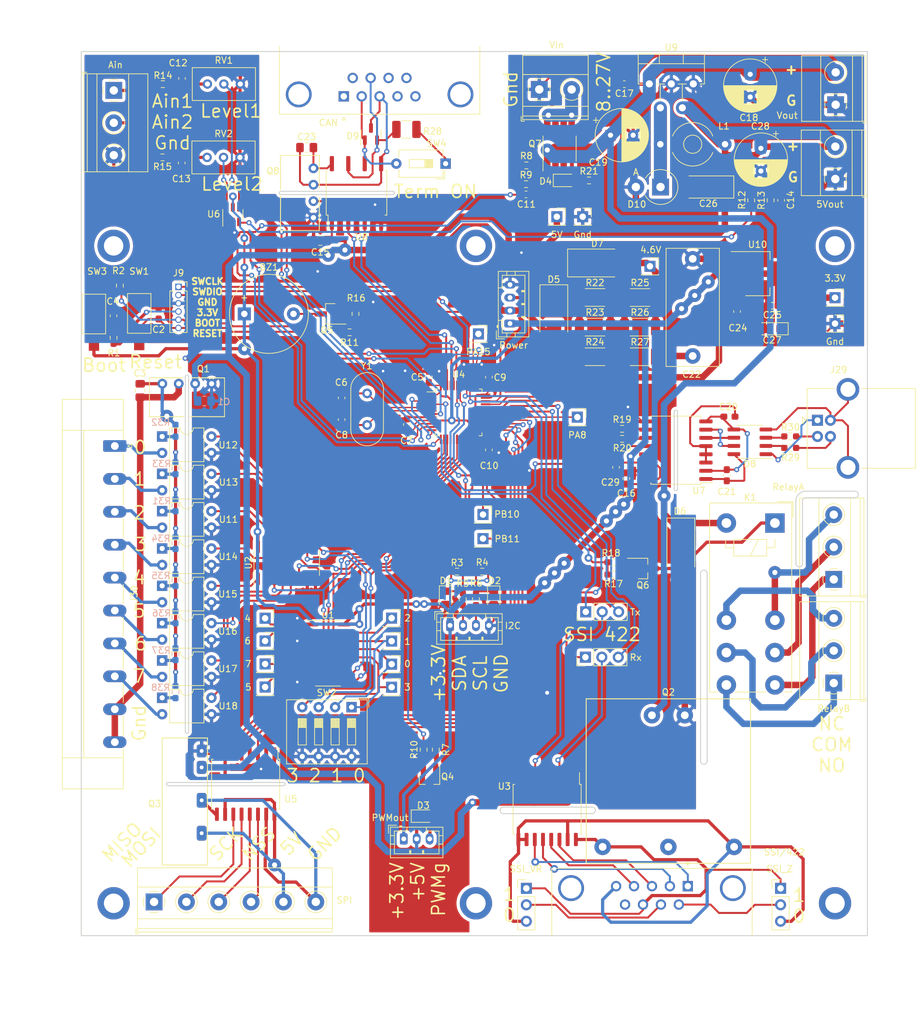
<source format=kicad_pcb>
(kicad_pcb (version 20211014) (generator pcbnew)
  (layers (0 "F.Cu" signal) (31 "B.Cu" signal) (34 "B.Paste" user) (35 "F.Paste" user) (36 "B.SilkS" user "B.Silkscreen") (37 "F.SilkS" user "F.Silkscreen") (38 "B.Mask" user) (39 "F.Mask" user) (44 "Edge.Cuts" user))
  (net 0 "")
  (net 1 "GND")
  (net 2 "+5V")
  (net 3 "/I2C1_SCL")
  (net 4 "/I2C1_SDA")
  (net 5 "/G1")
  (net 6 "/CANL")
  (net 7 "/CANH")
  (net 8 "Net-(J15-Pad1)")
  (net 9 "/Relay")
  (net 10 "/PWM")
  (net 11 "/CAN_Rx")
  (net 12 "/CAN_Tx")
  (net 13 "Net-(J1-Pad1)")
  (net 14 "Net-(J8-Pad1)")
  (net 15 "Net-(R1-Pad1)")
  (net 16 "Net-(J16-Pad1)")
  (net 17 "Net-(J17-Pad1)")
  (net 18 "Net-(R19-Pad1)")
  (net 19 "Net-(R31-Pad2)")
  (net 20 "Net-(Q4-Pad1)")
  (net 21 "/Buzzer")
  (net 22 "Net-(J18-Pad2)")
  (net 23 "Net-(J18-Pad1)")
  (net 24 "+3.3V")
  (net 25 "Net-(BZ1-Pad2)")
  (net 26 "/rst")
  (net 27 "/E5")
  (net 28 "/Egnd")
  (net 29 "/AIN0")
  (net 30 "Net-(C12-Pad2)")
  (net 31 "Net-(C13-Pad2)")
  (net 32 "+24V")
  (net 33 "Net-(C22-Pad1)")
  (net 34 "Net-(D4-Pad2)")
  (net 35 "/4.6V")
  (net 36 "Net-(D8-Pad1)")
  (net 37 "Net-(D8-Pad2)")
  (net 38 "Net-(D8-Pad3)")
  (net 39 "Net-(D8-Pad4)")
  (net 40 "Net-(C20-Pad2)")
  (net 41 "Net-(D8-Pad6)")
  (net 42 "Net-(D8-Pad7)")
  (net 43 "Net-(C21-Pad1)")
  (net 44 "GND1")
  (net 45 "Net-(D10-Pad1)")
  (net 46 "Net-(J2-Pad1)")
  (net 47 "Net-(J3-Pad1)")
  (net 48 "Net-(J4-Pad1)")
  (net 49 "Net-(J5-Pad1)")
  (net 50 "Net-(J6-Pad1)")
  (net 51 "Net-(J7-Pad1)")
  (net 52 "/boot")
  (net 53 "/SWCLK")
  (net 54 "/SWDIO")
  (net 55 "Net-(J18-Pad3)")
  (net 56 "Net-(J18-Pad4)")
  (net 57 "GND2")
  (net 58 "/SSI_Z")
  (net 59 "/SSI_VR")
  (net 60 "Net-(J18-Pad8)")
  (net 62 "Net-(J19-Pad2)")
  (net 63 "Net-(J19-Pad3)")
  (net 64 "Net-(J20-Pad1)")
  (net 65 "Net-(J20-Pad2)")
  (net 66 "Net-(J20-Pad3)")
  (net 67 "Net-(J20-Pad4)")
  (net 68 "Net-(J20-Pad5)")
  (net 69 "Net-(J21-Pad1)")
  (net 70 "Net-(J21-Pad2)")
  (net 71 "Net-(J23-Pad2)")
  (net 78 "Net-(J29-Pad2)")
  (net 79 "Net-(J29-Pad3)")
  (net 80 "Net-(J38-Pad1)")
  (net 81 "/SPI1_SCK")
  (net 82 "/Tx422")
  (net 83 "/USART1Tx")
  (net 84 "/SPI1_MISO")
  (net 85 "/Rx422")
  (net 86 "/USART1Rx")
  (net 91 "Net-(Q5-Pad1)")
  (net 92 "Net-(Q6-Pad1)")
  (net 93 "Net-(C23-Pad1)")
  (net 94 "/AIN1")
  (net 95 "Net-(R20-Pad1)")
  (net 96 "/usbDM")
  (net 97 "Net-(R22-Pad2)")
  (net 98 "Net-(R32-Pad2)")
  (net 99 "Net-(R33-Pad2)")
  (net 100 "Net-(R34-Pad2)")
  (net 101 "Net-(R35-Pad2)")
  (net 102 "Net-(R36-Pad2)")
  (net 103 "Net-(R37-Pad2)")
  (net 104 "Net-(R38-Pad2)")
  (net 105 "/AIN2")
  (net 106 "/AIN3")
  (net 107 "Net-(R28-Pad2)")
  (net 108 "/DIN")
  (net 109 "/DEN0")
  (net 110 "/Addr2")
  (net 111 "/Addr1")
  (net 112 "/Addr0")
  (net 113 "/Optocouple4/In")
  (net 114 "/Optocouple6/In")
  (net 115 "/Optocouple7/In")
  (net 116 "/Optocouple5/In")
  (net 117 "/DEN1")
  (net 118 "/Optocouple3/In")
  (net 119 "/Optocouple1/In")
  (net 120 "/Optocouple2/In")
  (net 121 "/Optocouple/In")
  (net 122 "/USBpullup")
  (net 123 "/SPI2_NSS")
  (net 124 "/SPI2_SCK")
  (net 125 "/SPI2_MISO")
  (net 126 "/SPI2_MOSI")
  (net 127 "/usbDP")
  (net 128 "Net-(C20-Pad1)")
  (net 129 "/Optocouple1/EXTi")
  (net 130 "/Optocouple2/EXTi")
  (net 131 "/Optocouple/EXTi")
  (net 132 "/Optocouple3/EXTi")
  (net 133 "/Optocouple4/EXTi")
  (net 134 "/Optocouple5/EXTi")
  (net 135 "/Optocouple6/EXTi")
  (net 136 "/Optocouple7/EXTi")
  (net 137 "/OSCIN")
  (net 138 "/OSCOUT")
  (net 142 "Net-(Q6-Pad3)")
  (net 143 "/NO2")
  (net 144 "/COM2")
  (net 145 "/NC2")
  (net 146 "Net-(J20-Pad6)")
  (net 147 "/NO1")
  (net 148 "/COM1")
  (net 149 "/NC1")
  (footprint "Capacitor_SMD:C_0603_1608Metric_Pad1.08x0.95mm_HandSolder" (layer "F.Cu") (at 97.4325 24.5385 180)
    (fp_text reference "C17")
    (fp_text value "0.1")
  )
  (footprint "Package_TO_SOT_SMD:SOT-23_Handsoldering" (layer "F.Cu") (at 100.3032 99.314)
    (fp_text reference "Q6")
    (fp_text value "SI2308")
  )
  (footprint "Capacitor_SMD:C_0603_1608Metric_Pad1.08x0.95mm_HandSolder" (layer "F.Cu") (at 121.666 42.4688 90)
    (fp_text reference "C14")
    (fp_text value "0.1")
  )
  (footprint "Package_TO_SOT_SMD:SOT-223-3_TabPin2" (layer "F.Cu") (at 118.033 53.793)
    (fp_text reference "U10")
    (fp_text value "LM1117-3.3")
  )
  (footprint "Resistor_SMD:R_0603_1608Metric_Pad0.98x0.95mm_HandSolder" (layer "F.Cu") (at 68.294 127.2807 90)
    (fp_text reference "R7")
    (fp_text value "330")
  )
  (footprint "Resistor_SMD:R_0603_1608Metric_Pad0.98x0.95mm_HandSolder" (layer "F.Cu") (at 18.4912 63.7013 90)
    (fp_text reference "R1")
    (fp_text value "22")
  )
  (footprint "Resistor_SMD:R_2010_5025Metric_Pad1.40x2.65mm_HandSolder" (layer "F.Cu") (at 92.9 62.048)
    (fp_text reference "R23")
    (fp_text value "7.5")
  )
  (footprint "Resistor_SMD:R_1210_3225Metric_Pad1.30x2.65mm_HandSolder" (layer "F.Cu") (at 63.7546 31.5214)
    (fp_text reference "R28")
    (fp_text value "120")
  )
  (footprint "Capacitor_SMD:C_0805_2012Metric_Pad1.18x1.45mm_HandSolder" (layer "F.Cu") (at 22.606 71.8312 -90)
    (fp_text reference "C3")
    (fp_text value "1u")
  )
  (footprint "Button_Switch_SMD:SW_SPST_FSMSM" (layer "F.Cu") (at 15.458 60.0204 -90)
    (fp_text reference "SW3")
    (fp_text value "SW_Push")
  )
  (footprint "Package_DIP:DIP-4_W7.62mm" (layer "F.Cu") (at 26 113.511428)
    (fp_text reference "U17")
    (fp_text value "PC817")
  )
  (footprint "TerminalBlock_Phoenix:TerminalBlock_Phoenix_MKDS-1,5-2_1x02_P5.00mm_Horizontal" (layer "F.Cu") (at 130.047 39.1835 90)
    (fp_text reference "J27" hide)
    (fp_text value "5Vout")
  )
  (footprint "Capacitor_THT:CP_Radial_D8.0mm_P3.50mm" (layer "F.Cu") (at 95.298349 32.4125)
    (fp_text reference "C19")
    (fp_text value "100u 35V")
  )
  (footprint "Capacitor_THT:CP_Radial_D8.0mm_P3.50mm" (layer "F.Cu") (at 118.541 34.4445 -90)
    (fp_text reference "C28")
    (fp_text value "100u 16V")
  )
  (footprint "Connector_PinHeader_2.54mm:PinHeader_1x03_P2.54mm_Vertical" (layer "F.Cu") (at 121.5834 148.6957)
    (fp_text reference "JP4" hide)
    (fp_text value "SSI_Z")
  )
  (footprint "Connector_PinSocket_2.54mm:PinSocket_1x01_P2.54mm_Vertical" (layer "F.Cu") (at 75.5904 94.6912)
    (fp_text reference "J16" hide)
    (fp_text value "PB11")
  )
  (footprint "Connector_PinSocket_2.54mm:PinSocket_1x01_P2.54mm_Vertical" (layer "F.Cu") (at 130 57.5)
    (fp_text reference "TP4" hide)
    (fp_text value "3.3V")
  )
  (footprint "my_footprints:Hole_3mm" (layer "F.Cu") (at 18.5 151)
    (fp_text reference "P3" hide)
    (fp_text value "Hole" hide)
  )
  (footprint "Diode_SMD:D_0805_2012Metric_Pad1.15x1.40mm_HandSolder" (layer "F.Cu") (at 66.3636 137.5404)
    (fp_text reference "D3")
    (fp_text value "D")
  )
  (footprint "Capacitor_SMD:C_0603_1608Metric_Pad1.08x0.95mm_HandSolder" (layer "F.Cu") (at 29.0782 23.6499 -90)
    (fp_text reference "C12")
    (fp_text value "0.1")
  )
  (footprint "Capacitor_SMD:C_0603_1608Metric_Pad1.08x0.95mm_HandSolder" (layer "F.Cu") (at 114.858 59.635 -90)
    (fp_text reference "C24")
    (fp_text value "0.1")
  )
  (footprint "Button_Switch_THT:SW_DIP_SPSTx01_Slide_6.7x4.1mm_W7.62mm_P2.54mm_LowProfile" (layer "F.Cu") (at 69.8146 36.8046 180)
    (fp_text reference "SW4")
    (fp_text value "SW_DIP_x01")
  )
  (footprint "Capacitor_THT:C_Rect_L18.0mm_W8.0mm_P15.00mm_FKS3_FKP3" (layer "F.Cu") (at 108 66.5 90)
    (fp_text reference "C22")
    (fp_text value "1F")
  )
  (footprint "Connector_PinHeader_2.54mm:PinHeader_1x03_P2.54mm_Vertical" (layer "F.Cu") (at 91.42 113 90)
    (fp_text reference "JP2" hide)
    (fp_text value "Rx")
  )
  (footprint "Package_DIP:DIP-4_W7.62mm" (layer "F.Cu") (at 26 101.985714)
    (fp_text reference "U15")
    (fp_text value "PC817")
  )
  (footprint "TerminalBlock_Phoenix:TerminalBlock_Phoenix_MKDS-1,5-6_1x06_P5.00mm_Horizontal" (layer "F.Cu") (at 24.7496 150.7878)
    (fp_text reference "J20" hide)
    (fp_text value "SPI")
  )
  (footprint "Capacitor_SMD:C_0603_1608Metric_Pad1.08x0.95mm_HandSolder" (layer "F.Cu") (at 113.6775 75.8682 180)
    (fp_text reference "C20")
    (fp_text value "0.1")
  )
  (footprint "Connector_PinSocket_2.54mm:PinSocket_1x01_P2.54mm_Vertical" (layer "F.Cu") (at 130 61.5)
    (fp_text reference "TP2" hide)
    (fp_text value "Gnd")
  )
  (footprint "Resistor_SMD:R_0603_1608Metric_Pad0.98x0.95mm_HandSolder" (layer "F.Cu") (at 55.8824 59.9981 90)
    (fp_text reference "R16")
    (fp_text value "10k")
  )
  (footprint "Buzzer_Beeper:Buzzer_12x9.5RM7.6" (layer "F.Cu") (at 38.7 60)
    (fp_text reference "BZ1")
    (fp_text value "Buzzer 3.3V")
  )
  (footprint "Resistor_SMD:R_0603_1608Metric_Pad0.98x0.95mm_HandSolder" (layer "F.Cu") (at 66.4144 127.2807 -90)
    (fp_text reference "R10")
    (fp_text value "10k")
  )
  (footprint "my_footprints:Hole_3mm" (layer "F.Cu") (at 130 49.5)
    (fp_text reference "P5" hide)
    (fp_text value "Hole" hide)
  )
  (footprint "Connector_PinSocket_2.54mm:PinSocket_1x01_P2.54mm_Vertical" (layer "F.Cu") (at 75.5904 90.9828)
    (fp_text reference "J15" hide)
    (fp_text value "PB10")
  )
  (footprint "Resistor_SMD:R_2010_5025Metric_Pad1.40x2.65mm_HandSolder" (layer "F.Cu") (at 92.9 57.467)
    (fp_text reference "R22")
    (fp_text value "7.5")
  )
  (footprint "Resistor_SMD:R_0603_1608Metric_Pad0.98x0.95mm_HandSolder" (layer "F.Cu") (at 117.0432 42.468 -90)
    (fp_text reference "R12")
    (fp_text value "10k")
  )
  (footprint "Resistor_SMD:R_0603_1608Metric_Pad0.98x0.95mm_HandSolder" (layer "F.Cu") (at 26.0575 35.843 180)
    (fp_text reference "R15")
    (fp_text value "10k")
  )
  (footprint "Connector_Phoenix_MC_HighVoltage:PhoenixContact_MC_1,5_10-GF-5.08_1x10_P5.08mm_Horizontal_ThreadedFlange" (layer "F.Cu") (at 18.6834 80.398958 -90)
    (fp_text reference "J30")
    (fp_text value "EXT_IN")
  )
  (footprint "Connector_Dsub:DSUB-9_Female_Horizontal_P2.77x2.84mm_EdgePinOffset4.94mm_Housed_MountingHolesOffset7.48mm" (layer "F.Cu") (at 54.071 26.416 180)
    (fp_text reference "J28" hide)
    (fp_text value "CAN")
  )
  (footprint "my_footprints:VRB2405" (layer "F.Cu") (at 104.2416 132.1308)
    (fp_text reference "Q2")
    (fp_text value "VRB2405YMD")
  )
  (footprint "Capacitor_SMD:C_0603_1608Metric_Pad1.08x0.95mm_HandSolder" (layer "F.Cu") (at 53.7416 72.9736 -90)
    (fp_text reference "C6")
    (fp_text value "12")
  )
  (footprint "Resistor_SMD:R_0603_1608Metric_Pad0.98x0.95mm_HandSolder" (layer "F.Cu") (at 95.758 98.3488 180)
    (fp_text reference "R18")
    (fp_text value "330")
  )
  (footprint "Package_TO_SOT_SMD:SOT-23_Handsoldering" (layer "F.Cu") (at 52.0216 60 180)
    (fp_text reference "Q5")
    (fp_text value "SI2300")
  )
  (footprint "Resistor_SMD:R_0603_1608Metric_Pad0.98x0.95mm_HandSolder" (layer "F.Cu") (at 97.0921 77.7478 180)
    (fp_text reference "R19")
    (fp_text value "22")
  )
  (footprint "Crystal:Crystal_HC49-U_Vertical" (layer "F.Cu") (at 57.6786 72.2762 -90)
    (fp_text reference "Y1")
    (fp_text value "8MHz")
  )
  (footprint "Capacitor_SMD:C_0603_1608Metric_Pad1.08x0.95mm_HandSolder" (layer "F.Cu") (at 76.5 81 90)
    (fp_text reference "C10")
    (fp_text value "0.1")
  )
  (footprint "my_footprints:B0x0xS" (layer "F.Cu") (at 49.3848 41.333469 90)
    (fp_text reference "Q8")
    (fp_text value "B0505S-1W")
  )
  (footprint "Resistor_SMD:R_0603_1608Metric_Pad0.98x0.95mm_HandSolder" (layer "F.Cu") (at 95.7599 100.2538 180)
    (fp_text reference "R17")
    (fp_text value "10k")
  )
  (footprint "Resistor_SMD:R_0603_1608Metric_Pad0.98x0.95mm_HandSolder" (layer "F.Cu") (at 75.4719 99.795)
    (fp_text reference "R4")
    (fp_text value "4k7")
  )
  (footprint "my_footprints:Hole_3mm" (layer "F.Cu") (at 74.5 49.5)
    (fp_text reference "P6" hide)
    (fp_text value "Hole" hide)
  )
  (footprint "TerminalBlock_Phoenix:TerminalBlock_Phoenix_MKDS-1,5-3_1x03_P5.00mm_Horizontal" (layer "F.Cu") (at 129.805 101 90)
    (fp_text reference "J25" hide)
    (fp_text value "RelayA")
  )
  (footprint "Connector_PinSocket_2.54mm:PinSocket_1x01_P2.54mm_Vertical" (layer "F.Cu") (at 41.9142 106.9948)
    (fp_text reference "J3" hide)
    (fp_text value "4")
  )
  (footprint "Connector_PinSocket_2.54mm:PinSocket_1x01_P2.54mm_Vertical" (layer "F.Cu") (at 91 45)
    (fp_text reference "TP3" hide)
    (fp_text value "Gnd")
  )
  (footprint "Resistor_SMD:R_0603_1608Metric_Pad0.98x0.95mm_HandSolder" (layer "F.Cu") (at 72.4728 104.0603 90)
    (fp_text reference "R5")
    (fp_text value "100")
  )
  (footprint "Potentiometer_THT:Potentiometer_Bourns_3296W_Vertical" (layer "F.Cu") (at 38.0798 24.5146)
    (fp_text reference "RV1")
    (fp_text value "50k")
  )
  (footprint "Resistor_SMD:R_2010_5025Metric_Pad1.40x2.65mm_HandSolder" (layer "F.Cu") (at 92.9 66.62)
    (fp_text reference "R24")
    (fp_text value "7.5")
  )
  (footprint "Resistor_SMD:R_0603_1608Metric_Pad0.98x0.95mm_HandSolder" (layer "F.Cu") (at 123.0763 80.6942 180)
    (fp_text reference "R29")
    (fp_text value "22")
  )
  (footprint "Connector_JST:JST_PH_B4B-PH-K_1x04_P2.00mm_Vertical" (layer "F.Cu") (at 70.5 108.0994)
    (fp_text reference "J19" hide)
    (fp_text value "I2C")
  )
  (footprint "Package_SO:SOIC-16_3.9x9.9mm_P1.27mm" (layer "F.Cu") (at 45.2532 98.441486 90)
    (fp_text reference "U2")
    (fp_text value "74HC4051")
  )
  (footprint "Diode_SMD:D_0805_2012Metric_Pad1.15x1.40mm_HandSolder" (layer "F.Cu") (at 77.248 103.868 -90)
    (fp_text reference "D2")
    (fp_text value "CESD3V3")
  )
  (footprint "Package_SO:SOIC-16W_7.5x10.3mm_P1.27mm" (layer "F.Cu") (at 105.396 81.0498 180)
    (fp_text reference "U7")
    (fp_text value "ADUM4160")
  )
  (footprint "Package_SO:SOP-8_6.62x9.15mm_P2.54mm" (layer "F.Cu") (at 56.0396 41.333469 90)
    (fp_text reference "U8")
    (fp_text value "ISO1050DUB")
  )
  (footprint "Connector_PinSocket_2.54mm:PinSocket_1x01_P2.54mm_Vertical" (layer "F.Cu") (at 61.4722 114.0814)
    (fp_text reference "J1" hide)
    (fp_text value "0")
  )
  (footprint "Capacitor_SMD:C_0805_2012Metric_Pad1.18x1.45mm_HandSolder" (layer "F.Cu") (at 48.3395 34.323069 180)
    (fp_text reference "C23")
    (fp_text value "1u")
  )
  (footprint "Resistor_SMD:R_0603_1608Metric_Pad0.98x0.95mm_HandSolder" (layer "F.Cu") (at 71.5603 99.795 180)
    (fp_text reference "R3")
    (fp_text value "4k7")
  )
  (footprint "Resistor_SMD:R_0603_1608Metric_Pad0.98x0.95mm_HandSolder" (layer "F.Cu") (at 97.0921 79.2972 180)
    (fp_text reference "R20")
    (fp_text value "22")
  )
  (footprint "Connector_PinSocket_2.54mm:PinSocket_1x01_P2.54mm_Vertical" (layer "F.Cu") (at 61.4722 110.5254)
    (fp_text reference "J2" hide)
    (fp_text value "1")
  )
  (footprint "Capacitor_SMD:C_0603_1608Metric_Pad1.08x0.95mm_HandSolder" (layer "F.Cu") (at 113.27 84.9117 90)
    (fp_text reference "C21")
    (fp_text value "0.1")
  )
  (footprint "Connector_USB:USB_B_OST_USB-B1HSxx_Horizontal" (layer "F.Cu") (at 127.29 76.4292)
    (fp_text reference "J29")
    (fp_text value "USB_B")
  )
  (footprint "Relay_THT:Relay_DPDT_Finder_40.52" (layer "F.Cu") (at 120.7075 92.2925 -90)
    (fp_text reference "K1")
    (fp_text value "HF115F-024-2ZS4")
  )
  (footprint "Connector_PinSocket_2.54mm:PinSocket_1x01_P2.54mm_Vertical" (layer "F.Cu") (at 41.9142 110.5)
    (fp_text reference "J5" hide)
    (fp_text value "6")
  )
  (footprint "Connector_PinHeader_2.54mm:PinHeader_1x03_P2.54mm_Vertical" (layer "F.Cu") (at 82.2896 148.6957)
    (fp_text reference "JP3" hide)
    (fp_text value "SSI_VR")
  )
  (footprint "Package_DIP:DIP-4_W7.62mm" (layer "F.Cu") (at 26 96.222857)
    (fp_text reference "U14")
    (fp_text value "PC817")
  )
  (footprint "Resistor_SMD:R_0603_1608Metric_Pad0.98x0.95mm_HandSolder" (layer "F.Cu") (at 91.9745 39.3975)
    (fp_text reference "R21")
    (fp_text value "4k7")
  )
  (footprint "Capacitor_SMD:C_0603_1608Metric_Pad1.08x0.95mm_HandSolder" (layer "F.Cu") (at 29.0274 36.7055 90)
    (fp_text reference "C13")
    (fp_text value "0.1")
  )
  (footprint "Diode_THT:D_DO-201_P3.81mm_Vertical_AnodeUp" (layer "F.Cu") (at 103.027 40.4135 180)
    (fp_text reference "D10")
    (fp_text value "1N5822")
  )
  (footprint "Capacitor_SMD:C_0603_1608Metric_Pad1.08x0.95mm_HandSolder" (layer "F.Cu") (at 76.5 69.7732 -90)
    (fp_text reference "C9")
    (fp_text value "0.1")
  )
  (footprint "Button_Switch_SMD:SW_SPST_FSMSM" (layer "F.Cu") (at 22.458 59.9304 90)
    (fp_text reference "SW1")
    (fp_text value "SW_Push")
  )
  (footprint "Capacitor_SMD:C_0603_1608Metric_Pad1.08x0.95mm_HandSolder" (layer "F.Cu") (at 120.319 58.746 180)
    (fp_text reference "C25")
    (fp_text value "0.1")
  )
  (footprint "Package_SO:SOIC-16_3.9x9.9mm_P1.27mm" (layer "F.Cu") (at 51.627 112.395)
    (fp_text reference "U1")
    (fp_text value "74HC4051")
  )
  (footprint "Package_SO:SOIC-8_3.9x4.9mm_P1.27mm" (layer "F.Cu") (at 116.8402 79.7544 180)
    (fp_text reference "D8")
    (fp_text value "USB6B1")
  )
  (footprint "Capacitor_SMD:C_0603_1608Metric_Pad1.08x0.95mm_HandSolder" (layer "F.Cu") (at 63.8254 77.0895 -90)
    (fp_text reference "C7")
    (fp_text value "0.1")
  )
  (footprint "Connector_Dsub:DSUB-9_Female_Horizontal_P2.77x2.84mm_EdgePinOffset4.94mm_Housed_MountingHolesOffset7.48mm" (layer "F.Cu") (at 107.2452 148.358169)
    (fp_text reference "J18" hide)
    (fp_text value "SSI/422")
  )
  (footprint "Resistor_SMD:R_0603_1608Metric_Pad0.98x0.95mm_HandSolder" (layer "F.Cu") (at 82.296 37.084 180)
    (fp_text reference "R8")
    (fp_text value "91k")
  )
  (footprint "Capacitor_SMD:C_0805_2012Metric_Pad1.18x1.45mm_HandSolder" (layer "F.Cu") (at 50.4477 48.674069 180)
    (fp_text reference "C15")
    (fp_text value "1u")
  )
  (footprint "Potentiometer_THT:Potentiometer_Bourns_3296W_Vertical" (layer "F.Cu") (at 38.029 35.843)
    (fp_text reference "RV2")
    (fp_text value "50k")
  )
  (footprint "Connector_PinSocket_2.54mm:PinSocket_1x01_P2.54mm_Vertical" (layer "F.Cu") (at 61.4722 117.6374)
    (fp_text reference "J8" hide)
    (fp_text value "3")
  )
  (footprint "Connector_PinSocket_2.54mm:PinSocket_1x01_P2.54mm_Vertical" (layer "F.Cu") (at 74.8792 63.0936)
    (fp_text reference "J17" hide)
    (fp_text value "PA15")
  )
  (footprint "Capacitor_SMD:C_0603_1608Metric_Pad1.08x0.95mm_HandSolder" (layer "F.Cu") (at 97.7506 85.4175 90)
    (fp_text reference "C16")
    (fp_text value "0.1")
  )
  (footprint "Resistor_SMD:R_0603_1608Metric_Pad0.98x0.95mm_HandSolder" (layer "F.Cu") (at 123.0725 78.9162 180)
    (fp_text reference "R30")
    (fp_text value "22")
  )
  (footprint "Resistor_SMD:R_0603_1608Metric_Pad0.98x0.95mm_HandSolder" (layer "F.Cu") (at 19.4652 55.6279 90)
    (fp_text reference "R2")
    (fp_text value "10k")
  )
  (footprint "Package_SO:SOIC-16W_7.5x10.3mm_P1.27mm" (layer "F.Cu") (at 38.9076 132.6014 -90)
    (fp_text reference "U5")
    (fp_text value "ISO7241C")
  )
  (footprint "TerminalBlock_Phoenix:TerminalBlock_Phoenix_MKDS-1,5-3_1x03_P5.00mm_Horizontal" (layer "F.Cu") (at 18.526 25.5 -90)
    (fp_text reference "J21" hide)
    (fp_text value "Ain")
  )
  (footprint "Connector_PinSocket_1.27mm:PinSocket_1x06_P1.27mm_Vertical" (layer "F.Cu") (at 28.525 55.825)
    (fp_text reference "J9")
    (fp_text value "PROG")
  )
  (footprint "Package_DIP:DIP-4_W7.62mm" (layer "F.Cu") (at 26 107.748571)
    (fp_text reference "U16")
    (fp_text value "PC817")
  )
  (footprint "Capacitor_THT:CP_Radial_D8.0mm_P3.50mm" (layer "F.Cu") (at 116.89 23.012849 -90)
    (fp_text reference "C18")
    (fp_text value "100u 35V")
  )
  (footprint "my_footprints:B0x0xS" (layer "F.Cu") (at 29.8354 70.780886 180)
    (fp_text reference "Q1")
    (fp_text value "B0505S-1W")
  )
  (footprint "Package_DIP:DIP-4_W7.62mm" (layer "F.Cu") (at 26 84.697143)
    (fp_text reference "U13")
    (fp_text value "PC817")
  )
  (footprint "Capacitor_SMD:C_0603_1608Metric_Pad1.08x0.95mm_HandSolder" (layer "F.Cu") (at 96.1504 83.6914 -90)
    (fp_text reference "C29")
    (fp_text value "0.1")
  )
  (footprint "Connector_JST:JST_PH_B3B-PH-K_1x03_P2.00mm_Vertical" (layer "F.Cu") (at 63.3386 141.059)
    (fp_text reference "J22" hide)
    (fp_text value "PWMout")
  )
  (footprint "Button_Switch_THT:SW_DIP_SPSTx04_Slide_9.78x12.34mm_W7.62mm_P2.54mm" (layer "F.Cu") (at 55.2746 120.7179 -90)
    (fp_text reference "SW2")
    (fp_text value "SW_DIP_x04")
  )
  (footprint "Package_TO_SOT_SMD:SOT-23" (layer "F.Cu") (at 58.2748 32.240269 90)
    (fp_text reference "D9")
    (fp_text value "PESD1CAN")
  )
  (footprint "Package_DIP:DIP-4_W7.62mm" (layer "F.Cu") (at 26 90.46)
    (fp_text reference "U11")
    (fp_text value "PC817")
  )
  (footprint "Capacitor_SMD:C_0603_1608Metric_Pad1.08x0.95mm_HandSolder" (layer "F.Cu") (at 67.2036 69.7213 -90)
    (fp_text reference "C5")
    (fp_text value "0.1")
  )
  (footprint "Diode_SMD:D_SMA-SMB_Universal_Handsoldering" (layer "F.Cu") (at 106.172 96.372 -90)
    (fp_text reference "D6")
    (fp_text value "SS14")
  )
  (footprint "Connector_PinSocket_2.54mm:PinSocket_1x01_P2.54mm_Vertical" (layer "F.Cu") (at 101.396 52.65)
    (fp_text reference "TP1" hide)
    (fp_text value "4.6V")
  )
  (footprint "my_footprints:Hole_3mm" (layer "F.Cu") (at 74.5 151)
    (fp_text reference "P1" hide)
    (fp_text value "Hole" hide)
  )
  (footprint "Connector_JST:JST_PH_B4B-PH-K_1x04_P2.00mm_Vertical" (layer "F.Cu") (at 79.764 61.492 90)
    (fp_text reference "J24" hide)
    (fp_text value "Power")
  )
  (footprint "Resistor_SMD:R_0603_1608Metric_Pad0.98x0.95mm_HandSolder" (layer "F.Cu") (at 82.2471 39.9796)
    (fp_text reference "R9")
    (fp_text value "10k")
  )
  (footprint "Capacitor_SMD:C_0603_1608Metric_Pad1.08x0.95mm_HandSolder" (layer "F.Cu") (at 18.4912 60.3007 -90)
    (fp_text reference "C4")
    (fp_text value "0.1")
  )
  (footprint "Capacitor_SMD:C_0603_1608Metric_Pad1.08x0.95mm_HandSolder" (layer "F.Cu") (at 82.2452 41.5544)
    (fp_text reference "C11")
    (fp_text value "0.1")
  )
  (footprint "my_footprints:Hole_3mm" (layer "F.Cu") (at 18.5 49.5)
    (fp_text reference "P4" hide)
    (fp_text value "Hole" hide)
  )
  (footprint "Package_TO_SOT_SMD:SOT-23_Handsoldering" (layer "F.Cu") (at 67.3288 131.8748 -90)
    (fp_text reference "Q4")
    (fp_text value "SI2300")
  )
  (footprint "Diode_SMD:D_SMB_Handsoldering" (layer "F.Cu") (at 93.268 52.142)
    (fp_text reference "D7")
    (fp_text value "MBRS130L")
  )
  (footprint "Package_DIP:DIP-4_W7.62mm" (layer "F.Cu") (at 26 119.274286)
    (fp_text reference "U18")
    (fp_text value "PC817")
  )
  (footprint "Connector_PinSocket_2.54mm:PinSocket_1x01_P2.54mm_Vertical" (layer "F.Cu") (at 87 45)
    (fp_text reference "TP5" hide)
    (fp_text value "5V")
  )
  (footprint "Capacitor_Tantalum_SMD:CP_EIA-6032-28_Kemet-C_Pad2.25x2.35mm_HandSolder" (layer "F.Cu") (at 110.423 40.4135 180)
    (fp_text reference "C26")
    (fp_text value "47u 10V")
  )
  (footprint "Inductor_THT:L_Toroid_Horizontal_D6.5mm_P10.00mm_Diameter7-5mm_Amidon-T25" (layer "F.Cu") (at 113 33.8095 180)
    (fp_text reference "L1")
    (fp_text value "100u")
  )
  (footprint "Connector_PinHeader_2.54mm:PinHeader_1x03_P2.54mm_Vertical" (layer "F.Cu") (at 91.475 106 90)
    (fp_text reference "JP1" hide)
    (fp_text value "Tx")
  )
  (footprint "Resistor_SMD:R_2010_5025Metric_Pad1.40x2.65mm_HandSolder" (layer "F.Cu") (at 99.859 66.62)
    (fp_text reference "R27")
    (fp_text value "7.5")
  )
  (footprint "Resistor_SMD:R_0603_1608Metric_Pad0.98x0.95mm_HandSolder" (layer "F.Cu") (at 54.9699 62.8448)
    (fp_text reference "R11")
    (fp_text value "330")
  )
  (footprint "TerminalBlock_Phoenix:TerminalBlock_Phoenix_MKDS-1,5-2_1x02_P5.00mm_Horizontal" (layer "F.Cu") (at 130.098 27.7135 90)
    (fp_text reference "J26" hide)
    (fp_text value "Vout")
  )
  (footprint "Resistor_SMD:R_0603_1608Metric_Pad0.98x0.95mm_HandSolder" (layer "F.Cu") (at 74.5048 104.0622 90)
    (fp_text reference "R6")
    (fp_text value "100")
  )
  (footprint "Capacitor_Tantalum_SMD:CP_EIA-3216-18_Kemet-A_Pad1.58x1.35mm_HandSolder" (layer "F.Cu") (at 120.2785 62.302 180)
    (fp_text reference "C27")
    (fp_text value "47u 6V")
  )
  (footprint "Resistor_SMD:R_0603_1608Metric_Pad0.98x0.95mm_HandSolder" (layer "F.Cu") (at 26.1045 24.54 180)
    (fp_text reference "R14")
    (fp_text value "10k")
  )
  (footprint "Connector_PinSocket_2.54mm:PinSocket_1x01_P2.54mm_Vertical" (layer "F.Cu") (at 41.9142 117.612)
    (fp_text reference "J4" hide)
    (fp_text value "5")
  )
  (footprint "Package_QFP:LQFP-48_7x7mm_P0.5mm" (layer "F.Cu") (at 71.8264 75.2088)
    (fp_text reference "U4")
    (fp_text value "STM32F072C8Tx")
  )
  (footprint "Connector_PinSocket_2.54mm:PinSocket_1x01_P2.54mm_Vertical" (layer "F.Cu") (at 41.9142 114.056)
    (fp_text reference "J6" hide)
    (fp_text value "7")
  )
  (footprint "my_footprints:B0505S-2W" (layer "F.Cu") (at 32.1056 127.4804 -90)
    (fp_text reference "Q3")
    (fp_text value "B0505S-2W")
  )
  (footprint "Package_TO_SOT_THT:TO-220-5_P3.4x3.7mm_StaggerEven_Lead3.8mm_Vertical" (layer "F.Cu") (at 101.298 24.4885)
    (fp_text reference "U9")
    (fp_text value "LM2576-5.0")
  )
  (footprint "Connector_PinSocket_2.54mm:PinSocket_1x01_P2.54mm_Vertical" (layer "F.Cu") (at 61.4722 106.9694)
    (fp_text reference "J7" hide)
    (fp_text value "2")
  )
  (footprint "Resistor_SMD:R_2010_5025Metric_Pad1.40x2.65mm_HandSolder" (layer "F.Cu") (at 99.859 62.048)
    (fp_text reference "R26")
    (fp_text value "7.5")
  )
  (footprint "Package_TO_SOT_SMD:SOT-23-6" (layer "F.Cu") (at 36.9316 44.6731 90)
    (fp_text reference "U6")
    (fp_text value "IP4220CZ6")
  )
  (footprint "Package_DIP:DIP-4_W7.62mm" (layer "F.Cu") (at 26 78.934286)
    (fp_text reference "U12")
    (fp_text value "PC817")
  )
  (footprint "Package_SO:SOIC-16W_7.5x10.3mm_P1.27mm" (layer "F.Cu") (at 85.5 136.5 -90)
    (fp_text reference "U3")
    (fp_text value "ISO3086")
  )
  (footprint "my_footprints:Hole_3mm" (layer "F.Cu") (at 130 151)
    (fp_text reference "P2" hide)
    (fp_text value "Hole" hide)
  )
  (footprint "TerminalBlock_Phoenix:TerminalBlock_Phoenix_MKDS-1,5-2_1x02_P5.00mm_Horizontal" (layer "F.Cu") (at 84.291 25.3515)
    (fp_text reference "J23" hide)
    (fp_text value "Vin")
  )
  (footprint "Diode_SMD:D_0805_2012Metric_Pad1.15x1.40mm_HandSolder" (layer "F.Cu") (at 69.8058 103.8426 -90)
    (fp_text reference "D1")
    (fp_text value "CESD3V3")
  )
  (footprint "TerminalBlock_Phoenix:TerminalBlock_Phoenix_MKDS-1,5-3_1x03_P5.00mm_Horizontal" (layer "F.Cu") (at 129.805 117 90)
    (fp_text reference "J10" hide)
    (fp_text value "RelayB")
  )
  (footprint "Resistor_SMD:R_2010_5025Metric_Pad1.40x2.65mm_HandSolder" (layer "F.Cu") (at 99.859 57.476)
    (fp_text reference "R25")
    (fp_text value "7.5")
  )
  (footprint "Diode_SMD:D_0805_2012Metric_Pad1.15x1.40mm_HandSolder" (layer "F.Cu") (at 88.315 39.3975)
    (fp_text reference "D4")
    (fp_text value "MM3Z7V5")
  )
  (footprint "Resistor_SMD:R_0603_1608Metric_Pad0.98x0.95mm_HandSolder" (layer "F.Cu") (at 120.0404 42.468 90)
    (fp_text reference "R13")
    (fp_text value "10k")
  )
  (footprint "Package_SO:SO-8_3.9x4.9mm_P1.27mm" (layer "F.Cu") (at 87.426 34.4795 90)
    (fp_text reference "Q7")
    (fp_text value "IRF9310")
  )
  (footprint "Capacitor_SMD:C_0603_1608Metric_Pad1.08x0.95mm_HandSolder" (layer "F.Cu") (at 53.7416 76.3264 90)
    (fp_text reference "C8")
    (fp_text value "12")
  )
  (footprint "Capacitor_SMD:C_0603_1608Metric_Pad1.08x0.95mm_HandSolder" (layer "F.Cu") (at 25.4596 59.9304 90)
    (fp_text reference "C2")
    (fp_text value "0.1")
  )
  (footprint "Connector_PinSocket_2.54mm:PinSocket_1x01_P2.54mm_Vertical" (layer "F.Cu") (at 90.17 75.946)
    (fp_text reference "J38" hide)
    (fp_text value "PA8")
  )
  (footprint "Diode_SMD:D_SMB_Handsoldering" (layer "F.Cu") (at 86.537 60.11 -90)
    (fp_text reference "D5")
    (fp_text value "MBRS130L")
  )
  (footprint "Resistor_SMD:R_0603_1608Metric_Pad0.98x0.95mm_HandSolder" (layer "B.Cu") (at 28.0574 106.848886 -90)
    (fp_text reference "R36")
    (fp_text value "360")
  )
  (footprint "Resistor_SMD:R_0603_1608Metric_Pad0.98x0.95mm_HandSolder" (layer "B.Cu") (at 28.0574 78.043386 -90)
    (fp_text reference "R32")
    (fp_text value "360")
  )
  (footprint "Capacitor_SMD:C_0805_2012Metric_Pad1.18x1.45mm_HandSolder" (layer "B.Cu") (at 32.5239 73.447886)
    (fp_text reference "C1")
    (fp_text value "1u")
  )
  (footprint "Resistor_SMD:R_0603_1608Metric_Pad0.98x0.95mm_HandSolder" (layer "B.Cu") (at 28.0574 101.110386 -90)
    (fp_text reference "R35")
    (fp_text value "360")
  )
  (footprint "Resistor_SMD:R_0603_1608Metric_Pad0.98x0.95mm_HandSolder" (layer "B.Cu") (at 28.0574 112.540386 -90)
    (fp_text reference "R37")
    (fp_text value "360")
  )
  (footprint "Resistor_SMD:R_0603_1608Metric_Pad0.98x0.95mm_HandSolder" (layer "B.Cu") (at 28.0574 118.405886 -90)
    (fp_text reference "R38")
    (fp_text value "360")
  )
  (footprint "Resistor_SMD:R_0603_1608Metric_Pad0.98x0.95mm_HandSolder" (layer "B.Cu") (at 28.0574 83.838386 -90)
    (fp_text reference "R33")
    (fp_text value "360")
  )
  (footprint "Resistor_SMD:R_0603_1608Metric_Pad0.98x0.95mm_HandSolder" (layer "B.Cu") (at 28.0574 95.395386 -90)
    (fp_text reference "R34")
    (fp_text value "360")
  )
  (footprint "Resistor_SMD:R_0603_1608Metric_Pad0.98x0.95mm_HandSolder" (layer "B.Cu") (at 28.0574 89.553386 -90)
    (fp_text reference "R31")
    (fp_text value "360")
  )
  (gr_line (start 29.5814 69.714086) (end 29.5814 124.501886) (layer "Edge.Cuts") (width 0.15))
  (gr_arc (start 92.456 136.144) (mid 92.964 136.652) (end 92.456 137.16) (layer "Edge.Cuts") (width 0.15))
  (gr_line (start 30.0894 69.714086) (end 30.0894 124.501886) (layer "Edge.Cuts") (width 0.15))
  (gr_arc (start 124.968 98.552) (mid 124.46 99.06) (end 123.952 98.552) (layer "Edge.Cuts") (width 0.15))
  (gr_arc (start 44.3556 41.587469) (mid 44.1016 41.333469) (end 44.3556 41.079469) (layer "Edge.Cuts") (width 0.15))
  (gr_arc (start 26.9188 132.8554) (mid 26.6648 132.6014) (end 26.9188 132.3474) (layer "Edge.Cuts") (width 0.15))
  (gr_arc (start 61.6276 41.079469) (mid 61.8816 41.333469) (end 61.6276 41.587469) (layer "Edge.Cuts") (width 0.15))
  (gr_arc (start 105.142 75.1062) (mid 105.396 74.8522) (end 105.65 75.1062) (layer "Edge.Cuts") (width 0.15))
  (gr_line (start 13.5 19.5) (end 13.5 156) (layer "Edge.Cuts") (width 0.15))
  (gr_arc (start 110.236 129.032) (mid 109.728 129.54) (end 109.22 129.032) (layer "Edge.Cuts") (width 0.15))
  (gr_line (start 133.096 88.392) (end 125.476 88.392) (layer "Edge.Cuts") (width 0.15))
  (gr_line (start 13.5 156) (end 135 156) (layer "Edge.Cuts") (width 0.15))
  (gr_line (start 105.65 87.0442) (end 105.65 75.1062) (layer "Edge.Cuts") (width 0.15))
  (gr_arc (start 133.096 87.376) (mid 133.604 87.884) (end 133.096 88.392) (layer "Edge.Cuts") (width 0.15))
  (gr_line (start 123.952 88.9) (end 123.952 98.552) (layer "Edge.Cuts") (width 0.15))
  (gr_line (start 26.9188 132.8554) (end 44.7496 132.8554) (layer "Edge.Cuts") (width 0.15))
  (gr_arc (start 124.968 88.9) (mid 125.11679 88.54079) (end 125.476 88.392) (layer "Edge.Cuts") (width 0.15))
  (gr_arc (start 78.74 137.16) (mid 78.232 136.652) (end 78.74 136.144) (layer "Edge.Cuts") (width 0.15))
  (gr_line (start 92.456 137.16) (end 78.74 137.16) (layer "Edge.Cuts") (width 0.15))
  (gr_line (start 109.22 100.076) (end 109.22 129.032) (layer "Edge.Cuts") (width 0.15))
  (gr_arc (start 30.0894 124.501886) (mid 29.8354 124.755886) (end 29.5814 124.501886) (layer "Edge.Cuts") (width 0.15))
  (gr_line (start 44.7496 132.3474) (end 26.9188 132.3474) (layer "Edge.Cuts") (width 0.15))
  (gr_line (start 133.096 87.376) (end 125.476 87.376) (layer "Edge.Cuts") (width 0.15))
  (gr_arc (start 44.7496 132.3474) (mid 45.0036 132.6014) (end 44.7496 132.8554) (layer "Edge.Cuts") (width 0.15))
  (gr_line (start 44.3556 41.079469) (end 61.6276 41.079469) (layer "Edge.Cuts") (width 0.15))
  (gr_line (start 78.74 136.144) (end 92.456 136.144) (layer "Edge.Cuts") (width 0.15))
  (gr_line (start 105.142 75.1062) (end 105.142 87.0442) (layer "Edge.Cuts") (width 0.15))
  (gr_arc (start 123.952 88.9) (mid 124.398369 87.822369) (end 125.476 87.376) (layer "Edge.Cuts") (width 0.15))
  (gr_line (start 110.236 129.032) (end 110.236 100.076) (layer "Edge.Cuts") (width 0.15))
  (gr_arc (start 29.5814 69.714086) (mid 29.8354 69.460086) (end 30.0894 69.714086) (layer "Edge.Cuts") (width 0.15))
  (gr_arc (start 105.65 87.0442) (mid 105.396 87.2982) (end 105.142 87.0442) (layer "Edge.Cuts") (width 0.15))
  (gr_line (start 135 19.5) (end 135 156) (layer "Edge.Cuts") (width 0.15))
  (gr_line (start 13.5 19.5) (end 135 19.5) (layer "Edge.Cuts") (width 0.15))
  (gr_line (start 124.968 88.9) (end 124.968 98.552) (layer "Edge.Cuts") (width 0.15))
  (gr_arc (start 109.22 100.076) (mid 109.728 99.568) (end 110.236 100.076) (layer "Edge.Cuts") (width 0.15))
  (gr_line (start 44.3556 41.587469) (end 61.6276 41.587469) (layer "Edge.Cuts") (width 0.15))
  (gr_text "SCK" (at 35.8748 141.847 45) (layer "F.SilkS") (effects (font (size 2 2) (thickness 0.25))))
  (gr_text "1\n0" (at 124.4282 151.3731) (layer "F.SilkS") (effects (font (size 2 2) (thickness 0.25))))
  (gr_text "+\n\nG" (at 123.494 36.4765) (layer "F.SilkS") (effects (font (size 1.5 1.5) (thickness 0.3))))
  (gr_text "6" (at 22.6568 110.9472) (layer "F.SilkS") (effects (font (size 2 2) (thickness 0.25))))
  (gr_text "Ain1\nAin2\nGnd" (at 27.605 30.382) (layer "F.SilkS") (effects (font (size 2 2) (thickness 0.25))))
  (gr_text "0" (at 22.606 80.6196) (layer "F.SilkS") (effects (font (size 2 2) (thickness 0.25))))
  (gr_text "Level2" (at 36.7998 39.9578) (layer "F.SilkS") (effects (font (size 2 2) (thickness 0.25))))
  (gr_text "3 2 1 0" (at 51.3222 131.2926) (layer "F.SilkS") (effects (font (size 2 2) (thickness 0.25))))
  (gr_text "2" (at 22.5044 90.7288) (layer "F.SilkS") (effects (font (size 2 2) (thickness 0.25))))
  (gr_text "+\n\nG" (at 123.24 24.6655) (layer "F.SilkS") (effects (font (size 1.5 1.5) (thickness 0.3))))
  (gr_text "+3.3V\n+5V\nPWMg" (at 65.5 144.5 90) (layer "F.SilkS") (effects (font (size 2 2) (thickness 0.25)) (justify right)))
  (gr_text "SSI 422" (at 94 109.5) (layer "F.SilkS") (effects (font (size 2 2) (thickness 0.25))))
  (gr_text "+3.3V\nSDA\nSCL\nGND" (at 73.565 115.5176 90) (layer "F.SilkS") (effects (font (size 2 2) (thickness 0.25))))
  (gr_text "4" (at 22.5044 100.7364) (layer "F.SilkS") (effects (font (size 2 2) (thickness 0.25))))
  (gr_text "5" (at 22.4536 105.8672) (layer "F.SilkS") (effects (font (size 2 2) (thickness 0.25))))
  (gr_text "Level1" (at 36.6474 28.6802) (layer "F.SilkS") (effects (font (size 2 2) (thickness 0.25))))
  (gr_text "SWCLK\nSWDIO\nGND\n3.3V\nBOOT\nRESET" (at 33 59) (layer "F.SilkS") (effects (font (size 1 1) (thickness 0.25))))
  (gr_text "Reset" (at 24.9936 67.4116) (layer "F.SilkS") (effects (font (size 2 2) (thickness 0.25))))
  (gr_text "NC\nCOM\nNO" (at 129.5 126.5) (layer "F.SilkS") (effects (font (size 2 2) (thickness 0.25))))
  (gr_text "Boot" (at 17.018 67.9196) (layer "F.SilkS") (effects (font (size 2 2) (thickness 0.25))))
  (gr_text "Gnd" (at 79.893 25.3515 90) (layer "F.SilkS") (effects (font (size 2 2) (thickness 0.25))))
  (gr_text "3" (at 22.6568 95.6056) (layer "F.SilkS") (effects (font (size 2 2) (thickness 0.25))))
  (gr_text "8..27V" (at 94.244 24.2085 90) (layer "F.SilkS") (effects (font (size 2 2) (thickness 0.25))))
  (gr_text "Gnd" (at 22.4536 123.19 90) (layer "F.SilkS") (effects (font (size 2 2) (thickness 0.25))))
  (gr_text "NSS" (at 40.9548 141.847 45) (layer "F.SilkS") (effects (font (size 2 2) (thickness 0.25))))
  (gr_text "GND" (at 51.1148 141.847 45) (layer "F.SilkS") (effects (font (size 2 2) (thickness 0.25))))
  (gr_text "1" (at 22.5552 85.4964) (layer "F.SilkS") (effects (font (size 2 2) (thickness 0.25))))
  (gr_text "Term ON" (at 68.2498 41.0972) (layer "F.SilkS") (effects (font (size 2 2) (thickness 0.25))))
  (gr_text "MOSI" (at 22.7584 142.3416 45) (layer "F.SilkS") (effects (font (size 2 2) (thickness 0.25))))
  (gr_text "MISO" (at 19.812 141.5796 45) (layer "F.SilkS") (effects (font (size 2 2) (thickness 0.25))))
  (gr_text "5V" (at 46.0348 141.847 45) (layer "F.SilkS") (effects (font (size 2 2) (thickness 0.25))))
  (gr_text "1\n0" (at 79.648 151.2207) (layer "F.SilkS") (effects (font (size 2 2) (thickness 0.25))))
  (gr_text "7" (at 22.4536 115.9256) (layer "F.SilkS") (effects (font (size 2 2) (thickness 0.25))))
  (segment (start 69.5764 69.6272) (end 69.5764 71.0463) (width 0.2) (layer "F.Cu") (net 1))
  (segment (start 74.0664 80.7212) (end 75.2077 81.8625) (width 0.2) (layer "F.Cu") (net 1))
  (segment (start 114.876 51.5) (end 114.883 51.493) (width 1) (layer "F.Cu") (net 1))
  (segment (start 42.0826 127.9514) (end 42.0826 129.4772) (width 0.3) (layer "F.Cu") (net 1))
  (segment (start 45.4152 110.49) (end 43.688 112.2172) (width 0.2) (layer "F.Cu") (net 1))
  (segment (start 100.746 84.2248) (end 98.0808 84.2248) (width 0.3) (layer "F.Cu") (net 1))
  (segment (start 55.8824 59.0856) (end 58.5672 59.0856) (width 0.3) (layer "F.Cu") (net 1))
  (segment (start 69.5198 60.9346) (end 60.9854 60.9346) (width 0.3) (layer "F.Cu") (net 1))
  (segment (start 63.5508 63.5) (end 63.5508 68.7832) (width 0.3) (layer "F.Cu") (net 1))
  (segment (start 24.5644 55.3404) (end 22.458 55.3404) (width 0.3) (layer "F.Cu") (net 1))
  (segment (start 37.7672 37.568) (end 38.029 37.3062) (width 0.5) (layer "F.Cu") (net 1))
  (segment (start 62.8126 76.227) (end 63.8254 76.227) (width 0.3) (layer "F.Cu") (net 1))
  (segment (start 122.6566 47.7266) (end 128.8796 53.9496) (width 1) (layer "F.Cu") (net 1))
  (segment (start 98.0808 84.2248) (end 97.7506 84.555) (width 0.3) (layer "F.Cu") (net 1))
  (segment (start 49.152 116.84) (end 49.152 115.57) (width 0.5) (layer "F.Cu") (net 1))
  (segment (start 59.1364 59.0856) (end 60.9854 60.9346) (width 0.3) (layer "F.Cu") (net 1))
  (segment (start 66.4144 128.1932) (end 66.4144 130.3392) (width 0.5) (layer "F.Cu") (net 1))
  (segment (start 25.4596 56.2356) (end 24.5644 55.3404) (width 0.3) (layer "F.Cu") (net 1))
  (segment (start 58.5672 58.222) (end 58.6232 58.166) (width 0.3) (layer "F.Cu") (net 1))
  (segment (start 86.135 131.85) (end 86.135 133.5314) (width 0.5) (layer "F.Cu") (net 1))
  (segment (start 77.248 107.3514) (end 76.5 108.0994) (width 0.3) (layer "F.Cu") (net 1))
  (segment (start 133.1656 61.5) (end 130 61.5) (width 1) (layer "F.Cu") (net 1))
  (segment (start 85.5 118.5) (end 88.6116 118.5) (width 0.3) (layer "F.Cu") (net 1))
  (segment (start 33.6454 70.780886) (end 29.717314 66.8528) (width 0.3) (layer "F.Cu") (net 1))
  (segment (start 119.4565 58.746) (end 119.049 58.746) (width 1) (layer "F.Cu") (net 1))
  (segment (start 96.1515 84.555) (end 96.1504 84.5539) (width 0.3) (layer "F.Cu") (net 1))
  (segment (start 98.798349 29.052849) (end 98.798349 32.4125) (width 0.5) (layer "F.Cu") (net 1))
  (segment (start 69.8058 104.8676) (end 69.3764 104.8676) (width 0.3) (layer "F.Cu") (net 1))
  (segment (start 37.084 114.1476) (end 37.084 121.412) (width 0.2) (layer "F.Cu") (net 1))
  (segment (start 88.675 131.85) (end 88.675 118.5634) (width 0.5) (layer "F.Cu") (net 1))
  (segment (start 46.8884 116.84) (end 49.152 116.84) (width 0.3) (layer "F.Cu") (net 1))
  (segment (start 42.0826 126.2178) (end 42.0826 127.9514) (width 0.3) (layer "F.Cu") (net 1))
  (segment (start 77.248 104.893) (end 77.248 107.3514) (width 0.3) (layer "F.Cu") (net 1))
  (segment (start 82.325 131.85) (end 81.055 131.85) (width 0.5) (layer "F.Cu") (net 1))
  (segment (start 77.6224 69.088) (end 77.4451 68.9107) (width 0.2) (layer "F.Cu") (net 1))
  (segment (start 120.0912 41.6063) (end 120.0404 41.5555) (width 0.3) (layer "F.Cu") (net 1))
  (segment (start 45.1483 125.8316) (end 42.4688 125.8316) (width 0.3) (layer "F.Cu") (net 1))
  (segment (start 20.856 55.3404) (end 20.231 54.7154) (width 0.3) (layer "F.Cu") (net 1))
  (segment (start 29.0782 22.7874) (end 37.5618 22.7874) (width 0.5) (layer "F.Cu") (net 1))
  (segment (start 100.746 76.6048) (end 101.954 76.6048) (width 0.3) (layer "F.Cu") (net 1))
  (segment (start 77.5987 81.8625) (end 78.0288 81.4324) (width 0.3) (layer "F.Cu") (net 1))
  (segment (start 106.7816 119.2816) (end 102 114.5) (width 1) (layer "F.Cu") (net 1))
  (segment (start 86.7156 134.112) (end 88.0364 134.112) (width 0.5) (layer "F.Cu") (net 1))
  (segment (start 118.090651 27.7135) (end 116.89 26.512849) (width 1) (layer "F.Cu") (net 1))
  (segment (start 101.1428 88.0364) (end 96.774 88.0364) (width 0.3) (layer "F.Cu") (net 1))
  (segment (start 96.6724 100.2538) (end 96.6724 102.1724) (width 0.3) (layer "F.Cu") (net 1))
  (segment (start 83.1077 48.9723) (end 81.534 50.546) (width 0.3) (layer "F.Cu") (net 1))
  (segment (start 96.6724 102.1724) (end 102 107.5) (width 0.3) (layer "F.Cu") (net 1))
  (segment (start 73.9648 115.5192) (end 76.5 112.984) (width 0.3) (layer "F.Cu") (net 1))
  (segment (start 88.6116 118.5) (end 98 118.5) (width 0.3) (layer "F.Cu") (net 1))
  (segment (start 83.1077 40.0315) (end 83.1596 39.9796) (width 0.3) (layer "F.Cu") (net 1))
  (segment (start 82.325 131.85) (end 82.325 121.675) (width 0.5) (layer "F.Cu") (net 1))
  (segment (start 18.526 37.4828) (end 18.6112 37.568) (width 0.5) (layer "F.Cu") (net 1))
  (segment (start 38.029 35.843) (end 38.029 24.5654) (width 0.5) (layer "F.Cu") (net 1))
  (segment (start 130.047 39.1835) (end 129.3201 39.1835) (width 1) (layer "F.Cu") (net 1))
  (segment (start 67.2036 68.8588) (end 63.6264 68.8588) (width 0.3) (layer "F.Cu") (net 1))
  (segment (start 38.029 24.5654) (end 38.0798 24.5146) (width 0.5) (layer "F.Cu") (net 1))
  (segment (start 98.793 100.2538) (end 98.8032 100.264) (width 0.3) (layer "F.Cu") (net 1))
  (segment (start 72.644 64.0588) (end 69.5198 60.9346) (width 0.3) (layer "F.Cu") (net 1))
  (segment (start 51.8917 75.4639) (end 51.8917 80.4921) (width 0.3) (layer "F.Cu") (net 1))
  (segment (start 118.841 64.4342) (end 119.126 64.7192) (width 0.3) (layer "F.Cu") (net 1))
  (segment (start 67.6639 75.9588) (end 64.0936 75.9588) (width 0.3) (layer "F.Cu") (net 1))
  (segment (start 86.135 133.5314) (end 86.7156 134.112) (width 0.5) (layer "F.Cu") (net 1))
  (segment (start 72.644 67.818) (end 72.644 64.0588) (width 0.3) (layer "F.Cu") (net 1))
  (segment (start 49.3848 45.143469) (end 49.3848 48.648669) (width 0.3) (layer "F.Cu") (net 1))
  (segment (start 129.3201 39.1835) (end 126.1364 42.3672) (width 1) (layer "F.Cu") (net 1))
  (segment (start 130.098 27.7135) (end 118.090651 27.7135) (width 1) (layer "F.Cu") (net 1))
  (segment (start 38.0798 23.3054) (end 38.0798 24.5146) (width 0.5) (layer "F.Cu") (net 1))
  (segment (start 96.1504 87.4128) (end 96.1504 84.5539) (width 0.3) (layer "F.Cu") (net 1))
  (segment (start 64.0936 75.9588) (end 63.8254 76.227) (width 0.3) (layer "F.Cu") (net 1))
  (segment (start 52.4256 81.026) (end 58.0136 81.026) (width 0.3) (layer "F.Cu") (net 1))
  (segment (start 53.5572 59.0856) (end 53.5216 59.05) (width 0.3) (layer "F.Cu") (net 1))
  (segment (start 39.0144 112.2172) (end 37.084 114.1476) (width 0.2) (layer "F.Cu") (net 1))
  (segment (start 102 107.5) (end 102 109) (width 0.3) (layer "F.Cu") (net 1))
  (segment (start 122.6566 45.847) (end 122.6566 47.7266) (width 1) (layer "F.Cu") (net 1))
  (segment (start 46.8884 110.49) (end 45.4152 110.49) (width 0.2) (layer "F.Cu") (net 1))
  (segment (start 97.459 27.7135) (end 100.38 27.7135) (width 0.5) (layer "F.Cu") (net 1))
  (segment (start 97.7506 84.555) (end 96.1515 84.555) (width 0.3) (layer "F.Cu") (net 1))
  (segment (start 119.049 58.746) (end 118.841 58.954) (width 1) (layer "F.Cu") (net 1))
  (segment (start 51.1556 72.5424) (end 52.4493 73.8361) (width 0.3) (layer "F.Cu") (net 1))
  (segment (start 74.0664 79.3813) (end 74.0664 80.7212) (width 0.2) (layer "F.Cu") (net 1))
  (segment (start 49.3848 48.648669) (end 49.4102 48.674069) (width 0.3) (layer "F.Cu") (net 1))
  (segment (start 133.2992 61.3664) (end 133.1656 61.5) (width 1) (layer "F.Cu") (net 1))
  (segment (start 103.9876 85.1916) (end 101.1428 88.0364) (width 0.3) (layer "F.Cu") (net 1))
  (segment (start 18.526 35.5) (end 18.526 37.4828) (width 0.5) (layer "F.Cu") (net 1))
  (segment (start 107.873 40.4135) (end 107.873 43.7155) (width 1) (layer "F.Cu") (net 1))
  (segment (start 58.5672 59.0856) (end 58.5672 58.222) (width 0.3) (layer "F.Cu") (net 1))
  (segment (start 76.5 81.8625) (end 77.5987 81.8625) (width 0.3) (layer "F.Cu") (net 1))
  (segment (start 43.688 112.2172) (end 39.0144 112.2172) (width 0.2) (layer "F.Cu") (net 1))
  (segment (start 77.4451 68.9107) (end 76.5 68.9107) (width 0.2) (layer "F.Cu") (net 1))
  (segment (start 51.1556 68.834) (end 51.1556 72.5424) (width 0.3) (layer "F.Cu") (net 1))
  (segment (start 126.1364 42.3672) (end 122.6566 45.847) (width 1) (layer "F.Cu") (net 1))
  (segment (start 53.7416 75.4639) (end 51.8917 75.4639) (width 0.3) (layer "F.Cu") (net 1))
  (segment (start 76.5 65.6384) (end 77.3176 64.8208) (width 0.2) (layer "F.Cu") (net 1))
  (segment (start 42.0826 129.4772) (end 41.2952 130.2646) (width 0.3) (layer "F.Cu") (net 1))
  (segment (start 26.1625 58.365) (end 28.525 58.365) (width 0.3) (layer "F.Cu") (net 1))
  (segment (start 83.1077 41.5544) (end 91.0336 41.5544) (width 0.3) (layer "F.Cu") (net 1))
  (segment (start 38.029 37.3062) (end 38.029 35.843) (width 0.5) (layer "F.Cu") (net 1))
  (segment (start 91 41.588) (end 91.0336 41.5544) (width 0.3) (layer "F.Cu") (net 1))
  (segment (start 58.5672 59.0856) (end 59.1364 59.0856) (width 0.3) (layer "F.Cu") (net 1))
  (segment (start 48.4282 100.916486) (end 49.6982 100.916486) (width 0.3) (layer "F.Cu") (net 1))
  (segment (start 69.3764 104.8676) (end 67.4624 106.7816) (width 0.3) (layer "F.Cu") (net 1))
  (segment (start 76.5 112.984) (end 76.5 108.0994) (width 0.3) (layer "F.Cu") (net 1))
  (segment (start 91 45) (end 91 41.588) (width 0.3) (layer "F.Cu") (net 1))
  (segment (start 117.0106 51.493) (end 114.883 51.493) (width 1) (layer "F.Cu") (net 1))
  (segment (start 74.0764 79.3713) (end 74.0664 79.3813) (width 0.2) (layer "F.Cu") (net 1))
  (segment (start 91.0336 41.5544) (end 92.7621 41.5544) (width 0.3) (layer "F.Cu") (net 1))
  (segment (start 92.887 39.3975) (end 93.903 40.4135) (width 0.3) (layer "F.Cu") (net 1))
  (segment (start 102 114.5) (end 102 109) (width 0.3) (layer "F.Cu") (net 1))
  (segment (start 88.675 118.5634) (end 88.6116 118.5) (width 0.5) (layer "F.Cu") (net 1))
  (segment (start 67.4624 106.7816) (end 67.4624 111.76) (width 0.3) (layer "F.Cu") (net 1))
  (segment (start 51.8917 80.4921) (end 52.4256 81.026) (width 0.3) (layer "F.Cu") (net 1))
  (segment (start 92.7621 41.5544) (end 93.903 40.4135) (width 0.3) (layer "F.Cu") (net 1))
  (segment (start 53.7416 73.8361) (end 53.7416 75.4639) (width 0.3) (layer "F.Cu") (net 1))
  (segment (start 50.038 53.4416) (end 49.4102 52.8138) (width 0.3) (layer "F.Cu") (net 1))
  (segment (start 96.57 24.5385) (end 96.57 26.8245) (width 0.5) (layer "F.Cu") (net 1))
  (segment (start 121.666 41.6063) (end 120.0912 41.6063) (width 0.3) (layer "F.Cu") (net 1))
  (segment (start 22.458 55.3404) (end 20.856 55.3404) (width 0.3) (layer "F.Cu") (net 1))
  (segment (start 107.873 43.7155) (end 107.492 44.0965) (width 1) (layer "F.Cu") (net 1))
  (segment (start 118.841 58.954) (end 118.841 62.302) (width 1) (layer "F.Cu") (net 1))
  (segment (start 34.4626 127.9514) (end 32.5766 127.9514) (width 0.3) (layer "F.Cu") (net 1))
  (segment (start 93.903 40.4135) (end 99.217 40.4135) (width 0.3) (layer "F.Cu") (net 1))
  (segment (start 77.6224 72.1868) (end 77.6224 69.088) (width 0.2) (layer "F.Cu") (net 1))
  (segment (start 118.541 37.9445) (end 120.0404 39.4439) (width 0.3) (layer "F.Cu") (net 1))
  (segment (start 33.62 121.814286) (end 36.681714 121.814286) (width 0.2) (layer "F.Cu") (net 1))
  (segment (start 67.4624 111.76) (end 68.2752 112.5728) (width 0.3) (layer "F.Cu") (net 1))
  (segment (start 86.7156 22.6568) (end 94.6883 22.6568) (width 0.3) (layer "F.Cu") (net 1))
  (segment (start 107.492 44.0965) (end 99.872 44.0965) (width 1) (layer "F.Cu") (net 1))
  (segment (start 88.675 133.4734) (end 88.675 131.85) (width 0.5) (layer "F.Cu") (net 1))
  (segment (start 58.0136 81.026) (end 62.8126 76.227) (width 0.3) (layer "F.Cu") (net 1))
  (segment (start 29.0274 37.568) (end 37.7672 37.568) (width 0.5) (layer "F.Cu") (net 1))
  (segment (start 67.2036 68.8588) (end 68.808 68.8588) (width 0.2) (layer "F.Cu") (net 1))
  (segment (start 84.291 25.3515) (end 84.291 25.0814) (width 0.3) (layer "F.Cu") (net 1))
  (segment (start 96.774 88.0364) (end 96.1504 87.4128) (width 0.3) (layer "F.Cu") (net 1))
  (segment (start 74.8284 112.5728) (end 76.5 110.9012) (width 0.3) (layer "F.Cu") (net 1))
  (segment (start 131.9784 53.9496) (end 133.2992 55.2704) (width 1) (layer "F.Cu") (net 1))
  (segment (start 103.9876 78.6384) (end 103.9876 85.1916) (width 0.3) (layer "F.Cu") (net 1))
  (segment (start 36.681714 121.814286) (end 37.084 121.412) (width 0.2) (layer "F.Cu") (net 1))
  (segment (start 68.808 68.8588) (end 69.5764 69.6272) (width 0.2) (layer "F.Cu") (net 1))
  (segment (start 83.1077 41.5544) (end 83.1077 40.0315) (width 0.3) (layer "F.Cu") (net 1))
  (segment (start 98 118.5) (end 102 114.5) (width 0.3) (layer "F.Cu") (net 1))
  (segment (start 83.1077 44.2987) (end 83.1077 48.9723) (width 0.3) (layer "F.Cu") (net 1))
  (segment (start 76.8504 72.9588) (end 77.6224 72.1868) (width 0.2) (layer "F.Cu") (net 1))
  (segment (start 100.38 27.7135) (end 101.904 26.1895) (width 0.5) (layer "F.Cu") (net 1))
  (segment (start 101.904 26.1895) (end 102.997 26.1895) (width 0.5) (layer "F.Cu") (net 1))
  (segment (start 119.126 64.7192) (end 126.7808 64.7192) (width 0.3) (layer "F.Cu") (net 1))
  (segment (start 59.8496 45.858469) (end 59.8496 44.076669) (width 0.3) (layer "F.Cu") (net 1))
  (segment (start 55.8824 59.0856) (end 53.5572 59.0856) (width 0.3) (layer "F.Cu") (net 1))
  (segment (start 88.0364 134.112) (end 88.675 133.4734) (width 0.5) (layer "F.Cu") (net 1))
  (segment (start 99.217 43.4415) (end 99.217 40.4135) (width 1) (layer "F.Cu") (net 1))
  (segment (start 121.666 41.6063) (end 125.3755 41.6063) (width 0.3) (layer "F.Cu") (net 1))
  (segment (start 122.6566 45.847) (end 117.0106 51.493) (width 1) (layer "F.Cu") (net 1))
  (segment (start 100.2268 76.6048) (end 97.9932 74.3712) (width 0.2) (layer "F.Cu") (net 1))
  (segment (start 101.954 76.6048) (end 103.9876 78.6384) (width 0.3) (layer "F.Cu") (net 1))
  (segment (start 52.4493 73.8361) (end 53.7416 73.8361) (width 0.3) (layer "F.Cu") (net 1))
  (segment (start 36.9316 47.1932) (end 37.1856 47.4472) (width 0.3) (layer "F.Cu") (net 1))
  (segment (start 49.6982 104.175) (end 49.6982 100.916486) (width 0.3) (layer "F.Cu") (net 1))
  (segment (start 115.493 62.302) (end 118.841 62.302) (width 1) (layer "F.Cu") (net 1))
  (segment (start 133.2992 55.2704) (end 133.2992 61.3664) (width 1) (layer "F.Cu") (net 1))
  (segment (start 95.7721 84.1756) (end 96.1504 84.5539) (width 0.3) (layer "F.Cu") (net 1))
  (segment (start 114.858 61.667) (end 115.493 62.302) (width 1) (layer "F.Cu") (net 1))
  (segment (start 82.325 121.675) (end 85.5 118.5) (width 0.5) (layer "F.Cu") (net 1))
  (segment (start 59.8496 44.076669) (end 58.9098 43.136869) (width 0.3) (layer "F.Cu") (net 1))
  (segment (start 96.57 26.8245) (end 97.459 27.7135) (width 0.5) (layer "F.Cu") (net 1))
  (segment (start 66.4144 128.1932) (end 66.2697 128.3379) (width 0.3) (layer "F.Cu") (net 1))
  (segment (start 68.2752 112.5728) (end 74.8284 112.5728) (width 0.3) (layer "F.Cu") (net 1))
  (segment (start 76.5 68.9107) (end 76.5 66.1464) (width 0.2) (layer "F.Cu") (net 1))
  (segment (start 75.9889 72.9588) (end 76.8504 72.9588) (width 0.2) (layer "F.Cu") (net 1))
  (segment (start 118.841 62.302) (end 118.841 64.4342) (width 0.3) (layer "F.Cu") (net 1))
  (segment (start 42.4688 125.8316) (end 42.0826 126.2178) (width 0.3) (layer "F.Cu") (net 1))
  (segment (start 18.6112 37.568) (end 29.0274 37.568) (width 0.5) (layer "F.Cu") (net 1))
  (segment (start 102.997 26.1895) (end 104.698 24.4885) (width 0.5) (layer "F.Cu") (net 1))
  (segment (start 120.0404 39.4439) (end 120.0404 41.5555) (width 0.3) (layer "F.Cu") (net 1))
  (segment (start 99.872 44.0965) (end 99.217 43.4415) (width 1) (layer "F.Cu") (net 1))
  (segment (start 60.9854 60.9346) (end 63.5508 63.5) (width 0.3) (layer "F.Cu") (net 1))
  (segment (start 37.5618 22.7874) (end 38.0798 23.3054) (width 0.5) (layer "F.Cu") (net 1))
  (segment (start 83.1077 41.5544) (end 83.1077 44.2987) (width 0.3) (layer "F.Cu") (net 1))
  (segment (start 97.459 27.7135) (end 98.798349 29.052849) (width 0.5) (layer "F.Cu") (net 1))
  (segment (start 46.8884 106.9848) (end 49.6982 104.175) (width 0.3) (layer "F.Cu") (net 1))
  (segment (start 20.231 54.7154) (end 19.4652 54.7154) (width 0.3) (layer "F.Cu") (net 1))
  (segment (start 76.4799 68.9107) (end 75.3872 67.818) (width 0.3) (layer "F.Cu") (net 1))
  (segment (start 100.746 76.6048) (end 100.2268 76.6048) (width 0.2) (layer "F.Cu") (net 1))
  (segment (start 32.5766 127.9514) (end 32.1056 127.4804) (width 0.3) (layer "F.Cu") (net 1))
  (segment (start 47.6546 128.3379) (end 45.1483 125.8316) (width 0.3) (layer "F.Cu") (net 1))
  (segment (start 125.3755 41.6063) (end 126.1364 42.3672) (width 0.3) (layer "F.Cu") (net 1))
  (segment (start 36.9316 45.8106) (end 36.9316 47.1932) (width 0.3) (layer "F.Cu") (net 1))
  (segment (start 82.7532 84.1756) (end 95.7721 84.1756) (width 0.3) (layer "F.Cu") (net 1))
  (segment (start 60.1472 68.834) (end 51.1556 68.834) (width 0.3) (layer "F.Cu") (net 1))
  (segment (start 68.9864 115.5192) (end 73.9648 115.5192) (width 0.3) (layer "F.Cu") (net 1))
  (segment (start 76.5 68.9107) (end 76.4799 68.9107) (width 0.3) (layer "F.Cu") (net 1))
  (segment (start 96.6724 100.2538) (end 98.793 100.2538) (width 0.3) (layer "F.Cu") (net 1))
  (segment (start 94.6883 22.6568) (end 96.57 24.5385) (width 0.3) (layer "F.Cu") (net 1))
  (segment (start 76.5 110.9012) (end 76.5 108.0994) (width 0.3) (layer "F.Cu") (net 1))
  (segment (start 126.7808 64.7192) (end 130 61.5) (width 0.3) (layer "F.Cu") (net 1))
  (segment (start 108 51.5) (end 114.876 51.5) (width 1) (layer "F.Cu") (net 1))
  (segment (start 84.291 25.0814) (end 86.7156 22.6568) (width 0.3) (layer "F.Cu") (net 1))
  (segment (start 114.858 60.4975) (end 114.858 61.667) (width 1) (layer "F.Cu") (net 1))
  (segment (start 66.4144 130.3392) (end 66.3788 130.3748) (width 0.5) (layer "F.Cu") (net 1))
  (segment (start 49.4102 52.8138) (end 49.4102 48.674069) (width 0.3) (layer "F.Cu") (net 1))
  (segment (start 128.8796 53.9496) (end 131.9784 53.9496) (width 1) (layer "F.Cu") (net 1))
  (segment (start 76.5 66.1464) (end 76.5 65.6384) (width 0.2) (layer "F.Cu") (net 1))
  (segment (start 25.4596 59.0679) (end 26.1625 58.365) (width 0.3) (layer "F.Cu") (net 1))
  (segment (start 106.7816 121.9708) (end 106.7816 119.2816) (width 1) (layer "F.Cu") (net 1))
  (segment (start 29.717314 66.8528) (end 29.5656 66.8528) (width 0.3) (layer "F.Cu") (net 1))
  (segment (start 25.4596 59.0679) (end 25.4596 56.2356) (width 0.3) (layer "F.Cu") (net 1))
  (segment (start 63.6264 68.8588) (end 63.5508 68.7832) (width 0.3) (layer "F.Cu") (net 1))
  (segment (start 75.2077 81.8625) (end 76.5 81.8625) (width 0.2) (layer "F.Cu") (net 1))
  (segment (start 66.2697 128.3379) (end 65.0069 128.3379) (width 0.3) (layer "F.Cu") (net 1))
  (via (at 41.2952 130.2646) (size 0.8) (drill 0.4) (layers "F.Cu" "B.Cu") (net 1))
  (via (at 65.0069 128.3379) (size 0.8) (drill 0.4) (layers "F.Cu" "B.Cu") (net 1))
  (via (at 68.9864 115.5192) (size 0.8) (drill 0.4) (layers "F.Cu" "B.Cu") (net 1))
  (via (at 81.534 50.546) (size 0.8) (drill 0.4) (layers "F.Cu" "B.Cu") (net 1))
  (via (at 46.8884 106.9848) (size 0.8) (drill 0.4) (layers "F.Cu" "B.Cu") (net 1))
  (via (at 78.0288 81.4324) (size 0.8) (drill 0.4) (layers "F.Cu" "B.Cu") (net 1))
  (via (at 37.1856 47.4472) (size 0.8) (drill 0.4) (layers "F.Cu" "B.Cu") (net 1))
  (via (at 29.5656 66.8528) (size 0.8) (drill 0.4) (layers "F.Cu" "B.Cu") (net 1))
  (via (at 82.7532 84.1756) (size 0.8) (drill 0.4) (layers "F.Cu" "B.Cu") (net 1))
  (via (at 85.5 118.5) (size 1.2) (drill 0.6) (layers "F.Cu" "B.Cu") (net 1))
  (via (at 68.808 68.8588) (size 0.8) (drill 0.4) (layers "F.Cu" "B.Cu") (net 1))
  (via (at 58.9098 43.136869) (size 0.8) (drill 0.4) (layers "F.Cu" "B.Cu") (net 1))
  (via (at 77.3176 64.8208) (size 0.8) (drill 0.4) (layers "F.Cu" "B.Cu") (net 1))
  (via (at 75.3872 67.818) (size 0.8) (drill 0.4) (layers "F.Cu" "B.Cu") (net 1))
  (via (at 97.9932 74.3712) (size 0.8) (drill 0.4) (layers "F.Cu" "B.Cu") (net 1))
  (via (at 63.5508 68.7832) (size 0.8) (drill 0.4) (layers "F.Cu" "B.Cu") (net 1))
  (via (at 46.8884 116.84) (size 0.8) (drill 0.4) (layers "F.Cu" "B.Cu") (net 1))
  (via (at 60.1472 68.834) (size 0.8) (drill 0.4) (layers "F.Cu" "B.Cu") (net 1))
  (via (at 46.8884 110.49) (size 0.8) (drill 0.4) (layers "F.Cu" "B.Cu") (net 1))
  (via (at 58.6232 58.166) (size 0.8) (drill 0.4) (layers "F.Cu" "B.Cu") (net 1))
  (via (at 72.644 67.818) (size 0.8) (drill 0.4) (layers "F.Cu" "B.Cu") (net 1))
  (via (at 50.038 53.4416) (size 0.8) (drill 0.4) (layers "F.Cu" "B.Cu") (net 1))
  (segment (start 130.606 27.7135) (end 133.527 30.6345) (width 1) (layer "B.Cu") (net 1))
  (segment (start 98.798349 39.994849) (end 99.217 40.4135) (width 1) (layer "B.Cu") (net 1))
  (segment (start 77.3176 65.8876) (end 76.962 66.2432) (width 0.2) (layer "B.Cu") (net 1))
  (segment (start 45.2499 117.4625) (end 45.8724 116.84) (width 0.3) (layer "B.Cu") (net 1))
  (segment (start 97.9932 71.6788) (end 94.1324 67.818) (width 0.2) (layer "B.Cu") (net 1))
  (segment (start 31.547885 110.288571) (end 31.5372 110.277886) (width 0.5) (layer "B.Cu") (net 1))
  (segment (start 38.029 38.9434) (end 39.5478 40.4622) (width 0.3) (layer "B.Cu") (net 1))
  (segment (start 33.62 104.525714) (end 31.548972 104.525714) (width 0.5) (layer "B.Cu") (net 1))
  (segment (start 33.62 81.474286) (end 32.1976 81.474286) (width 0.5) (layer "B.Cu") (net 1))
  (segment (start 98.798349 32.4125) (end 98.798349 39.994849) (width 1) (layer "B.Cu") (net 1))
  (segment (start 30.2726 58.365) (end 30.2726 54.3602) (width 0.3) (layer "B.Cu") (net 1))
  (segment (start 78.0288 82.2452) (end 79.8576 84.074) (width 0.3) (layer "B.Cu") (net 1))
  (segment (start 75.3872 67.818) (end 88.7476 67.818) (width 0.3) (layer "B.Cu") (net 1))
  (segment (start 77.3176 56.2864) (end 78.112 55.492) (width 0.3) (layer "B.Cu") (net 1))
  (segment (start 38.029 35.843) (end 38.029 38.9434) (width 0.3) (layer "B.Cu") (net 1))
  (segment (start 67.9025 128.3379) (end 68.9864 127.254) (width 0.3) (layer "B.Cu") (net 1))
  (segment (start 29.5656 66.8528) (end 31.2928 65.1256) (width 0.3) (layer "B.Cu") (net 1))
  (segment (start 33.5614 75.182886) (end 33.5614 73.447886) (width 0.5) (layer "B.Cu") (net 1))
  (segment (start 29.8704 131.1656) (end 30.4292 131.7244) (width 0.5) (layer "B.Cu") (net 1))
  (segment (start 30.2726 54.3602) (end 35.7632 48.8696) (width 0.3) (layer "B.Cu") (net 1))
  (segment (start 55.2746 128.3379) (end 65.0069 128.3379) (width 0.3) (layer "B.Cu") (net 1))
  (segment (start 35.7632 48.8696) (end 37.1856 47.4472) (width 0.3) (layer "B.Cu") (net 1))
  (segment (start 88.7476 67.818) (end 94.1324 67.818) (width 0.3) (layer "B.Cu") (net 1))
  (segment (start 79.764 52.316) (end 79.764 55.492) (width 0.3) (layer "B.Cu") (net 1))
  (segment (start 47.6546 128.3379) (end 50.1946 128.3379) (width 0.3) (layer "B.Cu") (net 1))
  (segment (start 46.8884 116.84) (end 46.8884 110.49) (width 0.3) (layer "B.Cu") (net 1))
  (segment (start 65.0069 128.3379) (end 67.9025 128.3379) (width 0.3) (layer "B.Cu") (net 1))
  (segment (start 75.3872 67.818) (end 72.644 67.818) (width 0.3) (layer "B.Cu") (net 1))
  (segment (start 63.5508 68.7832) (end 60.198 68.7832) (width 0.3) (layer "B.Cu") (net 1))
  (segment (start 52.5344 43.136869) (end 50.5278 45.143469) (width 0.3) (layer "B.Cu") (net 1))
  (segment (start 41.2952 130.3072) (end 39.878 131.7244) (width 0.5) (layer "B.Cu") (net 1))
  (segment (start 31.5372 98.746286) (end 31.5372 104.537486) (width 0.5) (layer "B.Cu") (net 1))
  (segment (start 31.5372 110.277886) (end 31.5372 116.119886) (width 0.5) (layer "B.Cu") (net 1))
  (segment (start 31.548972 104.525714) (end 31.5372 104.537486) (width 0.5) (layer "B.Cu") (net 1))
  (segment (start 33.62 110.288571) (end 31.547885 110.288571) (width 0.5) (layer "B.Cu") (net 1))
  (segment (start 68.9864 66.2432) (end 68.808 66.4216) (width 0.2) (layer "B.Cu") (net 1))
  (segment (start 50.5278 45.143469) (end 49.3848 45.143469) (width 0.3) (layer "B.Cu") (net 1))
  (segment (start 77.3176 64.8208) (end 77.3176 65.8876) (width 0.2) (layer "B.Cu") (net 1))
  (segment (start 79.9592 84.1756) (end 82.7532 84.1756) (width 0.3) (layer "B.Cu") (net 1))
  (segment (start 33.6454 70.780886) (end 33.6454 73.363886) (width 0.5) (layer "B.Cu") (net 1))
  (segment (start 58.6232 58.166) (end 53.8988 53.4416) (width 0.3) (layer "B.Cu") (net 1))
  (segment (start 110.122349 26.512849) (end 108.098 24.4885) (width 1) (layer "B.Cu") (net 1))
  (segment (start 39.878 131.7244) (end 30.4292 131.7244) (width 0.5) (layer "B.Cu") (net 1))
  (segment (start 76.5 110) (end 85 118.5) (width 0.3) (layer "B.Cu") (net 1))
  (segment (start 60.198 68.7832) (end 60.1472 68.834) (width 0.3) (layer "B.Cu") (net 1))
  (segment (start 32.9692 46.0756) (end 35.7632 48.8696) (width 0.3) (layer "B.Cu") (net 1))
  (segment (start 33.62 125.966) (end 32.1056 127.4804) (width 0.3) (layer "B.Cu") (net 1))
  (segment (start 68.808 66.4216) (end 68.808 68.8588) (width 0.2) (layer "B.Cu") (net 1))
  (segment (start 46.8884 110.49) (end 46.8884 106.9848) (width 0.3) (layer "B.Cu") (net 1))
  (segment (start 58.9098 43.136869) (end 52.5344 43.136869) (width 0.3) (layer "B.Cu") (net 1))
  (segment (start 31.5372 104.537486) (end 31.5372 110.277886) (width 0.5) (layer "B.Cu") (net 1))
  (segment (start 33.62 93) (end 31.582114 93) (width 0.5) (layer "B.Cu") (net 1))
  (segment (start 31.5372 92.955086) (end 31.5372 98.746286) (width 0.5) (layer "B.Cu") (net 1))
  (segment (start 76.5 108.0994) (end 76.5 110) (width 0.3) (layer "B.Cu") (net 1))
  (segment (start 31.2928 65.1256) (end 31.2928 59.3852) (width 0.3) (layer "B.Cu") (net 1))
  (segment (start 68.9864 127.254) (end 68.9864 115.5192) (width 0.3) (layer "B.Cu") (net 1))
  (segment (start 30.2726 58.365) (end 28.525 58.365) (width 0.3) (layer "B.Cu") (net 1))
  (segment (start 104.698 24.4885) (end 108.098 24.4885) (width 1) (layer "B.Cu") (net 1))
  (segment (start 133.527 30.6345) (end 133.527 35.7035) (width 1) (layer "B.Cu") (net 1))
  (segment (start 79.8576 84.074) (end 79.9592 84.1756) (width 0.3) (layer "B.Cu") (net 1))
  (segment (start 78.112 55.492) (end 79.764 55.492) (width 0.3) (layer "B.Cu") (net 1))
  (segment (start 41.2952 130.2646) (end 41.2952 130.3072) (width 0.5) (layer "B.Cu") (net 1))
  (segment (start 39.5478 40.4622) (end 44.229069 45.143469) (width 0.3) (layer "B.Cu") (net 1))
  (segment (start 31.5372 87.163886) (end 31.5372 92.955086) (width 0.5) (layer "B.Cu") (net 1))
  (segment (start 45.8724 116.84) (end 46.8884 116.84) (width 0.3) (layer "B.Cu") (net 1))
  (segment (start 52.7346 128.3379) (end 55.2746 128.3379) (width 0.3) (layer "B.Cu") (net 1))
  (segment (start 130.047 39.1835) (end 119.78 39.1835) (width 1) (layer "B.Cu") (net 1))
  (segment (start 33.62 98.762857) (end 31.553771 98.762857) (width 0.5) (layer "B.Cu") (net 1))
  (segment (start 44.229069 45.143469) (end 49.3848 45.143469) (width 0.3) (layer "B.Cu") (net 1))
  (segment (start 130.098 27.7135) (end 130.606 27.7135) (width 1) (layer "B.Cu") (net 1))
  (segment (start 29.8704 128.0668) (end 29.8704 131.1656) (width 0.5) (layer "B.Cu") (net 1))
  (segment (start 31.5372 77.207086) (end 33.5614 75.182886) (width 0.5) (layer "B.Cu") (net 1))
  (segment (start 133.527 35.7035) (end 130.047 39.1835) (width 1) (layer "B.Cu") (net 1))
  (segment (start 85 118.5) (end 85.5 118.5) (width 0.3) (layer "B.Cu") (net 1))
  (segment (start 77.3176 64.8208) (end 77.3176 56.2864) (width 0.3) (layer "B.Cu") (net 1))
  (segment (start 32.1056 127.4804) (end 30.4568 127.4804) (width 0.5) (layer "B.Cu") (net 1))
  (segment (start 119.78 39.1835) (end 118.541 37.9445) (width 1) (layer "B.Cu") (net 1))
  (segment (start 33.62 87.237143) (end 31.610457 87.237143) (width 0.5) (layer "B.Cu") (net 1))
  (segment (start 81.534 50.546) (end 79.764 52.316) (width 0.3) (layer "B.Cu") (net 1))
  (segment (start 39.5478 40.4622) (end 34.6202 40.4622) (width 0.3) (layer "B.Cu") (net 1))
  (segment (start 31.5372 116.119886) (end 31.5372 121.047486) (width 0.5) (layer "B.Cu") (net 1))
  (segment (start 31.553771 98.762857) (end 31.5372 98.746286) (width 0.5) (layer "B.Cu") (net 1))
  (segment (start 78.0288 81.4324) (end 78.0288 82.2452) (width 0.3) (layer "B.Cu") (net 1))
  (segment (start 45.2499 125.9332) (end 45.2499 117.4625) (width 0.3) (layer "B.Cu") (net 1))
  (segment (start 97.9932 74.3712) (end 97.9932 71.6788) (width 0.2) (layer "B.Cu") (net 1))
  (segment (start 31.5372 82.134686) (end 31.5372 87.163886) (width 0.5) (layer "B.Cu") (net 1))
  (segment (start 47.6546 128.3379) (end 45.2499 125.9332) (width 0.3) (layer "B.Cu") (net 1))
  (segment (start 76.962 66.2432) (end 68.9864 66.2432) (width 0.2) (layer "B.Cu") (net 1))
  (segment (start 32.304 121.814286) (end 33.62 121.814286) (width 0.5) (layer "B.Cu") (net 1))
  (segment (start 53.8988 53.4416) (end 50.038 53.4416) (width 0.3) (layer "B.Cu") (net 1))
  (segment (start 34.6202 40.4622) (end 32.9692 42.1132) (width 0.3) (layer "B.Cu") (net 1))
  (segment (start 31.5372 121.047486) (end 32.304 121.814286) (width 0.5) (layer "B.Cu") (net 1))
  (segment (start 33.62 116.051428) (end 31.605658 116.051428) (width 0.5) (layer "B.Cu") (net 1))
  (segment (start 31.610457 87.237143) (end 31.5372 87.163886) (width 0.5) (layer "B.Cu") (net 1))
  (segment (start 116.89 26.512849) (end 110.122349 26.512849) (width 1) (layer "B.Cu") (net 1))
  (segment (start 31.5372 82.134686) (end 31.5372 77.207086) (width 0.5) (layer "B.Cu") (net 1))
  (segment (start 32.1976 81.474286) (end 31.5372 82.134686) (width 0.5) (layer "B.Cu") (net 1))
  (segment (start 31.2928 59.3852) (end 30.2726 58.365) (width 0.3) (layer "B.Cu") (net 1))
  (segment (start 30.4568 127.4804) (end 29.8704 128.0668) (width 0.5) (layer "B.Cu") (net 1))
  (segment (start 50.1946 128.3379) (end 52.7346 128.3379) (width 0.3) (layer "B.Cu") (net 1))
  (segment (start 33.6454 73.363886) (end 33.5614 73.447886) (width 0.5) (layer "B.Cu") (net 1))
  (segment (start 33.62 121.814286) (end 33.62 125.966) (width 0.3) (layer "B.Cu") (net 1))
  (segment (start 32.9692 42.1132) (end 32.9692 46.0756) (width 0.3) (layer "B.Cu") (net 1))
  (segment (start 31.582114 93) (end 31.5372 92.955086) (width 0.5) (layer "B.Cu") (net 1))
  (segment (start 31.605658 116.051428) (end 31.5372 116.119886) (width 0.5) (layer "B.Cu") (net 1))
  (segment (start 49.3848 42.603469) (end 50.985 42.603469) (width 0.3) (layer "F.Cu") (net 2))
  (segment (start 79.764 59.492) (end 78.5928 59.492) (width 1) (layer "F.Cu") (net 2))
  (segment (start 78.5928 59.492) (end 77.1652 58.0644) (width 1) (layer "F.Cu") (net 2))
  (segment (start 54.2544 50.1396) (end 52.4764 50.1396) (width 1) (layer "F.Cu") (net 2))
  (segment (start 42.0064 131.3314) (end 43.3526 129.9852) (width 0.5) (layer "F.Cu") (net 2))
  (segment (start 84.865 134.3878) (end 83.82 135.4328) (width 0.5) (layer "F.Cu") (net 2))
  (segment (start 35.7072 131.3314) (end 42.0064 131.3314) (width 0.5) (layer "F.Cu") (net 2))
  (segment (start 117.732 35.5075) (end 118.541 34.6985) (width 1) (layer "F.Cu") (net 2))
  (segment (start 118.541 34.6985) (end 118.541 34.4445) (width 1) (layer "F.Cu") (net 2))
  (segment (start 87 47.7316) (end 87.0204 47.752) (width 1) (layer "F.Cu") (net 2))
  (segment (start 35.6744 130.0204) (end 35.7326 130.0786) (width 0.5) (layer "F.Cu") (net 2))
  (segment (start 68.300731 48.674069) (end 71.9748 45) (width 1) (layer "F.Cu") (net 2))
  (segment (start 113 40.3865) (end 112.973 40.4135) (width 1) (layer "F.Cu") (net 2))
  (segment (start 51.4852 48.674069) (end 52.2296 47.929669) (width 0.3) (layer "F.Cu") (net 2))
  (segment (start 66.8352 50.1396) (end 68.300731 48.674069) (width 1) (layer "F.Cu") (net 2))
  (segment (start 88.5444 47.752) (end 87.0204 47.752) (width 1) (layer "F.Cu") (net 2))
  (segment (start 86.537 62.81) (end 85.267 62.81) (width 1) (layer "F.Cu") (net 2))
  (segment (start 35.7326 127.9514) (end 35.7326 130.0786) (width 0.5) (layer "F.Cu") (net 2))
  (segment (start 71.9748 45) (end 76.7168 45) (width 1) (layer "F.Cu") (net 2))
  (segment (start 43.3526 129.9852) (end 43.3526 127.9514) (width 0.5) (layer "F.Cu") (net 2))
  (segment (start 88.5444 47.752) (end 111.9632 47.752) (width 1) (layer "F.Cu") (net 2))
  (segment (start 54.297531 50.096469) (end 54.297531 48.674069) (width 0.5) (layer "F.Cu") (net 2))
  (segment (start 118.802 34.1835) (end 118.541 34.4445) (width 1) (layer "F.Cu") (net 2))
  (segment (start 79.5528 52.2224) (end 82.55 52.2224) (width 1) (layer "F.Cu") (net 2))
  (segment (start 113 33.8095) (end 113 35.5075) (width 1) (layer "F.Cu") (net 2))
  (segment (start 79.5528 52.2224) (end 79.5528 47.836) (width 1) (layer "F.Cu") (net 2))
  (segment (start 54.2544 50.5968) (end 54.2544 50.1396) (width 1) (layer "F.Cu") (net 2))
  (segment (start 81.949 59.492) (end 79.764 59.492) (width 1) (layer "F.Cu") (net 2))
  (segment (start 52.2296 47.929669) (end 52.2296 45.858469) (width 0.3) (layer "F.Cu") (net 2))
  (segment (start 111.9632 47.752) (end 112.973 46.7422) (width 1) (layer "F.Cu") (net 2))
  (segment (start 83.4644 135.4328) (end 88.6968 135.4328) (width 1) (layer "F.Cu") (net 2))
  (segment (start 85.267 62.81) (end 81.949 59.492) (width 1) (layer "F.Cu") (net 2))
  (segment (start 54.2544 50.1396) (end 66.8352 50.1396) (width 1) (layer "F.Cu") (net 2))
  (segment (start 130.047 34.1835) (end 118.802 34.1835) (width 1) (layer "F.Cu") (net 2))
  (segment (start 51.4852 48.674069) (end 54.297531 48.674069) (width 0.5) (layer "F.Cu") (net 2))
  (segment (start 89.945 134.1846) (end 89.945 131.85) (width 0.5) (layer "F.Cu") (net 2))
  (segment (start 77.1652 53.4924) (end 78.4352 52.2224) (width 1) (layer "F.Cu") (net 2))
  (segment (start 32.1056 130.0204) (end 35.6744 130.0204) (width 0.5) (layer "F.Cu") (net 2))
  (segment (start 112.019 33.8095) (end 113 33.8095) (width 1) (layer "F.Cu") (net 2))
  (segment (start 76.7168 45) (end 79.4688 47.752) (width 1) (layer "F.Cu") (net 2))
  (segment (start 35.7326 130.0786) (end 35.7326 131.306) (width 0.5) (layer "F.Cu") (net 2))
  (segment (start 112.973 40.4135) (end 115.9012 40.4135) (width 0.3) (layer "F.Cu") (net 2))
  (segment (start 35.7326 131.306) (end 35.7072 131.3314) (width 0.5) (layer "F.Cu") (net 2))
  (segment (start 83.4644 135.4328) (end 73.9648 135.4328) (width 1) (layer "F.Cu") (net 2))
  (segment (start 79.5528 47.836) (end 79.4688 47.752) (width 1) (layer "F.Cu") (net 2))
  (segment (start 65.3386 141.059) (end 65.3386 137.5404) (width 0.5) (layer "F.Cu") (net 2))
  (segment (start 52.2296 43.848069) (end 52.2296 45.858469) (width 0.3) (layer "F.Cu") (net 2))
  (segment (start 82.55 52.2224) (end 87.0204 47.752) (width 1) (layer "F.Cu") (net 2))
  (segment (start 88.6968 135.4328) (end 89.945 134.1846) (width 0.5) (layer "F.Cu") (net 2))
  (segment (start 52.4764 50.1396) (end 51.6636 50.9524) (width 1) (layer "F.Cu") (net 2))
  (segment (start 50.985 42.603469) (end 52.2296 43.848069) (width 0.3) (layer "F.Cu") (net 2))
  (segment (start 113 35.5075) (end 117.732 35.5075) (width 1) (layer "F.Cu") (net 2))
  (segment (start 106.398 28.1885) (end 112.019 33.8095) (width 1) (layer "F.Cu") (net 2))
  (segment (start 113 35.5075) (end 113 40.3865) (width 1) (layer "F.Cu") (net 2))
  (segment (start 77.1652 58.0644) (end 77.1652 53.4924) (width 1) (layer "F.Cu") (net 2))
  (segment (start 87 45) (end 87 47.7316) (width 1) (layer "F.Cu") (net 2))
  (segment (start 78.4352 52.2224) (end 79.5528 52.2224) (width 1) (layer "F.Cu") (net 2))
  (segment (start 112.973 46.7422) (end 112.973 40.4135) (width 1) (layer "F.Cu") (net 2))
  (segment (start 84.865 131.85) (end 84.865 134.3878) (width 0.5) (layer "F.Cu") (net 2))
  (segment (start 83.82 135.4328) (end 83.4644 135.4328) (width 0.5) (layer "F.Cu") (net 2))
  (segment (start 115.9012 40.4135) (end 117.0432 41.5555) (width 0.3) (layer "F.Cu") (net 2))
  (via (at 73.9648 135.4328) (size 1.2) (drill 0.6) (layers "F.Cu" "B.Cu") (net 2))
  (via (at 54.2544 50.1396) (size 2) (drill 0.8) (layers "F.Cu" "B.Cu") (net 2))
  (via (at 51.6636 50.9524) (size 2) (drill 0.8) (layers "F.Cu" "B.Cu") (net 2))
  (segment (start 31.1054 70.780886) (end 31.1054 68.0562) (width 1) (layer "B.Cu") (net 2))
  (segment (start 36.2712 52.7304) (end 36.2712 65.278) (width 1) (layer "B.Cu") (net 2))
  (segment (start 39.0652 69.4436) (end 39.0652 123.3932) (width 1) (layer "B.Cu") (net 2))
  (segment (start 32.1056 130.0204) (end 38.1784 130.0204) (width 1) (layer "B.Cu") (net 2))
  (segment (start 65.3386 141.059) (end 65.3386 142.8086) (width 0.5) (layer "B.Cu") (net 2))
  (segment (start 54.2544 50.1396) (end 52.4764 50.1396) (width 1) (layer "B.Cu") (net 2))
  (segment (start 41.9354 126.2634) (end 46.6852 131.0132) (width 1) (layer "B.Cu") (net 2))
  (segment (start 46.6852 131.0132) (end 57.404 131.0132) (width 1) (layer "B.Cu") (net 2))
  (segment (start 65.3386 142.8086) (end 65.5828 143.0528) (width 0.5) (layer "B.Cu") (net 2))
  (segment (start 36.2712 66.6496) (end 39.0652 69.4436) (width 1) (layer "B.Cu") (net 2))
  (segment (start 65.5828 143.0528) (end 69.4944 143.0528) (width 1) (layer "B.Cu") (net 2))
  (segment (start 52.4764 50.1396) (end 51.6636 50.9524) (width 1) (layer "B.Cu") (net 2))
  (segment (start 118.541 34.4445) (end 118.541 32.184) (width 2) (layer "B.Cu") (net 2))
  (segment (start 54.2544 50.5968) (end 54.2544 50.1396) (width 1) (layer "B.Cu") (net 2))
  (segment (start 32.512 66.6496) (end 32.3342 66.8274) (width 1) (layer "B.Cu") (net 2))
  (segment (start 59.3852 141.5796) (end 60.8584 143.0528) (width 1) (layer "B.Cu") (net 2))
  (segment (start 130.047 34.1835) (end 127.935 32.0715) (width 2) (layer "B.Cu") (net 2))
  (segment (start 118.4285 32.0715) (end 111.262 32.0715) (width 2) (layer "B.Cu") (net 2))
  (segment (start 118.541 32.184) (end 118.4285 32.0715) (width 2) (layer "B.Cu") (net 2))
  (segment (start 106.398 28.1885) (end 107.379 28.1885) (width 2) (layer "B.Cu") (net 2))
  (segment (start 36.2712 65.278) (end 36.2712 66.6496) (width 1) (layer "B.Cu") (net 2))
  (segment (start 107.379 28.1885) (end 111.262 32.0715) (width 2) (layer "B.Cu") (net 2))
  (segment (start 31.1054 73.066886) (end 31.4864 73.447886) (width 0.5) (layer "B.Cu") (net 2))
  (segment (start 38.1784 130.0204) (end 41.9354 126.2634) (width 1) (layer "B.Cu") (net 2))
  (segment (start 111.262 32.0715) (end 113 33.8095) (width 2) (layer "B.Cu") (net 2))
  (segment (start 57.404 131.0132) (end 59.3852 132.9944) (width 1) (layer "B.Cu") (net 2))
  (segment (start 31.1054 70.780886) (end 31.1054 73.066886) (width 0.5) (layer "B.Cu") (net 2))
  (segment (start 39.0652 123.3932) (end 41.9354 126.2634) (width 1) (layer "B.Cu") (net 2))
  (segment (start 72.1868 137.2108) (end 73.9648 135.4328) (width 1) (layer "B.Cu") (net 2))
  (segment (start 72.1868 140.3604) (end 72.1868 139.0396) (width 1) (layer "B.Cu") (net 2))
  (segment (start 69.4944 143.0528) (end 72.1868 140.3604) (width 1) (layer "B.Cu") (net 2))
  (segment (start 127.935 32.0715) (end 118.4285 32.0715) (width 2) (layer "B.Cu") (net 2))
  (segment (start 31.1054 68.0562) (end 32.3342 66.8274) (width 1) (layer "B.Cu") (net 2))
  (segment (start 59.3852 132.9944) (end 59.3852 141.5796) (width 1) (layer "B.Cu") (net 2))
  (segment (start 51.6636 50.9524) (end 38.0492 50.9524) (width 1) (layer "B.Cu") (net 2))
  (segment (start 72.1868 139.0396) (end 72.1868 137.2108) (width 1) (layer "B.Cu") (net 2))
  (segment (start 38.0492 50.9524) (end 36.2712 52.7304) (width 1) (layer "B.Cu") (net 2))
  (segment (start 60.8584 143.0528) (end 65.5828 143.0528) (width 1) (layer "B.Cu") (net 2))
  (segment (start 36.2712 66.6496) (end 32.512 66.6496) (width 1) (layer "B.Cu") (net 2))
  (segment (start 72.0764 73.3972) (end 72.644 73.9648) (width 0.2) (layer "F.Cu") (net 3))
  (segment (start 72.1426 102.8176) (end 72.4728 103.1478) (width 0.3) (layer "F.Cu") (net 3))
  (segment (start 72.898 98.1964) (end 72.4728 98.6216) (width 0.3) (layer "F.Cu") (net 3))
  (segment (start 69.8058 102.8176) (end 72.1426 102.8176) (width 0.3) (layer "F.Cu") (net 3))
  (segment (start 72.4728 98.6216) (end 72.4728 99.795) (width 0.3) (layer "F.Cu") (net 3))
  (segment (start 72.4728 99.795) (end 72.4728 103.1478) (width 0.3) (layer "F.Cu") (net 3))
  (segment (start 72.898 85.7504) (end 72.898 98.1964) (width 0.3) (layer "F.Cu") (net 3))
  (segment (start 72.0764 71.0463) (end 72.0764 73.3972) (width 0.2) (layer "F.Cu") (net 3))
  (via (at 72.898 85.7504) (size 0.8) (drill 0.4) (layers "F.Cu" "B.Cu") (net 3))
  (via (at 72.644 73.9648) (size 0.8) (drill 0.4) (layers "F.Cu" "B.Cu") (net 3))
  (segment (start 72.898 84.7344) (end 71.0692 82.9056) (width 0.3) (layer "B.Cu") (net 3))
  (segment (start 71.0692 82.9056) (end 71.0692 78.5876) (width 0.3) (layer "B.Cu") (net 3))
  (segment (start 72.898 85.7504) (end 72.898 84.7344) (width 0.3) (layer "B.Cu") (net 3))
  (segment (start 71.0692 78.5876) (end 72.644 77.0128) (width 0.3) (layer "B.Cu") (net 3))
  (segment (start 72.644 77.0128) (end 72.644 73.9648) (width 0.3) (layer "B.Cu") (net 3))
  (segment (start 73.9394 85.3186) (end 73.9394 86.9442) (width 0.3) (layer "F.Cu") (net 4))
  (segment (start 73.4568 98.1456) (end 74.5594 99.2482) (width 0.3) (layer "F.Cu") (net 4))
  (segment (start 74.8115 102.843) (end 74.5048 103.1497) (width 0.3) (layer "F.Cu") (net 4))
  (segment (start 73.4568 87.4268) (end 73.4568 98.1456) (width 0.3) (layer "F.Cu") (net 4))
  (segment (start 71.8312 84.9376) (end 73.5584 84.9376) (width 0.3) (layer "F.Cu") (net 4))
  (segment (start 73.5584 84.9376) (end 73.9394 85.3186) (width 0.3) (layer "F.Cu") (net 4))
  (segment (start 74.5048 103.1497) (end 74.5048 99.8496) (width 0.3) (layer "F.Cu") (net 4))
  (segment (start 77.248 102.843) (end 74.8115 102.843) (width 0.3) (layer "F.Cu") (net 4))
  (segment (start 74.5594 99.2482) (end 74.5594 99.795) (width 0.3) (layer "F.Cu") (net 4))
  (segment (start 71.5764 74.0289) (end 71.6139 74.0664) (width 0.2) (layer "F.Cu") (net 4))
  (segment (start 71.5764 71.0463) (end 71.5764 74.0289) (width 0.2) (layer "F.Cu") (net 4))
  (segment (start 74.5048 99.8496) (end 74.5594 99.795) (width 0.3) (layer "F.Cu") (net 4))
  (segment (start 73.9394 86.9442) (end 73.4568 87.4268) (width 0.3) (layer "F.Cu") (net 4))
  (via (at 71.6139 74.0664) (size 0.8) (drill 0.4) (layers "F.Cu" "B.Cu") (net 4))
  (via (at 71.8312 84.9376) (size 0.8) (drill 0.4) (layers "F.Cu" "B.Cu") (net 4))
  (segment (start 71.6139 75.9319) (end 71.882 76.2) (width 0.3) (layer "B.Cu") (net 4))
  (segment (start 70.5612 83.6676) (end 70.5612 78.2828) (width 0.3) (layer "B.Cu") (net 4))
  (segment (start 71.8312 84.9376) (end 70.5612 83.6676) (width 0.3) (layer "B.Cu") (net 4))
  (segment (start 71.882 76.2) (end 71.882 76.962) (width 0.3) (layer "B.Cu") (net 4))
  (segment (start 71.6139 74.0664) (end 71.6139 75.9319) (width 0.3) (layer "B.Cu") (net 4))
  (segment (start 70.5612 78.2828) (end 71.882 76.962) (width 0.3) (layer "B.Cu") (net 4))
  (segment (start 67.3886 137.5404) (end 67.3886 141.009) (width 0.5) (layer "F.Cu") (net 5))
  (segment (start 67.3886 141.009) (end 67.3386 141.059) (width 0.5) (layer "F.Cu") (net 5))
  (segment (start 67.3886 137.5404) (end 67.3886 133.4346) (width 0.5) (layer "F.Cu") (net 5))
  (segment (start 67.3886 133.4346) (end 67.3288 133.3748) (width 0.5) (layer "F.Cu") (net 5))
  (segment (start 57.3096 36.808469) (end 57.3096 33.192969) (width 0.3) (layer "F.Cu") (net 6))
  (segment (start 56.841 26.416) (end 56.841 32.693969) (width 0.3) (layer "F.Cu") (net 6))
  (segment (start 56.841 32.693969) (end 57.3248 33.177769) (width 0.3) (layer "F.Cu") (net 6))
  (segment (start 57.3096 33.192969) (end 57.3248 33.177769) (width 0.3) (layer "F.Cu") (net 6))
  (via (at 57.3096 34.754869) (size 0.8) (drill 0.4) (layers "F.Cu" "B.Cu") (net 6))
  (segment (start 57.3096 35.7958) (end 58.3184 36.8046) (width 0.3) (layer "B.Cu") (net 6))
  (segment (start 57.3096 34.754869) (end 57.3096 35.7958) (width 0.3) (layer "B.Cu") (net 6))
  (segment (start 58.3184 36.8046) (end 62.1946 36.8046) (width 0.3) (layer "B.Cu") (net 6))
  (segment (start 58.5288 35.389869) (end 59.2146 34.704069) (width 0.3) (layer "F.Cu") (net 7))
  (segment (start 59.2248 33.177769) (end 60.548231 33.177769) (width 0.3) (layer "F.Cu") (net 7))
  (segment (start 54.7696 38.133069) (end 55.557 38.920469) (width 0.3) (layer "F.Cu") (net 7))
  (segment (start 59.2146 34.704069) (end 59.2146 33.187969) (width 0.3) (layer "F.Cu") (net 7))
  (segment (start 60.548231 33.177769) (end 62.2046 31.5214) (width 0.3) (layer "F.Cu") (net 7))
  (segment (start 58.5288 38.336269) (end 58.5288 35.389869) (width 0.3) (layer "F.Cu") (net 7))
  (segment (start 59.2146 33.187969) (end 59.2248 33.177769) (width 0.3) (layer "F.Cu") (net 7))
  (segment (start 57.9446 38.920469) (end 58.5288 38.336269) (width 0.3) (layer "F.Cu") (net 7))
  (segment (start 54.7696 36.808469) (end 54.7696 38.133069) (width 0.3) (layer "F.Cu") (net 7))
  (segment (start 55.557 38.920469) (end 57.9446 38.920469) (width 0.3) (layer "F.Cu") (net 7))
  (via (at 59.2146 34.704069) (size 0.8) (drill 0.4) (layers "F.Cu" "B.Cu") (net 7))
  (segment (start 59.1892 29.801869) (end 59.2146 29.827269) (width 0.3) (layer "B.Cu") (net 7))
  (segment (start 59.2146 29.827269) (end 59.2146 34.704069) (width 0.3) (layer "B.Cu") (net 7))
  (segment (start 58.226 28.838669) (end 59.1892 29.801869) (width 0.3) (layer "B.Cu") (net 7))
  (segment (start 58.226 23.576) (end 58.226 28.838669) (width 0.3) (layer "B.Cu") (net 7))
  (segment (start 75.5904 90.9828) (end 75.5904 85.4964) (width 0.3) (layer "F.Cu") (net 8))
  (segment (start 75.5904 85.4964) (end 73.2536 83.1596) (width 0.3) (layer "F.Cu") (net 8))
  (segment (start 73.0764 79.3713) (end 73.0764 82.9824) (width 0.2) (layer "F.Cu") (net 8))
  (segment (start 73.0764 82.9824) (end 73.2536 83.1596) (width 0.2) (layer "F.Cu") (net 8))
  (segment (start 94.8474 98.3507) (end 94.8455 98.3488) (width 0.3) (layer "F.Cu") (net 9))
  (segment (start 64.8736 73.4588) (end 64.6176 73.2028) (width 0.2) (layer "F.Cu") (net 9))
  (segment (start 94.8455 98.3488) (end 92.5576 98.3488) (width 0.3) (layer "F.Cu") (net 9))
  (segment (start 67.6639 73.4588) (end 64.8736 73.4588) (width 0.2) (layer "F.Cu") (net 9))
  (segment (start 92.5576 98.3488) (end 91.8972 97.6884) (width 0.3) (layer "F.Cu") (net 9))
  (segment (start 94.8474 100.2538) (end 94.8474 98.3507) (width 0.3) (layer "F.Cu") (net 9))
  (via (at 91.8972 97.6884) (size 1.2) (drill 0.6) (layers "F.Cu" "B.Cu") (net 9))
  (via (at 64.6176 73.2028) (size 0.8) (drill 0.4) (layers "F.Cu" "B.Cu") (net 9))
  (segment (start 64.6176 74.93) (end 69.1896 79.502) (width 0.3) (layer "B.Cu") (net 9))
  (segment (start 69.1896 84.582) (end 72.39 87.7824) (width 0.3) (layer "B.Cu") (net 9))
  (segment (start 69.1896 79.502) (end 69.1896 84.582) (width 0.3) (layer "B.Cu") (net 9))
  (segment (start 64.6176 73.2028) (end 64.6176 74.93) (width 0.3) (layer "B.Cu") (net 9))
  (segment (start 72.39 87.7824) (end 83.058 87.7824) (width 0.3) (layer "B.Cu") (net 9))
  (segment (start 91.8972 96.6216) (end 91.8972 97.6884) (width 0.3) (layer "B.Cu") (net 9))
  (segment (start 83.058 87.7824) (end 91.8972 96.6216) (width 0.3) (layer "B.Cu") (net 9))
  (segment (start 66.3956 86.8172) (end 71.0764 82.1364) (width 0.3) (layer "F.Cu") (net 10))
  (segment (start 66.3956 126.3494) (end 66.4144 126.3682) (width 0.3) (layer "F.Cu") (net 10))
  (segment (start 61.3156 97.122754) (end 60.651777 97.786577) (width 0.3) (layer "F.Cu") (net 10))
  (segment (start 66.3956 124.8664) (end 66.3956 126.3494) (width 0.3) (layer "F.Cu") (net 10))
  (segment (start 61.5188 91.694) (end 61.3156 91.8972) (width 0.3) (layer "F.Cu") (net 10))
  (segment (start 66.4144 126.3682) (end 68.294 126.3682) (width 0.5) (layer "F.Cu") (net 10))
  (segment (start 66.3956 86.8172) (end 61.5188 91.694) (width 0.3) (layer "F.Cu") (net 10))
  (segment (start 61.3156 91.8972) (end 61.3156 96.8248) (width 0.3) (layer "F.Cu") (net 10))
  (segment (start 61.3156 96.8248) (end 61.3156 97.122754) (width 0.3) (layer "F.Cu") (net 10))
  (segment (start 71.0764 79.3713) (end 71.0764 82.1364) (width 0.2) (layer "F.Cu") (net 10))
  (via (at 66.3956 124.8664) (size 0.8) (drill 0.4) (layers "F.Cu" "B.Cu") (net 10))
  (via (at 60.651777 97.786577) (size 0.8) (drill 0.4) (layers "F.Cu" "B.Cu") (net 10))
  (segment (start 63.4928 102.5072) (end 63.5072 102.5072) (width 0.3) (layer "B.Cu") (net 10))
  (segment (start 60.651777 99.666177) (end 63.4928 102.5072) (width 0.3) (layer "B.Cu") (net 10))
  (segment (start 64.0146 103.0146) (end 64.0146 122.4854) (width 0.3) (layer "B.Cu") (net 10))
  (segment (start 60.651777 97.786577) (end 60.651777 99.666177) (width 0.3) (layer "B.Cu") (net 10))
  (segment (start 64.0146 122.4854) (end 66.3956 124.8664) (width 0.3) (layer "B.Cu") (net 10))
  (segment (start 63.5072 102.5072) (end 64.0146 103.0146) (width 0.3) (layer "B.Cu") (net 10))
  (segment (start 70.615797 71.006903) (end 70.615797 68.322203) (width 0.2) (layer "F.Cu") (net 11))
  (segment (start 54.7696 45.858469) (end 54.7696 47.556) (width 0.3) (layer "F.Cu") (net 11))
  (segment (start 70.7136 68.2244) (end 70.6628 68.2752) (width 0.3) (layer "F.Cu") (net 11))
  (segment (start 70.615797 68.322203) (end 70.6628 68.2752) (width 0.2) (layer "F.Cu") (net 11))
  (segment (start 70.7136 64.4144) (end 70.7136 68.2244) (width 0.3) (layer "F.Cu") (net 11))
  (segment (start 54.7696 47.556) (end 55.6768 48.4632) (width 0.3) (layer "F.Cu") (net 11))
  (segment (start 70.5764 71.0463) (end 70.615797 71.006903) (width 0.2) (layer "F.Cu") (net 11))
  (via (at 55.6768 48.4632) (size 0.8) (drill 0.4) (layers "F.Cu" "B.Cu") (net 11))
  (via (at 70.7136 64.4144) (size 0.8) (drill 0.4) (layers "F.Cu" "B.Cu") (net 11))
  (segment (start 70.7136 64.4144) (end 70.623689 64.504311) (width 0.3) (layer "B.Cu") (net 11))
  (segment (start 55.6768 52.6288) (end 55.6768 48.4632) (width 0.3) (layer "B.Cu") (net 11))
  (segment (start 67.552311 64.504311) (end 55.6768 52.6288) (width 0.3) (layer "B.Cu") (net 11))
  (segment (start 70.623689 64.504311) (end 67.552311 64.504311) (width 0.3) (layer "B.Cu") (net 11))
  (segment (start 57.3096 45.858469) (end 57.3096 47.948) (width 0.3) (layer "F.Cu") (net 12))
  (segment (start 70.0764 68.654) (end 69.9008 68.4784) (width 0.2) (layer "F.Cu") (net 12))
  (segment (start 69.9008 68.4784) (end 69.9008 63.5) (width 0.3) (layer "F.Cu") (net 12))
  (segment (start 69.9008 63.5) (end 69.6468 63.246) (width 0.3) (layer "F.Cu") (net 12))
  (segment (start 70.0764 71.0463) (end 70.0764 68.654) (width 0.2) (layer "F.Cu") (net 12))
  (segment (start 57.3096 47.948) (end 56.7944 48.4632) (width 0.3) (layer "F.Cu") (net 12))
  (via (at 69.6468 63.246) (size 0.8) (drill 0.4) (layers "F.Cu" "B.Cu") (net 12))
  (via (at 56.7944 48.4632) (size 0.8) (drill 0.4) (layers "F.Cu" "B.Cu") (net 12))
  (segment (start 56.7944 48.4632) (end 56.7944 52.7812) (width 0.3) (layer "B.Cu") (net 12))
  (segment (start 56.7944 52.7812) (end 67.2592 63.246) (width 0.3) (layer "B.Cu") (net 12))
  (segment (start 67.2592 63.246) (end 69.6468 63.246) (width 0.3) (layer "B.Cu") (net 12))
  (segment (start 54.102 111.76) (end 59.1508 111.76) (width 0.3) (layer "F.Cu") (net 13))
  (segment (start 59.1508 111.76) (end 61.4722 114.0814) (width 0.3) (layer "F.Cu") (net 13))
  (segment (start 57.1217 120.7179) (end 59.5164 118.3232) (width 0.3) (layer "B.Cu") (net 13))
  (segment (start 55.2746 120.7179) (end 57.1217 120.7179) (width 0.3) (layer "B.Cu") (net 13))
  (segment (start 59.5164 116.0372) (end 61.4722 114.0814) (width 0.3) (layer "B.Cu") (net 13))
  (segment (start 59.5164 118.3232) (end 59.5164 116.0372) (width 0.3) (layer "B.Cu") (net 13))
  (segment (start 49.7037 118.6688) (end 59.1312 118.6688) (width 0.3) (layer "F.Cu") (net 14))
  (segment (start 54.102 113.03) (end 58.3634 113.03) (width 0.3) (layer "F.Cu") (net 14))
  (segment (start 59.4148 118.3852) (end 59.4148 117.5612) (width 0.3) (layer "F.Cu") (net 14))
  (segment (start 59.4148 114.0814) (end 59.4148 117.5612) (width 0.3) (layer "F.Cu") (net 14))
  (segment (start 59.491 117.6374) (end 61.4722 117.6374) (width 0.3) (layer "F.Cu") (net 14))
  (segment (start 58.3634 113.03) (end 59.4148 114.0814) (width 0.3) (layer "F.Cu") (net 14))
  (segment (start 47.6546 120.7179) (end 49.7037 118.6688) (width 0.3) (layer "F.Cu") (net 14))
  (segment (start 59.1312 118.6688) (end 59.4148 118.3852) (width 0.3) (layer "F.Cu") (net 14))
  (segment (start 59.4148 117.5612) (end 59.491 117.6374) (width 0.3) (layer "F.Cu") (net 14))
  (segment (start 23.5712 59.7408) (end 20.6248 62.6872) (width 0.5) (layer "F.Cu") (net 15))
  (segment (start 20.6248 63.4492) (end 19.4602 64.6138) (width 0.5) (layer "F.Cu") (net 15))
  (segment (start 20.6248 62.6872) (end 20.6248 63.4492) (width 0.5) (layer "F.Cu") (net 15))
  (segment (start 19.4602 64.6138) (end 18.4912 64.6138) (width 0.5) (layer "F.Cu") (net 15))
  (via (at 23.5712 59.7408) (size 0.8) (drill 0.4) (layers "F.Cu" "B.Cu") (net 15))
  (segment (start 23.677 59.635) (end 28.525 59.635) (width 0.3) (layer "B.Cu") (net 15))
  (segment (start 23.5712 59.7408) (end 23.677 59.635) (width 0.3) (layer "B.Cu") (net 15))
  (segment (start 73.5764 79.3713) (end 73.5764 82.4664) (width 0.2) (layer "F.Cu") (net 16))
  (segment (start 78.0796 93.6244) (end 78.0796 89.154) (width 0.3) (layer "F.Cu") (net 16))
  (segment (start 76.2 85.09) (end 73.8632 82.7532) (width 0.3) (layer "F.Cu") (net 16))
  (segment (start 77.0128 94.6912) (end 78.0796 93.6244) (width 0.3) (layer "F.Cu") (net 16))
  (segment (start 76.2 87.2744) (end 76.2 85.09) (width 0.3) (layer "F.Cu") (net 16))
  (segment (start 78.0796 89.154) (end 76.2 87.2744) (width 0.3) (layer "F.Cu") (net 16))
  (segment (start 75.5904 94.6912) (end 77.0128 94.6912) (width 0.3) (layer "F.Cu") (net 16))
  (segment (start 73.5764 82.4664) (end 73.8632 82.7532) (width 0.2) (layer "F.Cu") (net 16))
  (segment (start 74.0764 63.8964) (end 74.8792 63.0936) (width 0.2) (layer "F.Cu") (net 17))
  (segment (start 74.0764 71.0463) (end 74.0764 63.8964) (width 0.2) (layer "F.Cu") (net 17))
  (segment (start 100.619 77.7478) (end 100.746 77.8748) (width 0.3) (layer "F.Cu") (net 18))
  (segment (start 98.0046 77.7478) (end 100.619 77.7478) (width 0.3) (layer "F.Cu") (net 18))
  (segment (start 28.0574 90.465886) (end 26.005886 90.465886) (width 0.5) (layer "B.Cu") (net 19))
  (segment (start 26.005886 90.465886) (end 26 90.46) (width 0.5) (layer "B.Cu") (net 19))
  (segment (start 68.294 130.3596) (end 68.2788 130.3748) (width 0.5) (layer "F.Cu") (net 20))
  (segment (start 68.294 128.1932) (end 68.294 130.3596) (width 0.5) (layer "F.Cu") (net 20))
  (segment (start 64.1844 71.1468) (end 65.9964 72.9588) (width 0.3) (layer "F.Cu") (net 21))
  (segment (start 67.6639 72.9588) (end 66.05 72.9588) (width 0.2) (layer "F.Cu") (net 21))
  (segment (start 55.8824 62.8448) (end 55.8824 60.9106) (width 0.3) (layer "F.Cu") (net 21))
  (segment (start 64.1844 71.1468) (end 55.8824 62.8448) (width 0.3) (layer "F.Cu") (net 21))
  (segment (start 65.9964 72.9588) (end 66.05 72.9588) (width 0.3) (layer "F.Cu") (net 21))
  (segment (start 84.865 141.15) (end 84.865 143.9454) (width 0.3) (layer "F.Cu") (net 22))
  (segment (start 84.865 143.9454) (end 86.614 145.6944) (width 0.3) (layer "F.Cu") (net 22))
  (via (at 86.614 145.6944) (size 1.2) (drill 0.6) (layers "F.Cu" "B.Cu") (net 22))
  (segment (start 103.3272 145.6944) (end 104.4752 146.8424) (width 0.3) (layer "B.Cu") (net 22))
  (segment (start 104.4752 146.8424) (end 104.4752 148.358169) (width 0.3) (layer "B.Cu") (net 22))
  (segment (start 86.614 145.6944) (end 103.3272 145.6944) (width 0.3) (layer "B.Cu") (net 22))
  (segment (start 83.6676 144.6276) (end 83.595 144.555) (width 0.3) (layer "F.Cu") (net 23))
  (segment (start 83.595 144.555) (end 83.595 141.15) (width 0.3) (layer "F.Cu") (net 23))
  (via (at 83.6676 144.6276) (size 1.2) (drill 0.6) (layers "F.Cu" "B.Cu") (net 23))
  (segment (start 107.2452 148.358169) (end 107.2452 146.5644) (width 0.3) (layer "B.Cu") (net 23))
  (segment (start 105.41 144.7292) (end 105.3084 144.6276) (width 0.3) (layer "B.Cu") (net 23))
  (segment (start 107.2452 146.5644) (end 105.41 144.7292) (width 0.3) (layer "B.Cu") (net 23))
  (segment (start 105.3084 144.6276) (end 83.6676 144.6276) (width 0.3) (layer "B.Cu") (net 23))
  (segment (start 102.6684 85.4948) (end 100.746 85.4948) (width 0.3) (layer "F.Cu") (net 24))
  (segment (start 111.683 53.793) (end 110.413 55.063) (width 1) (layer "F.Cu") (net 24))
  (segment (start 70.7644 73.406) (end 70.104 72.7456) (width 0.3) (layer "F.Cu") (net 24))
  (segment (start 114.883 53.793) (end 111.683 53.793) (width 1) (layer "F.Cu") (net 24))
  (segment (start 121.183 53.793) (end 121.183 58.7445) (width 1) (layer "F.Cu") (net 24))
  (segment (start 69.0832 76.4588) (end 69.3468 76.4588) (width 0.3) (layer "F.Cu") (net 24))
  (segment (start 74.5764 77.9292) (end 73.8124 77.1652) (width 0.2) (layer "F.Cu") (net 24))
  (segment (start 68.793606 72.197206) (end 69.0764 71.914411) (width 0.2) (layer "F.Cu") (net 24))
  (segment (start 74.1172 76.5556) (end 74.422 76.2508) (width 0.3) (layer "F.Cu") (net 24))
  (segment (start 76.5 80.1375) (end 75.3426 80.1375) (width 0.2) (layer "F.Cu") (net 24))
  (segment (start 102.9716 85.1916) (end 102.6684 85.4948) (width 0.3) (layer "F.Cu") (net 24))
  (segment (start 67.2036 70.5838) (end 67.2036 71.9985) (width 0.2) (layer "F.Cu") (net 24))
  (segment (start 75.9889 72.4588) (end 74.658 72.4588) (width 0.2) (layer "F.Cu") (net 24))
  (segment (start 74.5764 79.3713) (end 74.5764 77.9292) (width 0.2) (layer "F.Cu") (net 24))
  (segment (start 36.9316 41.8592) (end 36.9316 43.5356) (width 0.3) (layer "F.Cu") (net 24))
  (segment (start 40.8082 95.966486) (end 40.8082 93.691) (width 0.5) (layer "F.Cu") (net 24))
  (segment (start 56.4896 107.8992) (end 54.1528 107.8992) (width 0.5) (layer "F.Cu") (net 24))
  (segment (start 88.138 98.5012) (end 85.1154 101.5238) (width 1) (layer "F.Cu") (net 24))
  (segment (start 40.8082 93.691) (end 40.7416 93.6244) (width 0.5) (layer "F.Cu") (net 24))
  (segment (start 15.458 66.3088) (end 15.621 66.4718) (width 0.5) (layer "F.Cu") (net 24))
  (segment (start 38.7096 52.832) (end 38.7096 48.3108) (width 0.3) (layer "F.Cu") (net 24))
  (segment (start 70.7644 76.4588) (end 70.7644 73.406) (width 0.3) (layer "F.Cu") (net 24))
  (segment (start 15.458 64.6104) (end 15.458 66.3088) (width 0.5) (layer "F.Cu") (net 24))
  (segment (start 15.621 66.4718) (end 25.4762 66.4718) (width 0.5) (layer "F.Cu") (net 24))
  (segment (start 102.9716 83.82) (end 102.9716 85.1916) (width 0.3) (layer "F.Cu") (net 24))
  (segment (start 64.7452 77.952) (end 63.8254 77.952) (width 0.2) (layer "F.Cu") (net 24))
  (segment (start 65.0494 77.6478) (end 64.7452 77.952) (width 0.2) (layer "F.Cu") (net 24))
  (segment (start 38.7096 65.3796) (end 26.5684 65.3796) (width 0.5) (layer "F.Cu") (net 24))
  (segment (start 121.183 58.7445) (end 121.1815 58.746) (width 1) (layer "F.Cu") (net 24))
  (segment (start 67.6661 71.0463) (end 67.2036 70.5838) (width 0.2) (layer "F.Cu") (net 24))
  (segment (start 98.452 82.0436) (end 98.3996 81.9912) (width 0.5) (layer "F.Cu") (net 24))
  (segment (start 73.106 76.4588) (end 73.66 77.0128) (width 0.3) (layer "F.Cu") (net 24))
  (segment (start 121.716 59.2805) (end 121.1815 58.746) (width 1) (layer "F.Cu") (net 24))
  (segment (start 98.452 82.9548) (end 96.2763 82.9548) (width 0.3) (layer "F.Cu") (net 24))
  (segment (start 69.0764 71.0463) (end 67.6661 71.0463) (width 0.2) (layer "F.Cu") (net 24))
  (segment (start 67.2036 71.9985) (end 67.6639 72.4588) (width 0.2) (layer "F.Cu") (net 24))
  (segment (start 15.5448 62.7888) (end 18.4912 62.7888) (width 0.5) (layer "F.Cu") (net 24))
  (segment (start 94.6658 91.9734) (end 96.8502 89.789) (width 1) (layer "F.Cu") (net 24))
  (segment (start 94.6658 91.9734) (end 88.138 98.5012) (width 1) (layer "F.Cu") (net 24))
  (segment (start 65.278 104.8004) (end 57.2516 104.8004) (width 0.5) (layer "F.Cu") (net 24))
  (segment (start 76.3844 99.795) (end 76.3844 100.9634) (width 0.3) (layer "F.Cu") (net 24))
  (segment (start 74.422 76.2508) (end 74.422 72.6948) (width 0.3) (layer "F.Cu") (net 24))
  (segment (start 69.0764 71.914411) (end 69.0764 71.0463) (width 0.2) (layer "F.Cu") (net 24))
  (segment (start 18.4912 62.7888) (end 18.4912 61.1632) (width 0.3) (layer "F.Cu") (net 24))
  (segment (start 67.6639 76.4588) (end 65.6288 76.4588) (width 0.2) (layer "F.Cu") (net 24))
  (segment (start 26.5684 65.3796) (end 25.4762 66.4718) (width 0.5) (layer "F.Cu") (net 24))
  (segment (start 67.6639 76.4588) (end 69.0832 76.4588) (width 0.2) (layer "F.Cu") (net 24))
  (segment (start 73.66 77.0128) (end 73.8124 77.1652) (width 0.3) (layer "F.Cu") (net 24))
  (segment (start 121.183 53.793) (end 114.883 53.793) (width 1) (layer "F.Cu") (net 24))
  (segment (start 54.1528 107.8992) (end 54.102 107.95) (width 0.5) (layer "F.Cu") (net 24))
  (segment (start 70.7644 76.4588) (end 73.106 76.4588) (width 0.3) (layer "F.Cu") (net 24))
  (segment (start 110.413 55.063) (end 108.3158 57.1602) (width 1) (layer "F.Cu") (net 24))
  (segment (start 100.746 82.9548) (end 102.1064 82.9548) (width 0.3) (layer "F.Cu") (net 24))
  (segment (start 96.2763 82.9548) (end 96.1504 82.8289) (width 0.3) (layer "F.Cu") (net 24))
  (segment (start 65.0494 77.0382) (end 65.0494 77.6478) (width 0.2) (layer "F.Cu") (net 24))
  (segment (start 76.5 71.9477) (end 75.9889 72.4588) (width 0.2) (layer "F.Cu") (net 24))
  (segment (start 121.716 62.302) (end 121.716 59.2805) (width 1) (layer "F.Cu") (net 24))
  (segment (start 97.7506 86.28) (end 99.9608 86.28) (width 0.3) (layer "F.Cu") (net 24))
  (segment (start 57.2516 104.8004) (end 56.4896 105.5624) (width 0.5) (layer "F.Cu") (net 24))
  (segment (start 130 57.5) (end 124.89 57.5) (width 1) (layer "F.Cu") (net 24))
  (segment (start 68.532011 72.4588) (end 68.793606 72.197206) (width 0.2) (layer "F.Cu") (net 24))
  (segment (start 100.746 81.6848) (end 100.746 82.9548) (width 0.3) (layer "F.Cu") (net 24))
  (segment (start 66.4972 104.8004) (end 65.278 104.8004) (width 0.5) (layer "F.Cu") (net 24))
  (segment (start 74.658 72.4588) (end 74.422 72.6948) (width 0.2) (layer "F.Cu") (net 24))
  (segment (start 75.3426 80.1375) (end 74.5764 79.3713) (width 0.2) (layer "F.Cu") (net 24))
  (segment (start 67.6639 72.4588) (end 68.532011 72.4588) (width 0.2) (layer "F.Cu") (net 24))
  (segment (start 70.6694 101.1666) (end 70.6694 99.8166) (width 0.3) (layer "F.Cu") (net 24))
  (segment (start 76.3844 100.9634) (end 76.1812 101.1666) (width 0.3) (layer "F.Cu") (net 24))
  (segment (start 68.793606 72.197206) (end 69.342 72.7456) (width 0.2) (layer "F.Cu") (net 24))
  (segment (start 98.452 82.9548) (end 98.452 82.0436) (width 0.5) (layer "F.Cu") (net 24))
  (segment (start 74.1172 76.5556) (end 73.66 77.0128) (width 0.3) (layer "F.Cu") (net 24))
  (segment (start 102.1064 82.9548) (end 102.9716 83.82) (width 0.3) (layer "F.Cu") (net 24))
  (segment (start 70.104 72.7456) (end 69.342 72.7456) (width 0.3) (layer "F.Cu") (net 24))
  (segment (start 70.7644 76.4588) (end 69.3468 76.4588) (width 0.3) (layer "F.Cu") (net 24))
  (segment (start 15.458 64.6104) (end 15.458 62.8756) (width 0.5) (layer "F.Cu") (net 24))
  (segment (start 99.9608 86.28) (end 100.746 85.4948) (width 0.3) (layer "F.Cu") (net 24))
  (segment (start 65.6288 76.4588) (end 65.0494 77.0382) (width 0.2) (layer "F.Cu") (net 24))
  (segment (start 70.6694 99.8166) (end 70.6478 99.795) (width 0.3) (layer "F.Cu") (net 24))
  (segment (start 108.3158 57.1602) (end 106.2838 59.1922) (width 1) (layer "F.Cu") (net 24))
  (segment (start 76.5 70.6357) (end 76.5 71.9477) (width 0.2) (layer "F.Cu") (net 24))
  (segment (start 124.89 57.5) (end 121.183 53.793) (width 1) (layer "F.Cu") (net 24))
  (segment (start 15.458 62.8756) (end 15.5448 62.7888) (width 0.5) (layer "F.Cu") (net 24))
  (segment (start 100.746 82.9548) (end 98.452 82.9548) (width 0.3) (layer "F.Cu") (net 24))
  (segment (start 56.4896 105.5624) (end 54.102 107.95) (width 0.5) (layer "F.Cu") (net 24))
  (via (at 38.7096 65.3796) (size 2) (drill 0.8) (layers "F.Cu" "B.Cu") (net 24))
  (via (at 70.6694 101.1666) (size 0.8) (drill 0.4) (layers "F.Cu" "B.Cu") (net 24))
  (via (at 94.6658 91.9734) (size 2) (drill 0.8) (layers "F.Cu" "B.Cu") (net 24))
  (via (at 96.0882 90.551) (size 2) (drill 0.8) (layers "F.Cu" "B.Cu") (net 24))
  (via (at 106.2838 59.1922) (size 2) (drill 0.8) (layers "F.Cu" "B.Cu") (net 24))
  (via (at 98.3996 81.9912) (size 1.2) (drill 0.6) (layers "F.Cu" "B.Cu") (net 24))
  (via (at 85.1154 101.5238) (size 2) (drill 0.8) (layers "F.Cu" "B.Cu") (net 24))
  (via (at 97.336276 89.3859) (size 2) (drill 0.8) (layers "F.Cu" "B.Cu") (net 24))
  (via (at 56.4896 105.5624) (size 1.2) (drill 0.6) (layers "F.Cu" "B.Cu") (net 24))
  (via (at 88.138 98.5012) (size 2) (drill 0.8) (layers "F.Cu" "B.Cu") (net 24))
  (via (at 70.7644 76.4588) (size 1.2) (drill 0.6) (layers "F.Cu" "B.Cu") (net 24))
  (via (at 86.6394 99.9998) (size 2) (drill 0.8) (layers "F.Cu" "B.Cu") (net 24))
  (via (at 110.413 55.063) (size 2) (drill 0.8) (layers "F.Cu" "B.Cu") (net 24))
  (via (at 76.1812 101.1666) (size 0.8) (drill 0.4) (layers "F.Cu" "B.Cu") (net 24))
  (via (at 40.7416 93.6244) (size 1.2) (drill 0.6) (layers "F.Cu" "B.Cu") (net 24))
  (via (at 66.4972 104.8004) (size 1.2) (drill 0.6) (layers "F.Cu" "B.Cu") (net 24))
  (via (at 108.3158 57.1602) (size 2) (drill 0.8) (layers "F.Cu" "B.Cu") (net 24))
  (via (at 36.9316 41.8592) (size 1.2) (drill 0.6) (layers "F.Cu" "B.Cu") (net 24))
  (via (at 38.7096 48.3108) (size 1.2) (drill 0.6) (layers "F.Cu" "B.Cu") (net 24))
  (via (at 65.278 104.8004) (size 1.2) (drill 0.6) (layers "F.Cu" "B.Cu") (net 24))
  (via (at 56.4896 107.8992) (size 1.2) (drill 0.6) (layers "F.Cu" "B.Cu") (net 24))
  (via (at 38.7096 52.832) (size 1.2) (drill 0.6) (layers "F.Cu" "B.Cu") (net 24))
  (segment (start 70.5 101.336) (end 70.6694 101.1666) (width 0.3) (layer "B.Cu") (net 24))
  (segment (start 70.6694 101.1666) (end 76.1812 101.1666) (width 0.3) (layer "B.Cu") (net 24))
  (segment (start 98.3996 81.9912) (end 100.6602 79.7306) (width 1) (layer "B.Cu") (net 24))
  (segment (start 38.0492 46.6344) (end 38.0492 45.2628) (width 0.3) (layer "B.Cu") (net 24))
  (segment (start 40.7416 93.6244) (end 40.7416 103.886) (width 0.5) (layer "B.Cu") (net 24))
  (segment (start 47.0916 105.4608) (end 49.53 107.8992) (width 0.5) (layer "B.Cu") (net 24))
  (segment (start 81.9672 62.6096) (end 79.764 64.8128) (width 1) (layer "B.Cu") (net 24))
  (segment (start 86.6394 99.9998) (end 88.138 98.5012) (width 1) (layer "B.Cu") (net 24))
  (segment (start 40.7416 67.4116) (end 38.7 65.37) (width 0.5) (layer "B.Cu") (net 24))
  (segment (start 100.6602 79.7306) (end 100.6602 61.4934) (width 1) (layer "B.Cu") (net 24))
  (segment (start 63.3386 141.059) (end 63.3386 134.2226) (width 0.5) (layer "B.Cu") (net 24))
  (segment (start 70.5 127.0612) (end 70.5 108.0994) (width 0.5) (layer "B.Cu") (net 24))
  (segment (start 36.9316 44.1452) (end 36.9316 41.8592) (width 0.3) (layer "B.Cu") (net 24))
  (segment (start 100.6588 61.492) (end 81.9672 61.492) (width 1) (layer "B.Cu") (net 24))
  (segment (start 97.2533 89.3859) (end 96.0882 90.551) (width 1) (layer "B.Cu") (net 24))
  (segment (start 38.7096 48.3108) (end 38.7 47.2852) (width 0.3) (layer "B.Cu") (net 24))
  (segment (start 66.4972 104.8004) (end 65.278 104.8004) (width 0.5) (layer "B.Cu") (net 24))
  (segment (start 81.9672 61.492) (end 79.764 61.492) (width 1) (layer "B.Cu") (net 24))
  (segment (start 66.4972 104.8004) (end 69.2196 104.8004) (width 0.5) (layer "B.Cu") (net 24))
  (segment (start 96.8502 89.789) (end 96.0882 90.551) (width 1) (layer "B.Cu") (net 24))
  (segment (start 72.8472 103.7336) (end 82.9056 103.7336) (width 1) (layer "B.Cu") (net 24))
  (segment (start 98.3996 88.2396) (end 97.336276 89.302924) (width 1) (layer "B.Cu") (net 24))
  (segment (start 38.7 47.2852) (end 38.0492 46.6344) (width 0.3) (layer "B.Cu") (net 24))
  (segment (start 97.336276 89.302924) (end 97.336276 89.3859) (width 1) (layer "B.Cu") (net 24))
  (segment (start 100.6602 61.4934) (end 100.6588 61.492) (width 1) (layer "B.Cu") (net 24))
  (segment (start 43.688 105.4608) (end 47.0916 105.4608) (width 0.5) (layer "B.Cu") (net 24))
  (segment (start 81.9672 61.492) (end 81.9672 62.6096) (width 1) (layer "B.Cu") (net 24))
  (segment (start 108.3158 57.1602) (end 106.2838 59.1922) (width 1) (layer "B.Cu") (net 24))
  (segment (start 38.7 65.37) (end 38.7 60) (width 0.5) (layer "B.Cu") (net 24))
  (segment (start 41.8592 105.0036) (end 43.2308 105.0036) (width 0.5) (layer "B.Cu") (net 24))
  (segment (start 38.0492 45.2628) (end 36.9316 44.1452) (width 0.3) (layer "B.Cu") (net 24))
  (segment (start 70.7644 68.0212) (end 71.9328 66.8528) (width 0.5) (layer "B.Cu") (net 24))
  (segment (start 106.2838 59.1922) (end 103.984 61.492) (width 1) (layer "B.Cu") (net 24))
  (segment (start 85.1154 101.5238) (end 86.6394 99.9998) (width 1) (layer "B.Cu") (net 24))
  (segment (start 82.9056 103.7336) (end 85.1154 101.5238) (width 1) (layer "B.Cu") (net 24))
  (segment (start 70.7644 76.4588) (end 70.7644 68.0212) (width 0.5) (layer "B.Cu") (net 24))
  (segment (start 49.53 107.8992) (end 56.4896 107.8992) (width 0.5) (layer "B.Cu") (net 24))
  (segment (start 79.764 64.8128) (end 77.724 66.8528) (width 0.5) (layer "B.Cu") (net 24))
  (segment (start 110.413 55.063) (end 108.3158 57.1602) (width 1) (layer "B.Cu") (net 24))
  (segment (start 77.724 66.8528) (end 71.9328 66.8528) (width 0.5) (layer "B.Cu") (net 24))
  (segment (start 38.7 60) (end 38.7096 52.832) (width 0.5) (layer "B.Cu") (net 24))
  (segment (start 70.5 108.0994) (end 70.5 101.336) (width 0.3) (layer "B.Cu") (net 24))
  (segment (start 56.4896 107.8992) (end 56.4896 105.5624) (width 0.5) (layer "B.Cu") (net 24))
  (segment (start 97.336276 89.3859) (end 97.2533 89.3859) (width 1) (layer "B.Cu") (net 24))
  (segment (start 98.3996 88.2396) (end 96.8502 89.789) (width 1) (layer "B.Cu") (net 24))
  (segment (start 40.7416 103.886) (end 41.8592 105.0036) (width 0.5) (layer "B.Cu") (net 24))
  (segment (start 102.5384 61.492) (end 100.6588 61.492) (width 1) (layer "B.Cu") (net 24))
  (segment (start 63.3386 134.2226) (end 70.5 127.0612) (width 0.5) (layer "B.Cu") (net 24))
  (segment (start 70.5 108.0994) (end 70.5 106.0808) (width 1) (layer "B.Cu") (net 24))
  (segment (start 43.2308 105.0036) (end 43.688 105.4608) (width 0.5) (layer "B.Cu") (net 24))
  (segment (start 70.5 106.0808) (end 72.8472 103.7336) (width 1) (layer "B.Cu") (net 24))
  (segment (start 40.7416 93.6244) (end 40.7416 67.4116) (width 0.5) (layer "B.Cu") (net 24))
  (segment (start 96.0882 90.551) (end 94.6658 91.9734) (width 1) (layer "B.Cu") (net 24))
  (segment (start 103.984 61.492) (end 102.5384 61.492) (width 1) (layer "B.Cu") (net 24))
  (segment (start 98.3996 88.2396) (end 98.3996 81.9912) (width 1) (layer "B.Cu") (net 24))
  (segment (start 69.2196 104.8004) (end 70.5 106.0808) (width 0.5) (layer "B.Cu") (net 24))
  (segment (start 46.3 60) (end 50.5216 60) (width 0.3) (layer "F.Cu") (net 25))
  (segment (start 36.2162 62.175) (end 36.8046 62.7634) (width 0.3) (layer "F.Cu") (net 26))
  (segment (start 28.525 62.175) (end 36.2162 62.175) (width 0.3) (layer "F.Cu") (net 26))
  (segment (start 69.0372 75.438) (end 69.3212 75.4588) (width 0.2) (layer "F.Cu") (net 26))
  (segment (start 69.3212 75.4588) (end 67.6639 75.4588) (width 0.2) (layer "F.Cu") (net 26))
  (segment (start 36.8046 62.7634) (end 47.879 62.7634) (width 0.3) (layer "F.Cu") (net 26))
  (segment (start 47.879 62.7634) (end 52.0192 66.9036) (width 0.3) (layer "F.Cu") (net 26))
  (segment (start 52.0192 66.9036) (end 58.7248 66.9036) (width 0.3) (layer "F.Cu") (net 26))
  (segment (start 22.458 64.5204) (end 22.458 62.1748) (width 0.3) (layer "F.Cu") (net 26))
  (segment (start 22.458 62.1748) (end 23.8399 60.7929) (width 0.3) (layer "F.Cu") (net 26))
  (segment (start 26.8417 62.175) (end 25.4596 60.7929) (width 0.3) (layer "F.Cu") (net 26))
  (segment (start 28.525 62.175) (end 26.8417 62.175) (width 0.3) (layer "F.Cu") (net 26))
  (segment (start 23.8399 60.7929) (end 25.4596 60.7929) (width 0.3) (layer "F.Cu") (net 26))
  (via (at 69.0372 75.438) (size 0.8) (drill 0.4) (layers "F.Cu" "B.Cu") (net 26))
  (via (at 58.7248 66.9036) (size 0.8) (drill 0.4) (layers "F.Cu" "B.Cu") (net 26))
  (segment (start 69.0372 75.438) (end 69.0372 72.0852) (width 0.3) (layer "B.Cu") (net 26))
  (segment (start 69.0372 72.0852) (end 63.8556 66.9036) (width 0.3) (layer "B.Cu") (net 26))
  (segment (start 63.8556 66.9036) (end 58.7248 66.9036) (width 0.3) (layer "B.Cu") (net 26))
  (segment (start 28.07788 113.92988) (end 28.07788 115.312006) (width 0.5) (layer "F.Cu") (net 27))
  (segment (start 28.07788 98.700406) (end 28.07788 104.237606) (width 0.5) (layer "F.Cu") (net 27))
  (segment (start 28.07788 81.377606) (end 28.07788 77.15068) (width 0.5) (layer "F.Cu") (net 27))
  (segment (start 28.07788 81.377606) (end 28.07788 87.118006) (width 0.5) (layer "F.Cu") (net 27))
  (segment (start 28.07788 104.237606) (end 28.07788 109.724006) (width 0.5) (layer "F.Cu") (net 27))
  (segment (start 28.07788 87.118006) (end 28.07788 93.112406) (width 0.5) (layer "F.Cu") (net 27))
  (segment (start 26.721143 75.793943) (end 26.720457 75.793943) (width 0.5) (layer "F.Cu") (net 27))
  (segment (start 22.618814 70.780886) (end 22.606 70.7937) (width 0.5) (layer "F.Cu") (net 27))
  (segment (start 28.07788 77.15068) (end 26.721143 75.793943) (width 0.5) (layer "F.Cu") (net 27))
  (segment (start 26.0254 70.780886) (end 22.618814 70.780886) (width 0.5) (layer "F.Cu") (net 27))
  (segment (start 28.07788 93.112406) (end 28.07788 98.700406) (width 0.5) (layer "F.Cu") (net 27))
  (segment (start 28.07788 109.724006) (end 28.07788 113.92988) (width 0.5) (layer "F.Cu") (net 27))
  (via (at 28.07788 98.700406) (size 0.8) (drill 0.4) (layers "F.Cu" "B.Cu") (net 27))
  (via (at 28.07788 115.312006) (size 0.8) (drill 0.4) (layers "F.Cu" "B.Cu") (net 27))
  (via (at 28.07788 109.724006) (size 0.8) (drill 0.4) (layers "F.Cu" "B.Cu") (net 27))
  (via (at 26.720457 75.793943) (size 2) (drill 0.8) (layers "F.Cu" "B.Cu") (net 27))
  (via (at 28.07788 87.118006) (size 0.8) (drill 0.4) (layers "F.Cu" "B.Cu") (net 27))
  (via (at 28.07788 104.237606) (size 0.8) (drill 0.4) (layers "F.Cu" "B.Cu") (net 27))
  (via (at 28.07788 93.112406) (size 0.8) (drill 0.4) (layers "F.Cu" "B.Cu") (net 27))
  (via (at 28.07788 81.377606) (size 0.8) (drill 0.4) (layers "F.Cu" "B.Cu") (net 27))
  (segment (start 28.07788 93.112406) (end 28.07788 94.462406) (width 0.5) (layer "B.Cu") (net 27))
  (segment (start 28.07788 87.118006) (end 28.07788 88.620406) (width 0.5) (layer "B.Cu") (net 27))
  (segment (start 26.0254 70.780886) (end 26.0254 73.426386) (width 0.5) (layer "B.Cu") (net 27))
  (segment (start 28.07788 117.472906) (end 28.0574 117.493386) (width 0.5) (layer "B.Cu") (net 27))
  (segment (start 28.07788 111.607406) (end 28.0574 111.627886) (width 0.5) (layer "B.Cu") (net 27))
  (segment (start 28.07788 115.312006) (end 28.07788 117.472906) (width 0.5) (layer "B.Cu") (net 27))
  (segment (start 28.07788 81.377606) (end 28.07788 82.905406) (width 0.5) (layer "B.Cu") (net 27))
  (segment (start 28.07788 94.462406) (end 28.0574 94.482886) (width 0.5) (layer "B.Cu") (net 27))
  (segment (start 28.07788 82.905406) (end 28.0574 82.925886) (width 0.5) (layer "B.Cu") (net 27))
  (segment (start 28.07788 104.237606) (end 28.07788 105.915906) (width 0.5) (layer "B.Cu") (net 27))
  (segment (start 28.07788 109.724006) (end 28.07788 111.607406) (width 0.5) (layer "B.Cu") (net 27))
  (segment (start 26.0254 73.426386) (end 26.0039 73.447886) (width 0.5) (layer "B.Cu") (net 27))
  (segment (start 26.720457 75.793943) (end 28.0574 77.130886) (width 0.5) (layer "B.Cu") (net 27))
  (segment (start 28.07788 88.620406) (end 28.0574 88.640886) (width 0.5) (layer "B.Cu") (net 27))
  (segment (start 26.0039 73.447886) (end 26.0039 75.077386) (width 0.5) (layer "B.Cu") (net 27))
  (segment (start 28.07788 100.177406) (end 28.0574 100.197886) (width 0.5) (layer "B.Cu") (net 27))
  (segment (start 28.07788 98.700406) (end 28.07788 100.177406) (width 0.5) (layer "B.Cu") (net 27))
  (segment (start 28.07788 105.915906) (end 28.0574 105.936386) (width 0.5) (layer "B.Cu") (net 27))
  (segment (start 26.0039 75.077386) (end 26.720457 75.793943) (width 0.5) (layer "B.Cu") (net 27))
  (segment (start 27.8599 72.8687) (end 28.5654 72.1632) (width 1) (layer "F.Cu") (net 28))
  (segment (start 22.606 72.8687) (end 22.606 117.116358) (width 1) (layer "F.Cu") (net 28))
  (segment (start 22.606 72.8687) (end 27.8599 72.8687) (width 1) (layer "F.Cu") (net 28))
  (segment (start 18.6834 126.118958) (end 18.6834 121.038958) (width 1) (layer "F.Cu") (net 28))
  (segment (start 22.606 117.116358) (end 18.6834 121.038958) (width 1) (layer "F.Cu") (net 28))
  (segment (start 28.5654 72.1632) (end 28.5654 70.780886) (width 1) (layer "F.Cu") (net 28))
  (segment (start 81.3827 41.5544) (end 81.3827 40.0277) (width 0.3) (layer "F.Cu") (net 29))
  (segment (start 65.4812 78.7908) (end 64.6684 79.6036) (width 0.2) (layer "F.Cu") (net 29))
  (segment (start 37.935111 47.757659) (end 37.420281 48.272489) (width 0.3) (layer "F.Cu") (net 29))
  (segment (start 38.084311 47.361289) (end 37.935111 47.510489) (width 0.3) (layer "F.Cu") (net 29))
  (segment (start 35.9816 47.7672) (end 35.9816 45.8106) (width 0.3) (layer "F.Cu") (net 29))
  (segment (start 67.6639 76.9588) (end 65.7892 76.9588) (width 0.2) (layer "F.Cu") (net 29))
  (segment (start 40.421111 47.361289) (end 41.402 46.3804) (width 0.3) (layer "F.Cu") (net 29))
  (segment (start 38.979289 47.361289) (end 38.084311 47.361289) (width 0.3) (layer "F.Cu") (net 29))
  (segment (start 79.8068 41.6052) (end 81.3319 41.6052) (width 0.3) (layer "F.Cu") (net 29))
  (segment (start 81.3835 37.084) (end 81.3835 39.9307) (width 0.3) (layer "F.Cu") (net 29))
  (segment (start 36.486889 48.272489) (end 35.9816 47.7672) (width 0.3) (layer "F.Cu") (net 29))
  (segment (start 37.420281 48.272489) (end 36.486889 48.272489) (width 0.3) (layer "F.Cu") (net 29))
  (segment (start 39.659111 47.917499) (end 39.102901 47.361289) (width 0.3) (layer "F.Cu") (net 29))
  (segment (start 81.3827 40.0277) (end 81.3346 39.9796) (width 0.3) (layer "F.Cu") (net 29))
  (segment (start 40.9956 53.1368) (end 39.659111 51.800311) (width 0.3) (layer "F.Cu") (net 29))
  (segment (start 37.935111 47.510489) (end 37.935111 47.757659) (width 0.3) (layer "F.Cu") (net 29))
  (segment (start 81.3319 41.6052) (end 81.3827 41.5544) (width 0.3) (layer "F.Cu") (net 29))
  (segment (start 65.44892 77.29908) (end 65.4812 77.33136) (width 0.2) (layer "F.Cu") (net 29))
  (segment (start 39.659111 51.800311) (end 39.659111 47.917499) (width 0.3) (layer "F.Cu") (net 29))
  (segment (start 65.7892 76.9588) (end 65.44892 77.29908) (width 0.2) (layer "F.Cu") (net 29))
  (segment (start 39.102901 47.361289) (end 38.979289 47.361289) (width 0.3) (layer "F.Cu") (net 29))
  (segment (start 81.3835 39.9307) (end 81.3346 39.9796) (width 0.3) (layer "F.Cu") (net 29))
  (segment (start 39.102901 47.361289) (end 40.421111 47.361289) (width 0.3) (layer "F.Cu") (net 29))
  (segment (start 65.4812 77.33136) (end 65.4812 78.7908) (width 0.2) (layer "F.Cu") (net 29))
  (via (at 40.9956 53.1368) (size 0.8) (drill 0.4) (layers "F.Cu" "B.Cu") (net 29))
  (via (at 41.402 46.3804) (size 0.8) (drill 0.4) (layers "F.Cu" "B.Cu") (net 29))
  (via (at 64.6684 79.6036) (size 0.8) (drill 0.4) (layers "F.Cu" "B.Cu") (net 29))
  (via (at 79.8068 41.6052) (size 0.8) (drill 0.4) (layers "F.Cu" "B.Cu") (net 29))
  (segment (start 69.7992 46.3804) (end 70.104 46.3804) (width 0.3) (layer "B.Cu") (net 29))
  (segment (start 53.34 79.1972) (end 63.0428 79.1972) (width 0.3) (layer "B.Cu") (net 29))
  (segment (start 70.104 46.3804) (end 70.9168 45.5676) (width 0.3) (layer "B.Cu") (net 29))
  (segment (start 40.9956 58.3692) (end 47.5488 64.9224) (width 0.3) (layer "B.Cu") (net 29))
  (segment (start 70.9168 45.5676) (end 74.8792 41.6052) (width 0.3) (layer "B.Cu") (net 29))
  (segment (start 47.5488 64.9224) (end 47.5488 73.406) (width 0.3) (layer "B.Cu") (net 29))
  (segment (start 63.0428 79.1972) (end 63.4492 79.6036) (width 0.3) (layer "B.Cu") (net 29))
  (segment (start 41.402 46.3804) (end 69.7992 46.3804) (width 0.3) (layer "B.Cu") (net 29))
  (segment (start 74.8792 41.6052) (end 79.8068 41.6052) (width 0.3) (layer "B.Cu") (net 29))
  (segment (start 63.4492 79.6036) (end 64.6684 79.6036) (width 0.3) (layer "B.Cu") (net 29))
  (segment (start 40.9956 53.1368) (end 40.9956 58.3692) (width 0.3) (layer "B.Cu") (net 29))
  (segment (start 47.5488 73.406) (end 53.34 79.1972) (width 0.3) (layer "B.Cu") (net 29))
  (segment (start 29.0506 24.54) (end 29.0782 24.5124) (width 0.5) (layer "F.Cu") (net 30))
  (segment (start 27.017 24.54) (end 29.0506 24.54) (width 0.5) (layer "F.Cu") (net 30))
  (segment (start 29.0804 24.5146) (end 29.0782 24.5124) (width 0.5) (layer "F.Cu") (net 30))
  (segment (start 32.9998 24.5146) (end 29.0804 24.5146) (width 0.5) (layer "F.Cu") (net 30))
  (segment (start 32.949 35.843) (end 29.0274 35.843) (width 0.5) (layer "F.Cu") (net 31))
  (segment (start 26.97 35.843) (end 29.0274 35.843) (width 0.5) (layer "F.Cu") (net 31))
  (segment (start 116.89 23.012849) (end 129.798651 23.012849) (width 2) (layer "F.Cu") (net 32))
  (segment (start 101.248 24.5385) (end 101.298 24.4885) (width 0.5) (layer "F.Cu") (net 32))
  (segment (start 101.298 24.4885) (end 101.298 23.3665) (width 2) (layer "F.Cu") (net 32))
  (segment (start 86.791 37.0545) (end 86.791 38.8985) (width 0.5) (layer "F.Cu") (net 32))
  (segment (start 88.061 37.0545) (end 88.061 34.6985) (width 1) (layer "F.Cu") (net 32))
  (segment (start 102.793 21.8715) (end 115.748651 21.8715) (width 2) (layer "F.Cu") (net 32))
  (segment (start 113.2075 92.2925) (end 107.3515 92.2925) (width 1) (layer "F.Cu") (net 32))
  (segment (start 101.298 23.3665) (end 102.793 21.8715) (width 2) (layer "F.Cu") (net 32))
  (segment (start 95.298349 32.4125) (end 95.298349 32.541151) (width 1) (layer "F.Cu") (net 32))
  (segment (start 93.141 34.6985) (end 88.061 34.6985) (width 2) (layer "F.Cu") (net 32))
  (segment (start 103.5812 90.8812) (end 106.172 93.472) (width 1) (layer "F.Cu") (net 32))
  (segment (start 115.748651 21.8715) (end 116.89 23.012849) (width 2) (layer "F.Cu") (net 32))
  (segment (start 86.791 38.8985) (end 87.29 39.3975) (width 0.5) (layer "F.Cu") (net 32))
  (segment (start 83.2085 37.084) (end 85.4915 37.084) (width 0.3) (layer "F.Cu") (net 32))
  (segment (start 129.798651 23.012849) (end 130.098 22.7135) (width 2) (layer "F.Cu") (net 32))
  (segment (start 86.791 37.0545) (end 86.791 34.6985) (width 1) (layer "F.Cu") (net 32))
  (segment (start 85.521 37.0545) (end 85.521 34.6985) (width 1) (layer "F.Cu") (net 32))
  (segment (start 85.4915 37.084) (end 85.521 37.0545) (width 0.3) (layer "F.Cu") (net 32))
  (segment (start 107.3515 92.2925) (end 106.172 93.472) (width 1) (layer "F.Cu") (net 32))
  (segment (start 88.061 34.6985) (end 86.791 34.6985) (width 2) (layer "F.Cu") (net 32))
  (segment (start 95.298349 32.541151) (end 93.141 34.6985) (width 2) (layer "F.Cu") (net 32))
  (segment (start 86.791 34.6985) (end 85.521 34.6985) (width 1) (layer "F.Cu") (net 32))
  (segment (start 103.5812 88.0872) (end 103.5812 90.8812) (width 1) (layer "F.Cu") (net 32))
  (segment (start 98.295 24.5385) (end 101.248 24.5385) (width 0.5) (layer "F.Cu") (net 32))
  (via (at 85.521 34.6985) (size 2) (drill 0.8) (layers "F.Cu" "B.Cu") (net 32))
  (via (at 103.5812 88.0872) (size 2) (drill 0.8) (layers "F.Cu" "B.Cu") (net 32))
  (segment (start 101.298 23.1125) (end 101.298 24.4885) (width 2) (layer "B.Cu") (net 32))
  (segment (start 114.4524 70.7136) (end 108.1532 70.7136) (width 1) (layer "B.Cu") (net 32))
  (segment (start 86.535349 35.712849) (end 85.521 34.6985) (width 2) (layer "B.Cu") (net 32))
  (segment (start 95.3 32.4125) (end 101.298 26.4145) (width 2) (layer "B.Cu") (net 32))
  (segment (start 103.5812 88.0872) (end 103.5812 120.0912) (width 1) (layer "B.Cu") (net 32))
  (segment (start 95.298349 43.787149) (end 96.774 45.2628) (width 1) (layer "B.Cu") (net 32))
  (segment (start 117.017 21.1095) (end 103.301 21.1095) (width 2) (layer "B.Cu") (net 32))
  (segment (start 106.8324 70.7136) (end 103.5812 73.9648) (width 1) (layer "B.Cu") (net 32))
  (segment (start 95.298349 32.4125) (end 95.3 32.4125) (width 1) (layer "B.Cu") (net 32))
  (segment (start 128.494 21.1095) (end 117.017 21.1095) (width 2) (layer "B.Cu") (net 32))
  (segment (start 103.5812 120.0912) (end 101.7016 121.9708) (width 1) (layer "B.Cu") (net 32))
  (segment (start 116.89 21.2365) (end 117.017 21.1095) (width 2) (layer "B.Cu") (net 32))
  (segment (start 108.1532 70.7136) (end 106.8324 70.7136) (width 1) (layer "B.Cu") (net 32))
  (segment (start 91.998 35.712849) (end 86.535349 35.712849) (width 2) (layer "B.Cu") (net 32))
  (segment (start 96.774 45.2628) (end 118.5672 45.2628) (width 1) (layer "B.Cu") (net 32))
  (segment (start 103.5812 73.9648) (end 103.5812 88.0872) (width 1) (layer "B.Cu") (net 32))
  (segment (start 119.9896 65.1764) (end 114.4524 70.7136) (width 1) (layer "B.Cu") (net 32))
  (segment (start 95.298349 32.4125) (end 95.298349 43.787149) (width 1) (layer "B.Cu") (net 32))
  (segment (start 103.301 21.1095) (end 101.298 23.1125) (width 2) (layer "B.Cu") (net 32))
  (segment (start 130.098 22.7135) (end 128.494 21.1095) (width 2) (layer "B.Cu") (net 32))
  (segment (start 119.9896 46.6852) (end 119.9896 65.1764) (width 1) (layer "B.Cu") (net 32))
  (segment (start 116.89 23.012849) (end 116.89 21.2365) (width 2) (layer "B.Cu") (net 32))
  (segment (start 118.5672 45.2628) (end 119.9896 46.6852) (width 1) (layer "B.Cu") (net 32))
  (segment (start 101.298 26.4145) (end 101.298 24.4885) (width 2) (layer "B.Cu") (net 32))
  (segment (start 95.298349 32.4125) (end 91.998 35.712849) (width 2) (layer "B.Cu") (net 32))
  (segment (start 102.259 57.476) (end 102.259 53.513) (width 1) (layer "F.Cu") (net 33))
  (segment (start 108 66.5) (end 102.379 66.5) (width 1) (layer "F.Cu") (net 33))
  (segment (start 102.259 66.62) (end 102.259 62.048) (width 1) (layer "F.Cu") (net 33))
  (segment (start 95.968 52.142) (end 100.888 52.142) (width 1) (layer "F.Cu") (net 33))
  (segment (start 100.888 52.142) (end 101.396 52.65) (width 1) (layer "F.Cu") (net 33))
  (segment (start 102.259 57.476) (end 102.259 62.048) (width 1) (layer "F.Cu") (net 33))
  (segment (start 102.259 53.513) (end 101.396 52.65) (width 1) (layer "F.Cu") (net 33))
  (segment (start 102.379 66.5) (end 102.259 66.62) (width 1) (layer "F.Cu") (net 33))
  (segment (start 89.34 37.0635) (end 89.331 37.0545) (width 0.5) (layer "F.Cu") (net 34))
  (segment (start 89.34 39.3975) (end 91.062 39.3975) (width 0.5) (layer "F.Cu") (net 34))
  (segment (start 89.34 39.3975) (end 89.34 37.0635) (width 0.5) (layer "F.Cu") (net 34))
  (segment (start 114.883 56.093) (end 114.883 58.7475) (width 1) (layer "F.Cu") (net 35))
  (segment (start 90.5 57.467) (end 90.5 62.048) (width 1) (layer "F.Cu") (net 35))
  (segment (start 90.5 62.048) (end 90.5 66.62) (width 1) (layer "F.Cu") (net 35))
  (segment (start 79.764 57.492) (end 86.455 57.492) (width 0.5) (layer "F.Cu") (net 35))
  (segment (start 90.568 57.399) (end 90.5 57.467) (width 1) (layer "F.Cu") (net 35))
  (segment (start 86.455 57.492) (end 86.537 57.41) (width 0.5) (layer "F.Cu") (net 35))
  (segment (start 90.568 52.142) (end 90.568 57.399) (width 1) (layer "F.Cu") (net 35))
  (segment (start 112.064 67.255) (end 112.064 57.222) (width 1) (layer "F.Cu") (net 35))
  (segment (start 112.064 57.222) (end 113.193 56.093) (width 1) (layer "F.Cu") (net 35))
  (segment (start 90.5 68.805) (end 91.49 69.795) (width 1) (layer "F.Cu") (net 35))
  (segment (start 113.193 56.093) (end 114.883 56.093) (width 1) (layer "F.Cu") (net 35))
  (segment (start 109.524 69.795) (end 112.064 67.255) (width 1) (layer "F.Cu") (net 35))
  (segment (start 90.443 57.41) (end 90.5 57.467) (width 1) (layer "F.Cu") (net 35))
  (segment (start 86.537 57.41) (end 90.443 57.41) (width 1) (layer "F.Cu") (net 35))
  (segment (start 114.883 58.7475) (end 114.858 58.7725) (width 1) (layer "F.Cu") (net 35))
  (segment (start 90.5 66.62) (end 90.5 68.805) (width 1) (layer "F.Cu") (net 35))
  (segment (start 91.49 69.795) (end 109.524 69.795) (width 1) (layer "F.Cu") (net 35))
  (segment (start 119.3152 81.6594) (end 120.3312 81.6594) (width 0.3) (layer "F.Cu") (net 36))
  (segment (start 120.3312 81.6594) (end 121.1948 82.523) (width 0.3) (layer "F.Cu") (net 36))
  (via (at 121.1948 82.523) (size 0.8) (drill 0.4) (layers "F.Cu" "B.Cu") (net 36))
  (segment (start 124.8016 77.2652) (end 125.6376 76.4292) (width 0.3) (layer "B.Cu") (net 36))
  (segment (start 125.6376 76.4292) (end 127.29 76.4292) (width 0.3) (layer "B.Cu") (net 36))
  (segment (start 124.8016 78.9162) (end 124.8016 77.2652) (width 0.3) (layer "B.Cu") (net 36))
  (segment (start 121.1948 82.523) (end 124.8016 78.9162) (width 0.3) (layer "B.Cu") (net 36))
  (segment (start 119.3152 80.3894) (end 121.859 80.3894) (width 0.3) (layer "F.Cu") (net 37))
  (segment (start 121.859 80.3894) (end 122.1638 80.6942) (width 0.3) (layer "F.Cu") (net 37))
  (segment (start 121.9568 79.1194) (end 122.16 78.9162) (width 0.3) (layer "F.Cu") (net 38))
  (segment (start 119.3152 79.1194) (end 121.9568 79.1194) (width 0.3) (layer "F.Cu") (net 38))
  (segment (start 119.3152 77.8494) (end 120.9408 77.8494) (width 0.3) (layer "F.Cu") (net 39))
  (segment (start 120.9408 77.8494) (end 124.2428 74.5474) (width 0.3) (layer "F.Cu") (net 39))
  (segment (start 124.2428 74.5474) (end 128.610281 74.5474) (width 0.3) (layer "F.Cu") (net 39))
  (segment (start 129.29 76.4292) (end 132 73.7192) (width 0.3) (layer "F.Cu") (net 39))
  (segment (start 132 73.7192) (end 132 71.6592) (width 0.3) (layer "F.Cu") (net 39))
  (segment (start 129.29 75.227119) (end 129.29 76.4292) (width 0.3) (layer "F.Cu") (net 39))
  (segment (start 132 77.3008) (end 131.1284 76.4292) (width 0.3) (layer "F.Cu") (net 39))
  (segment (start 131.1284 76.4292) (end 129.29 76.4292) (width 0.3) (layer "F.Cu") (net 39))
  (segment (start 128.610281 74.5474) (end 129.29 75.227119) (width 0.3) (layer "F.Cu") (net 39))
  (segment (start 132 83.6992) (end 132 77.3008) (width 0.3) (layer "F.Cu") (net 39))
  (segment (start 114.3652 77.8494) (end 115.81 77.8494) (width 0.3) (layer "F.Cu") (net 40))
  (segment (start 114.7918 84.0492) (end 114.794 84.047) (width 0.3) (layer "F.Cu") (net 40))
  (segment (start 110.046 84.2248) (end 113.0944 84.2248) (width 0.3) (layer "F.Cu") (net 40))
  (segment (start 112.815 75.8682) (end 110.7826 75.8682) (width 0.3) (layer "F.Cu") (net 40))
  (segment (start 113.0944 84.2248) (end 113.27 84.0492) (width 0.3) (layer "F.Cu") (net 40))
  (segment (start 110.7826 75.8682) (end 110.046 76.6048) (width 0.3) (layer "F.Cu") (net 40))
  (segment (start 112.815 76.2992) (end 114.3652 77.8494) (width 0.3) (layer "F.Cu") (net 40))
  (segment (start 115.81 77.8494) (end 116.445 78.4844) (width 0.3) (layer "F.Cu") (net 40))
  (segment (start 112.815 75.8682) (end 112.815 76.2992) (width 0.3) (layer "F.Cu") (net 40))
  (segment (start 113.27 84.0492) (end 114.7918 84.0492) (width 0.3) (layer "F.Cu") (net 40))
  (via (at 116.445 78.4844) (size 0.8) (drill 0.4) (layers "F.Cu" "B.Cu") (net 40))
  (via (at 114.794 84.047) (size 0.8) (drill 0.4) (layers "F.Cu" "B.Cu") (net 40))
  (segment (start 116.445 82.396) (end 114.794 84.047) (width 0.3) (layer "B.Cu") (net 40))
  (segment (start 116.445 78.4844) (end 116.445 82.396) (width 0.3) (layer "B.Cu") (net 40))
  (segment (start 110.046 79.1448) (end 114.3398 79.1448) (width 0.3) (layer "F.Cu") (net 41))
  (segment (start 114.3398 79.1448) (end 114.3652 79.1194) (width 0.3) (layer "F.Cu") (net 41))
  (segment (start 112.0254 77.8748) (end 112.2794 78.1288) (width 0.3) (layer "F.Cu") (net 42))
  (segment (start 110.046 77.8748) (end 112.0254 77.8748) (width 0.3) (layer "F.Cu") (net 42))
  (segment (start 114.3652 80.3894) (end 112.5334 80.3894) (width 0.3) (layer "F.Cu") (net 42))
  (segment (start 112.5334 80.3894) (end 112.2794 80.1354) (width 0.3) (layer "F.Cu") (net 42))
  (via (at 112.2794 80.1354) (size 0.8) (drill 0.4) (layers "F.Cu" "B.Cu") (net 42))
  (via (at 112.2794 78.1288) (size 0.8) (drill 0.4) (layers "F.Cu" "B.Cu") (net 42))
  (segment (start 112.2794 80.1354) (end 112.2794 78.1288) (width 0.3) (layer "B.Cu") (net 42))
  (segment (start 112.9906 85.4948) (end 113.27 85.7742) (width 0.3) (layer "F.Cu") (net 43))
  (segment (start 115.9878 85.6726) (end 115.9878 83.282) (width 0.3) (layer "F.Cu") (net 43))
  (segment (start 113.27 85.7742) (end 115.8862 85.7742) (width 0.3) (layer "F.Cu") (net 43))
  (segment (start 110.046 85.4948) (end 112.9906 85.4948) (width 0.3) (layer "F.Cu") (net 43))
  (segment (start 115.8862 85.7742) (end 115.9878 85.6726) (width 0.3) (layer "F.Cu") (net 43))
  (segment (start 115.9878 83.282) (end 114.3652 81.6594) (width 0.3) (layer "F.Cu") (net 43))
  (segment (start 59.8496 36.808469) (end 59.8496 35.796269) (width 0.3) (layer "F.Cu") (net 44))
  (segment (start 58.2748 31.302769) (end 58.2748 30.055869) (width 0.3) (layer "F.Cu") (net 44))
  (segment (start 59.494 40.063469) (end 59.8496 39.707869) (width 0.3) (layer "F.Cu") (net 44))
  (segment (start 47.81 40.063469) (end 49.3848 40.063469) (width 0.3) (layer "F.Cu") (net 44))
  (segment (start 59.611 28.719669) (end 59.611 26.416) (width 0.3) (layer "F.Cu") (net 44))
  (segment (start 47.302 39.555469) (end 47.81 40.063469) (width 0.3) (layer "F.Cu") (net 44))
  (segment (start 49.3848 40.063469) (end 59.494 40.063469) (width 0.3) (layer "F.Cu") (net 44))
  (segment (start 47.302 34.323069) (end 47.302 39.555469) (width 0.3) (layer "F.Cu") (net 44))
  (segment (start 58.2748 30.055869) (end 59.611 28.719669) (width 0.3) (layer "F.Cu") (net 44))
  (segment (start 59.8496 39.707869) (end 59.8496 36.808469) (width 0.3) (layer "F.Cu") (net 44))
  (segment (start 59.8496 35.796269) (end 60.7132 34.932669) (width 0.3) (layer "F.Cu") (net 44))
  (via (at 60.7132 34.932669) (size 0.8) (drill 0.4) (layers "F.Cu" "B.Cu") (net 44))
  (segment (start 60.7132 34.932669) (end 60.7132 27.5182) (width 0.3) (layer "B.Cu") (net 44))
  (segment (start 60.7132 27.5182) (end 59.611 26.416) (width 0.3) (layer "B.Cu") (net 44))
  (segment (start 103.0224 33.8483) (end 103.0224 40.4253) (width 2) (layer "F.Cu") (net 45))
  (segment (start 103.0224 33.8483) (end 103.0224 28.2293) (width 2) (layer "F.Cu") (net 45))
  (segment (start 103 40.3865) (end 103.027 40.4135) (width 2) (layer "B.Cu") (net 45))
  (segment (start 103 33.8095) (end 103 28.1905) (width 2) (layer "B.Cu") (net 45))
  (segment (start 103 28.1905) (end 102.998 28.1885) (width 2) (layer "B.Cu") (net 45))
  (segment (start 103 33.8095) (end 103 40.3865) (width 2) (layer "B.Cu") (net 45))
  (segment (start 54.1374 110.5254) (end 61.4722 110.5254) (width 0.3) (layer "F.Cu") (net 46))
  (segment (start 54.102 110.49) (end 54.1374 110.5254) (width 0.3) (layer "F.Cu") (net 46))
  (segment (start 52.7346 120.7179) (end 54.3927 119.0598) (width 0.3) (layer "B.Cu") (net 46))
  (segment (start 58.8052 112.024) (end 60.3038 110.5254) (width 0.3) (layer "B.Cu") (net 46))
  (segment (start 54.3927 119.0598) (end 57.5098 119.0598) (width 0.3) (layer "B.Cu") (net 46))
  (segment (start 57.5098 119.0598) (end 58.8052 117.7644) (width 0.3) (layer "B.Cu") (net 46))
  (segment (start 58.8052 117.7644) (end 58.8052 112.024) (width 0.3) (layer "B.Cu") (net 46))
  (segment (start 60.3038 110.5254) (end 61.4722 110.5254) (width 0.3) (layer "B.Cu") (net 46))
  (segment (start 42.7736 107.95) (end 49.152 107.95) (width 0.3) (layer "F.Cu") (net 47))
  (segment (start 41.9142 107.0906) (end 42.7736 107.95) (width 0.3) (layer "F.Cu") (net 47))
  (segment (start 41.9142 106.9948) (end 41.9142 107.0906) (width 0.3) (layer "F.Cu") (net 47))
  (segment (start 49.152 113.03) (end 46.293 113.03) (width 0.3) (layer "F.Cu") (net 48))
  (segment (start 46.293 113.03) (end 41.9142 117.4088) (width 0.3) (layer "F.Cu") (net 48))
  (segment (start 41.9142 117.4088) (end 41.9142 117.612) (width 0.3) (layer "F.Cu") (net 48))
  (segment (start 43.1942 109.22) (end 41.9142 110.5) (width 0.3) (layer "F.Cu") (net 49))
  (segment (start 49.152 109.22) (end 43.1942 109.22) (width 0.3) (layer "F.Cu") (net 49))
  (segment (start 49.152 111.76) (end 46.5836 111.76) (width 0.3) (layer "F.Cu") (net 50))
  (segment (start 41.9142 114.056) (end 44.2876 114.056) (width 0.3) (layer "F.Cu") (net 50))
  (segment (start 44.2876 114.056) (end 46.5836 111.76) (width 0.3) (layer "F.Cu") (net 50))
  (segment (start 54.102 109.22) (end 59.2216 109.22) (width 0.3) (layer "F.Cu") (net 51))
  (segment (start 59.2216 109.22) (end 61.4722 106.9694) (width 0.3) (layer "F.Cu") (net 51))
  (segment (start 61.331 106.9694) (end 61.4722 106.9694) (width 0.3) (layer "B.Cu") (net 51))
  (segment (start 57.2558 118.3994) (end 58.1702 117.485) (width 0.3) (layer "B.Cu") (net 51))
  (segment (start 58.1702 110.1302) (end 61.331 106.9694) (width 0.3) (layer "B.Cu") (net 51))
  (segment (start 58.1702 117.485) (end 58.1702 110.1302) (width 0.3) (layer "B.Cu") (net 51))
  (segment (start 50.1946 120.7179) (end 52.5131 118.3994) (width 0.3) (layer "B.Cu") (net 51))
  (segment (start 52.5131 118.3994) (end 57.2558 118.3994) (width 0.3) (layer "B.Cu") (net 51))
  (segment (start 17.5424 55.4304) (end 15.458 55.4304) (width 0.3) (layer "F.Cu") (net 52))
  (segment (start 36.8808 61.9252) (end 48.2092 61.9252) (width 0.3) (layer "F.Cu") (net 52))
  (segment (start 18.4912 59.4382) (end 18.4912 56.3968) (width 0.3) (layer "F.Cu") (net 52))
  (segment (start 71.3232 68.58) (end 71.0764 68.8268) (width 0.2) (layer "F.Cu") (net 52))
  (segment (start 19.7104 56.7856) (end 19.4652 56.5404) (width 0.3) (layer "F.Cu") (net 52))
  (segment (start 29.3074 60.905) (end 29.8704 61.468) (width 0.3) (layer "F.Cu") (net 52))
  (segment (start 28.525 60.905) (end 29.3074 60.905) (width 0.3) (layer "F.Cu") (net 52))
  (segment (start 29.8704 61.468) (end 36.4236 61.468) (width 0.3) (layer "F.Cu") (net 52))
  (segment (start 18.5 56.388) (end 18.373 56.261) (width 0.3) (layer "F.Cu") (net 52))
  (segment (start 71.0764 68.8268) (end 71.0764 71.0463) (width 0.2) (layer "F.Cu") (net 52))
  (segment (start 19.4652 56.5404) (end 18.6524 56.5404) (width 0.3) (layer "F.Cu") (net 52))
  (segment (start 71.4756 68.4276) (end 71.3232 68.58) (width 0.3) (layer "F.Cu") (net 52))
  (segment (start 71.4756 65.3796) (end 71.4756 68.4276) (width 0.3) (layer "F.Cu") (net 52))
  (segment (start 36.4236 61.468) (end 36.8808 61.9252) (width 0.3) (layer "F.Cu") (net 52))
  (segment (start 52.4381 66.1541) (end 57.9628 66.1541) (width 0.3) (layer "F.Cu") (net 52))
  (segment (start 48.2092 61.9252) (end 52.4381 66.1541) (width 0.3) (layer "F.Cu") (net 52))
  (segment (start 19.7104 58.0136) (end 19.7104 56.7856) (width 0.3) (layer "F.Cu") (net 52))
  (segment (start 18.6524 56.5404) (end 18.373 56.261) (width 0.3) (layer "F.Cu") (net 52))
  (segment (start 18.373 56.261) (end 17.5424 55.4304) (width 0.3) (layer "F.Cu") (net 52))
  (segment (start 18.4912 56.3968) (end 18.5 56.388) (width 0.3) (layer "F.Cu") (net 52))
  (via (at 71.4756 65.3796) (size 0.8) (drill 0.4) (layers "F.Cu" "B.Cu") (net 52))
  (via (at 19.7104 58.0136) (size 0.8) (drill 0.4) (layers "F.Cu" "B.Cu") (net 52))
  (via (at 57.9628 66.1541) (size 0.8) (drill 0.4) (layers "F.Cu" "B.Cu") (net 52))
  (segment (start 67.2592 65.3796) (end 71.4756 65.3796) (width 0.3) (layer "B.Cu") (net 52))
  (segment (start 22.8558 60.905) (end 22.6018 60.905) (width 0.3) (layer "B.Cu") (net 52))
  (segment (start 66.4847 66.1541) (end 67.2592 65.3796) (width 0.3) (layer "B.Cu") (net 52))
  (segment (start 28.525 60.905) (end 22.8558 60.905) (width 0.3) (layer "B.Cu") (net 52))
  (segment (start 57.9628 66.1541) (end 66.4847 66.1541) (width 0.3) (layer "B.Cu") (net 52))
  (segment (start 22.6018 60.905) (end 19.7104 58.0136) (width 0.3) (layer "B.Cu") (net 52))
  (segment (start 74.5764 67.6636) (end 74.5764 71.0463) (width 0.2) (layer "F.Cu") (net 53))
  (segment (start 28.525 55.825) (end 67.0518 55.825) (width 0.3) (layer "F.Cu") (net 53))
  (segment (start 74.93 65.532) (end 74.5764 67.6636) (width 0.2) (layer "F.Cu") (net 53))
  (segment (start 67.0518 55.825) (end 69.342 58.1152) (width 0.3) (layer "F.Cu") (net 53))
  (via (at 74.93 65.532) (size 0.8) (drill 0.4) (layers "F.Cu" "B.Cu") (net 53))
  (via (at 69.342 58.1152) (size 0.8) (drill 0.4) (layers "F.Cu" "B.Cu") (net 53))
  (segment (start 74.93 65.532) (end 73.152 65.532) (width 0.3) (layer "B.Cu") (net 53))
  (segment (start 73.152 61.976) (end 69.342 58.1152) (width 0.3) (layer "B.Cu") (net 53))
  (segment (start 73.152 65.532) (end 73.152 61.976) (width 0.3) (layer "B.Cu") (net 53))
  (segment (start 29.773 57.095) (end 30.3784 56.4896) (width 0.3) (layer "F.Cu") (net 54))
  (segment (start 75.9889 73.4588) (end 77.6712 73.4588) (width 0.2) (layer "F.Cu") (net 54))
  (segment (start 74.3204 59.69) (end 69.7484 59.69) (width 0.3) (layer "F.Cu") (net 54))
  (segment (start 78.2828 72.8472) (end 78.2828 63.6524) (width 0.3) (layer "F.Cu") (net 54))
  (segment (start 77.6712 73.4588) (end 78.2828 72.8472) (width 0.2) (layer "F.Cu") (net 54))
  (segment (start 30.3784 56.4896) (end 66.548 56.4896) (width 0.3) (layer "F.Cu") (net 54))
  (segment (start 66.548 56.4896) (end 69.7484 59.69) (width 0.3) (layer "F.Cu") (net 54))
  (segment (start 78.2828 63.6524) (end 74.3204 59.69) (width 0.3) (layer "F.Cu") (net 54))
  (segment (start 28.525 57.095) (end 29.773 57.095) (width 0.3) (layer "F.Cu") (net 54))
  (segment (start 87.405 142.2182) (end 89.5604 144.3736) (width 0.3) (layer "F.Cu") (net 55))
  (segment (start 89.5604 144.3736) (end 97.720631 144.3736) (width 0.3) (layer "F.Cu") (net 55))
  (segment (start 87.405 141.15) (end 87.405 142.2182) (width 0.3) (layer "F.Cu") (net 55))
  (segment (start 97.720631 144.3736) (end 101.7052 148.358169) (width 0.3) (layer "F.Cu") (net 55))
  (segment (start 86.135 142.4214) (end 88.8492 145.1356) (width 0.3) (layer "F.Cu") (net 56))
  (segment (start 88.8492 145.1356) (end 95.712631 145.1356) (width 0.3) (layer "F.Cu") (net 56))
  (segment (start 86.135 141.15) (end 86.135 142.4214) (width 0.3) (layer "F.Cu") (net 56))
  (segment (start 95.712631 145.1356) (end 98.9352 148.358169) (width 0.3) (layer "F.Cu") (net 56))
  (segment (start 121.5834 153.7757) (end 123.2367 153.7757) (width 0.5) (layer "F.Cu") (net 57))
  (segment (start 79.8068 153.3144) (end 79.8068 144.5768) (width 0.5) (layer "F.Cu") (net 57))
  (segment (start 125.0696 144.1704) (end 123.19 142.2908) (width 0.5) (layer "F.Cu") (net 57))
  (segment (start 82.2896 153.7757) (end 80.2681 153.7757) (width 0.5) (layer "F.Cu") (net 57))
  (segment (start 81.055 141.15) (end 82.325 141.15) (width 0.5) (layer "F.Cu") (net 57))
  (segment (start 81.055 141.15) (end 81.055 139.417) (width 0.5) (layer "F.Cu") (net 57))
  (segment (start 123.2367 153.7757) (end 125.0696 151.9428) (width 0.5) (layer "F.Cu") (net 57))
  (segment (start 81.0768 143.3068) (end 81.0768 141.1718) (width 0.5) (layer "F.Cu") (net 57))
  (segment (start 110.3884 138.2776) (end 88.646 138.2776) (width 0.5) (layer "F.Cu") (net 57))
  (segment (start 114.4016 142.2908) (end 110.3884 138.2776) (width 0.5) (layer "F.Cu") (net 57))
  (segment (start 80.2681 153.7757) (end 79.8068 153.3144) (width 0.5) (layer "F.Cu") (net 57))
  (segment (start 88.675 138.3066) (end 88.646 138.2776) (width 0.5) (layer "F.Cu") (net 57))
  (segment (start 88.646 138.2776) (end 82.1944 138.2776) (width 0.5) (layer "F.Cu") (net 57))
  (segment (start 79.8068 144.5768) (end 81.0768 143.3068) (width 0.5) (layer "F.Cu") (net 57))
  (segment (start 81.0768 141.1718) (end 81.055 141.15) (width 0.5) (layer "F.Cu") (net 57))
  (segment (start 88.675 141.15) (end 88.675 138.3066) (width 0.5) (layer "F.Cu") (net 57))
  (segment (start 81.055 139.417) (end 82.1944 138.2776) (width 0.5) (layer "F.Cu") (net 57))
  (segment (start 123.19 142.2908) (end 114.4016 142.2908) (width 0.5) (layer "F.Cu") (net 57))
  (segment (start 125.0696 151.9428) (end 125.0696 144.1704) (width 0.5) (layer "F.Cu") (net 57))
  (segment (start 107.696 153.924) (end 110.236 151.384) (width 0.5) (layer "B.Cu") (net 57))
  (segment (start 96.1652 148.358169) (end 94.0816 150.441769) (width 0.5) (layer "B.Cu") (net 57))
  (segment (start 95.3516 153.924) (end 107.696 153.924) (width 0.5) (layer "B.Cu") (net 57))
  (segment (start 110.236 146.4564) (end 114.4016 142.2908) (width 0.5) (layer "B.Cu") (net 57))
  (segment (start 94.0816 152.654) (end 95.3516 153.924) (width 0.5) (layer "B.Cu") (net 57))
  (segment (start 94.0816 150.441769) (end 94.0816 152.654) (width 0.5) (layer "B.Cu") (net 57))
  (segment (start 110.236 151.384) (end 110.236 146.4564) (width 0.5) (layer "B.Cu") (net 57))
  (segment (start 121.5834 151.2357) (end 117.606 151.2357) (width 0.3) (layer "F.Cu") (net 58))
  (segment (start 117.5194 151.3223) (end 117.5194 151.2715) (width 0.3) (layer "F.Cu") (net 58))
  (segment (start 110.765869 151.198169) (end 112.0584 152.4907) (width 0.3) (layer "F.Cu") (net 58))
  (segment (start 117.606 151.2357) (end 117.5194 151.3223) (width 0.3) (layer "F.Cu") (net 58))
  (segment (start 112.0584 152.4907) (end 116.351 152.4907) (width 0.3) (layer "F.Cu") (net 58))
  (segment (start 116.351 152.4907) (end 117.5194 151.3223) (width 0.3) (layer "F.Cu") (net 58))
  (segment (start 105.8602 151.198169) (end 110.765869 151.198169) (width 0.3) (layer "F.Cu") (net 58))
  (segment (start 82.2896 151.2357) (end 86.8512 151.2357) (width 0.3) (layer "F.Cu") (net 59))
  (segment (start 86.8512 151.2357) (end 88.8174 153.2019) (width 0.3) (layer "F.Cu") (net 59))
  (segment (start 101.086469 153.2019) (end 103.0902 151.198169) (width 0.3) (layer "F.Cu") (net 59))
  (segment (start 88.8174 153.2019) (end 101.086469 153.2019) (width 0.3) (layer "F.Cu") (net 59))
  (segment (start 110.0836 147.1676) (end 110.0836 145.6436) (width 0.5) (layer "F.Cu") (net 60))
  (segment (start 110.0945 145.8359) (end 110.0836 145.8468) (width 0.3) (layer "F.Cu") (net 60))
  (segment (start 102.0064 144.272) (end 100.0252 142.2908) (width 0.5) (layer "F.Cu") (net 60))
  (segment (start 100.3202 152.0369) (end 99.7394 152.6177) (width 0.3) (layer "F.Cu") (net 60))
  (segment (start 110.0836 147.1676) (end 110.0836 145.8468) (width 0.5) (layer "F.Cu") (net 60))
  (segment (start 92.9408 141.15) (end 94.0816 142.2908) (width 0.5) (layer "F.Cu") (net 60))
  (segment (start 100.3202 151.198169) (end 100.3202 152.0369) (width 0.3) (layer "F.Cu") (net 60))
  (segment (start 99.7394 152.6177) (end 89.1222 152.6177) (width 0.3) (layer "F.Cu") (net 60))
  (segment (start 89.945 141.15) (end 92.9408 141.15) (width 0.5) (layer "F.Cu") (net 60))
  (segment (start 108.712 144.272) (end 102.0064 144.272) (width 0.5) (layer "F.Cu") (net 60))
  (segment (start 110.0836 148.8948) (end 110.0836 147.1676) (width 0.5) (layer "F.Cu") (net 60))
  (segment (start 120.1356 145.8359) (end 110.0945 145.8359) (width 0.3) (layer "F.Cu") (net 60))
  (segment (start 101.709169 149.8092) (end 109.1692 149.8092) (width 0.5) (layer "F.Cu") (net 60))
  (segment (start 121.5834 148.6957) (end 121.5834 147.2837) (width 0.3) (layer "F.Cu") (net 60))
  (segment (start 100.3202 151.198169) (end 101.709169 149.8092) (width 0.5) (layer "F.Cu") (net 60))
  (segment (start 121.5834 147.2837) (end 120.1356 145.8359) (width 0.3) (layer "F.Cu") (net 60))
  (segment (start 100.0252 142.2908) (end 94.0816 142.2908) (width 0.5) (layer "F.Cu") (net 60))
  (segment (start 110.0836 145.6436) (end 108.712 144.272) (width 0.5) (layer "F.Cu") (net 60))
  (segment (start 89.1222 152.6177) (end 85.2002 148.6957) (width 0.3) (layer "F.Cu") (net 60))
  (segment (start 109.1692 149.8092) (end 110.0836 148.8948) (width 0.5) (layer "F.Cu") (net 60))
  (segment (start 85.2002 148.6957) (end 82.2896 148.6957) (width 0.3) (layer "F.Cu") (net 60))
  (segment (start 72.5 108.0994) (end 72.5 105) (width 0.3) (layer "F.Cu") (net 62))
  (segment (start 72.5 105) (end 72.4728 104.9728) (width 0.3) (layer "F.Cu") (net 62))
  (segment (start 74.5 104.9795) (end 74.5048 104.9747) (width 0.3) (layer "F.Cu") (net 63))
  (segment (start 74.5 108.0994) (end 74.5 104.9795) (width 0.3) (layer "F.Cu") (net 63))
  (segment (start 37.0026 144.9548) (end 35.0976 146.8598) (width 0.3) (layer "F.Cu") (net 64))
  (segment (start 35.0976 146.8598) (end 28.6776 146.8598) (width 0.3) (layer "F.Cu") (net 64))
  (segment (start 37.0026 137.2514) (end 37.0026 144.9548) (width 0.3) (layer "F.Cu") (net 64))
  (segment (start 28.6776 146.8598) (end 24.7496 150.7878) (width 0.3) (layer "F.Cu") (net 64))
  (segment (start 38.2726 144.9548) (end 38.2726 137.2514) (width 0.3) (layer "F.Cu") (net 65))
  (segment (start 32.9156 147.6218) (end 35.6056 147.6218) (width 0.3) (layer "F.Cu") (net 65))
  (segment (start 29.7496 150.7878) (end 32.9156 147.6218) (width 0.3) (layer "F.Cu") (net 65))
  (segment (start 35.6056 147.6218) (end 38.2726 144.9548) (width 0.3) (layer "F.Cu") (net 65))
  (segment (start 39.5426 137.2514) (end 39.5426 145.9948) (width 0.3) (layer "F.Cu") (net 66))
  (segment (start 39.5426 145.9948) (end 34.7496 150.7878) (width 0.3) (layer "F.Cu") (net 66))
  (segment (start 40.8126 137.2514) (end 40.8126 149.7248) (width 0.3) (layer "F.Cu") (net 67))
  (segment (start 40.8126 149.7248) (end 39.7496 150.7878) (width 0.3) (layer "F.Cu") (net 67))
  (segment (start 43.3526 135.5224) (end 43.3526 137.2514) (width 0.5) (layer "F.Cu") (net 68))
  (segment (start 35.7072 134.989) (end 42.8192 134.989) (width 0.5) (layer "F.Cu") (net 68))
  (segment (start 42.8192 134.989) (end 43.3526 135.5224) (width 0.5) (layer "F.Cu") (net 68))
  (segment (start 35.7326 137.2514) (end 35.7326 135.0144) (width 0.5) (layer "F.Cu") (net 68))
  (segment (start 43.378 145.0818) (end 43.378 137.2768) (width 0.5) (layer "F.Cu") (net 68))
  (segment (start 35.7326 135.0144) (end 35.7072 134.989) (width 0.5) (layer "F.Cu") (net 68))
  (segment (start 43.378 137.2768) (end 43.3526 137.2514) (width 0.5) (layer "F.Cu") (net 68))
  (via (at 43.378 145.0818) (size 2) (drill 0.8) (layers "F.Cu" "B.Cu") (net 68))
  (segment (start 38.4766 140.1804) (end 43.378 145.0818) (width 0.5) (layer "B.Cu") (net 68))
  (segment (start 44.7496 146.4534) (end 43.378 145.0818) (width 0.5) (layer "B.Cu") (net 68))
  (segment (start 32.1056 140.1804) (end 38.4766 140.1804) (width 0.5) (layer "B.Cu") (net 68))
  (segment (start 44.7496 150.7878) (end 44.7496 146.4534) (width 0.5) (layer "B.Cu") (net 68))
  (segment (start 24.232 25.5) (end 25.192 24.54) (width 0.5) (layer "F.Cu") (net 69))
  (segment (start 18.526 25.5) (end 24.232 25.5) (width 0.5) (layer "F.Cu") (net 69))
  (segment (start 25.145 34.145) (end 25.145 35.843) (width 0.5) (layer "F.Cu") (net 70))
  (segment (start 21.5 30.5) (end 25.145 34.145) (width 0.5) (layer "F.Cu") (net 70))
  (segment (start 18.526 30.5) (end 21.5 30.5) (width 0.5) (layer "F.Cu") (net 70))
  (segment (start 88.061 31.9045) (end 88.061 29.4115) (width 1) (layer "F.Cu") (net 71))
  (segment (start 89.291 25.3515) (end 89.291 29.3245) (width 2) (layer "F.Cu") (net 71))
  (segment (start 87.974 29.3245) (end 86.831 29.3245) (width 2) (layer "F.Cu") (net 71))
  (segment (start 89.291 29.3245) (end 87.974 29.3245) (width 1) (layer "F.Cu") (net 71))
  (segment (start 86.791 29.3645) (end 86.831 29.3245) (width 0.5) (layer "F.Cu") (net 71))
  (segment (start 86.831 29.3245) (end 85.688 29.3245) (width 1) (layer "F.Cu") (net 71))
  (segment (start 88.061 29.4115) (end 87.974 29.3245) (width 0.5) (layer "F.Cu") (net 71))
  (segment (start 86.791 31.9045) (end 86.791 29.3645) (width 1) (layer "F.Cu") (net 71))
  (segment (start 85.521 31.9045) (end 85.521 29.4915) (width 1) (layer "F.Cu") (net 71))
  (segment (start 85.521 29.4915) (end 85.688 29.3245) (width 0.5) (layer "F.Cu") (net 71))
  (segment (start 89.291 29.3245) (end 89.291 31.8645) (width 1) (layer "F.Cu") (net 71))
  (segment (start 89.291 31.8645) (end 89.331 31.9045) (width 1) (layer "F.Cu") (net 71))
  (via (at 89.291 29.3245) (size 2) (drill 0.8) (layers "F.Cu" "B.Cu") (net 71))
  (via (at 85.688 29.3245) (size 2) (drill 0.8) (layers "F.Cu" "B.Cu") (net 71))
  (segment (start 89.291 25.3515) (end 89.291 29.3245) (width 2) (layer "B.Cu") (net 71))
  (segment (start 89.291 29.3245) (end 85.688 29.3245) (width 2) (layer "B.Cu") (net 71))
  (segment (start 123.998 78.9292) (end 123.985 78.9162) (width 0.3) (layer "F.Cu") (net 78))
  (segment (start 127.29 78.9292) (end 123.998 78.9292) (width 0.3) (layer "F.Cu") (net 78))
  (segment (start 129.29 79.9396) (end 129.29 78.9292) (width 0.3) (layer "F.Cu") (net 79))
  (segment (start 128.5354 80.6942) (end 129.29 79.9396) (width 0.3) (layer "F.Cu") (net 79))
  (segment (start 123.9888 80.6942) (end 128.5354 80.6942) (width 0.3) (layer "F.Cu") (net 79))
  (segment (start 76.0017 75.946) (end 90.17 75.946) (width 0.2) (layer "F.Cu") (net 80))
  (segment (start 75.9889 75.9588) (end 76.0017 75.946) (width 0.2) (layer "F.Cu") (net 80))
  (segment (start 73.5764 73.4748) (end 73.66 73.5584) (width 0.2) (layer "F.Cu") (net 81))
  (segment (start 73.5764 71.0463) (end 73.5764 73.4748) (width 0.2) (layer "F.Cu") (net 81))
  (via (at 73.66 73.5584) (size 0.8) (drill 0.4) (layers "F.Cu" "B.Cu") (net 81))
  (segment (start 92.964 96.774) (end 84.6328 88.4428) (width 0.3) (layer "B.Cu") (net 81))
  (segment (start 82.1436 73.5584) (end 73.66 73.5584) (width 0.3) (layer "B.Cu") (net 81))
  (segment (start 91.475 106) (end 91.475 103.025) (width 0.3) (layer "B.Cu") (net 81))
  (segment (start 92.964 101.536) (end 91.475 103.025) (width 0.3) (layer "B.Cu") (net 81))
  (segment (start 84.6328 76.0476) (end 82.1436 73.5584) (width 0.3) (layer "B.Cu") (net 81))
  (segment (start 84.6328 88.4428) (end 84.6328 76.0476) (width 0.3) (layer "B.Cu") (net 81))
  (segment (start 92.964 96.774) (end 92.964 101.536) (width 0.3) (layer "B.Cu") (net 81))
  (segment (start 83.6676 128.9812) (end 83.6676 131.7774) (width 0.3) (layer "F.Cu") (net 82))
  (segment (start 83.6676 131.7774) (end 83.595 131.85) (width 0.3) (layer "F.Cu") (net 82))
  (via (at 83.6676 128.9812) (size 0.8) (drill 0.4) (layers "F.Cu" "B.Cu") (net 82))
  (segment (start 87.5538 125.095) (end 83.6676 128.9812) (width 0.3) (layer "B.Cu") (net 82))
  (segment (start 93 109.5) (end 89.3312 109.5) (width 0.3) (layer "B.Cu") (net 82))
  (segment (start 89.3312 109.5) (end 87.5538 111.2774) (width 0.3) (layer "B.Cu") (net 82))
  (segment (start 87.5538 111.2774) (end 87.5538 125.095) (width 0.3) (layer "B.Cu") (net 82))
  (segment (start 94.015 106) (end 94.015 108.485) (width 0.3) (layer "B.Cu") (net 82))
  (segment (start 94.015 108.485) (end 93 109.5) (width 0.3) (layer "B.Cu") (net 82))
  (segment (start 79.9592 75.0824) (end 86.3092 75.0824) (width 0.3) (layer "F.Cu") (net 83))
  (segment (start 75.9889 75.4588) (end 79.5828 75.4588) (width 0.2) (layer "F.Cu") (net 83))
  (segment (start 79.5828 75.4588) (end 79.9592 75.0824) (width 0.2) (layer "F.Cu") (net 83))
  (via (at 86.3092 75.0824) (size 0.8) (drill 0.4) (layers "F.Cu" "B.Cu") (net 83))
  (segment (start 94.6912 95.4532) (end 94.6912 104.1362) (width 0.3) (layer "B.Cu") (net 83))
  (segment (start 94.6912 104.1362) (end 96.555 106) (width 0.3) (layer "B.Cu") (net 83))
  (segment (start 86.3092 75.0824) (end 86.3092 87.0712) (width 0.3) (layer "B.Cu") (net 83))
  (segment (start 86.3092 87.0712) (end 94.6912 95.4532) (width 0.3) (layer "B.Cu") (net 83))
  (segment (start 73.0764 72.4656) (end 72.8472 72.6948) (width 0.2) (layer "F.Cu") (net 84))
  (segment (start 88.5 112) (end 89.5 113) (width 0.3) (layer "F.Cu") (net 84))
  (segment (start 90 103) (end 88.5 104.5) (width 0.3) (layer "F.Cu") (net 84))
  (segment (start 89.5 113) (end 91.42 113) (width 0.3) (layer "F.Cu") (net 84))
  (segment (start 93 103) (end 90 103) (width 0.3) (layer "F.Cu") (net 84))
  (segment (start 88.5 104.5) (end 88.5 112) (width 0.3) (layer "F.Cu") (net 84))
  (segment (start 73.0764 71.0463) (end 73.0764 72.4656) (width 0.2) (layer "F.Cu") (net 84))
  (via (at 72.8472 72.6948) (size 0.8) (drill 0.4) (layers "F.Cu" "B.Cu") (net 84))
  (via (at 93 103) (size 0.8) (drill 0.4) (layers "F.Cu" "B.Cu") (net 84))
  (segment (start 85.3694 87.9094) (end 93.8784 96.4184) (width 0.3) (layer "B.Cu") (net 84))
  (segment (start 85.3694 75.6666) (end 85.3694 87.9094) (width 0.3) (layer "B.Cu") (net 84))
  (segment (start 72.8472 72.6948) (end 82.3976 72.6948) (width 0.3) (layer "B.Cu") (net 84))
  (segment (start 93.8784 102.1216) (end 93 103) (width 0.3) (layer "B.Cu") (net 84))
  (segment (start 93.8784 96.4184) (end 93.8784 102.1216) (width 0.3) (layer "B.Cu") (net 84))
  (segment (start 82.3976 72.6948) (end 85.3694 75.6666) (width 0.3) (layer "B.Cu") (net 84))
  (segment (start 87.405 131.85) (end 87.405 129.1118) (width 0.3) (layer "F.Cu") (net 85))
  (segment (start 87.405 129.1118) (end 87.1728 128.8796) (width 0.3) (layer "F.Cu") (net 85))
  (via (at 87.1728 128.8796) (size 0.8) (drill 0.4) (layers "F.Cu" "B.Cu") (net 85))
  (segment (start 93.96 122.0924) (end 93.96 113) (width 0.3) (layer "B.Cu") (net 85))
  (segment (start 87.1728 128.8796) (end 93.96 122.0924) (width 0.3) (layer "B.Cu") (net 85))
  (segment (start 79.1176 74.9588) (end 79.8576 74.2188) (width 0.2) (layer "F.Cu") (net 86))
  (segment (start 75.9889 74.9588) (end 79.1176 74.9588) (width 0.2) (layer "F.Cu") (net 86))
  (segment (start 79.8576 74.2188) (end 87.0712 74.2188) (width 0.3) (layer "F.Cu") (net 86))
  (segment (start 87.0712 74.2188) (end 87.1728 74.3204) (width 0.3) (layer "F.Cu") (net 86))
  (via (at 87.1728 74.3204) (size 0.8) (drill 0.4) (layers "F.Cu" "B.Cu") (net 86))
  (segment (start 95.4024 94.742) (end 87.1728 86.5124) (width 0.3) (layer "B.Cu") (net 86))
  (segment (start 97.2312 104.0384) (end 96.4184 104.0384) (width 0.3) (layer "B.Cu") (net 86))
  (segment (start 99 105.8072) (end 97.2312 104.0384) (width 0.3) (layer "B.Cu") (net 86))
  (segment (start 96.4184 104.0384) (end 95.4024 103.0224) (width 0.3) (layer "B.Cu") (net 86))
  (segment (start 96.5 113) (end 99 110.5) (width 0.3) (layer "B.Cu") (net 86))
  (segment (start 87.1728 86.5124) (end 87.1728 74.3204) (width 0.3) (layer "B.Cu") (net 86))
  (segment (start 99 110.5) (end 99 105.8072) (width 0.3) (layer "B.Cu") (net 86))
  (segment (start 95.4024 103.0224) (end 95.4024 94.742) (width 0.3) (layer "B.Cu") (net 86))
  (segment (start 53.5216 60.95) (end 53.5216 62.309) (width 0.3) (layer "F.Cu") (net 91))
  (segment (start 53.5216 62.309) (end 54.0574 62.8448) (width 0.3) (layer "F.Cu") (net 91))
  (segment (start 98.788 98.3488) (end 98.8032 98.364) (width 0.3) (layer "F.Cu") (net 92))
  (segment (start 96.6705 98.3488) (end 98.788 98.3488) (width 0.3) (layer "F.Cu") (net 92))
  (segment (start 52.2296 36.808469) (end 51.5146 37.523469) (width 0.3) (layer "F.Cu") (net 93))
  (segment (start 51.5146 37.523469) (end 49.3848 37.523469) (width 0.3) (layer "F.Cu") (net 93))
  (segment (start 49.3848 37.523469) (end 49.3848 34.330869) (width 0.3) (layer "F.Cu") (net 93))
  (segment (start 49.3848 34.330869) (end 49.377 34.323069) (width 0.3) (layer "F.Cu") (net 93))
  (segment (start 117.0432 43.3805) (end 120.0404 43.3805) (width 0.3) (layer "F.Cu") (net 94))
  (segment (start 65.9892 77.724) (end 65.9892 79.4512) (width 0.2) (layer "F.Cu") (net 94))
  (segment (start 66.2544 77.4588) (end 65.9892 77.724) (width 0.2) (layer "F.Cu") (net 94))
  (segment (start 39.4208 45.9232) (end 37.9942 45.9232) (width 0.3) (layer "F.Cu") (net 94))
  (segment (start 117.0432 45.0596) (end 113.9952 48.1076) (width 0.3) (layer "F.Cu") (net 94))
  (segment (start 120.0896 43.3313) (end 120.0404 43.3805) (width 0.3) (layer "F.Cu") (net 94))
  (segment (start 44.45 47.3456) (end 44.45 53.848) (width 0.3) (layer "F.Cu") (net 94))
  (segment (start 121.666 43.3313) (end 120.0896 43.3313) (width 0.3) (layer "F.Cu") (net 94))
  (segment (start 67.6639 77.4588) (end 66.2544 77.4588) (width 0.2) (layer "F.Cu") (net 94))
  (segment (start 37.9942 45.9232) (end 37.8816 45.8106) (width 0.3) (layer "F.Cu") (net 94))
  (segment (start 117.0432 43.3805) (end 117.0432 45.0596) (width 0.3) (layer "F.Cu") (net 94))
  (via (at 65.9892 79.4512) (size 0.8) (drill 0.4) (layers "F.Cu" "B.Cu") (net 94))
  (via (at 39.4208 45.9232) (size 0.8) (drill 0.4) (layers "F.Cu" "B.Cu") (net 94))
  (via (at 113.9952 48.1076) (size 0.8) (drill 0.4) (layers "F.Cu" "B.Cu") (net 94))
  (via (at 44.45 47.3456) (size 0.8) (drill 0.4) (layers "F.Cu" "B.Cu") (net 94))
  (via (at 44.45 53.848) (size 0.8) (drill 0.4) (layers "F.Cu" "B.Cu") (net 94))
  (segment (start 40.8432 47.3456) (end 42.3672 47.3456) (width 0.3) (layer "B.Cu") (net 94))
  (segment (start 39.4208 45.9232) (end 40.8432 47.3456) (width 0.3) (layer "B.Cu") (net 94))
  (segment (start 79.368222 48.1076) (end 76.980622 45.72) (width 0.3) (layer "B.Cu") (net 94))
  (segment (start 50.5206 60.5282) (end 50.5206 62.6618) (width 0.3) (layer "B.Cu") (net 94))
  (segment (start 42.3672 47.3456) (end 44.45 47.3456) (width 0.3) (layer "B.Cu") (net 94))
  (segment (start 76.980622 45.72) (end 72.1868 45.72) (width 0.3) (layer "B.Cu") (net 94))
  (segment (start 66.04 78.1812) (end 66.04 79.4004) (width 0.3) (layer "B.Cu") (net 94))
  (segment (start 113.9952 48.1076) (end 79.368222 48.1076) (width 0.3) (layer "B.Cu") (net 94))
  (segment (start 44.45 53.848) (end 44.45 54.4576) (width 0.3) (layer "B.Cu") (net 94))
  (segment (start 70.5612 47.3456) (end 44.45 47.3456) (width 0.3) (layer "B.Cu") (net 94))
  (segment (start 50.5206 62.6618) (end 66.04 78.1812) (width 0.3) (layer "B.Cu") (net 94))
  (segment (start 66.04 79.4004) (end 65.9892 79.4512) (width 0.3) (layer "B.Cu") (net 94))
  (segment (start 72.1868 45.72) (end 70.5612 47.3456) (width 0.3) (layer "B.Cu") (net 94))
  (segment (start 44.45 54.4576) (end 50.5206 60.5282) (width 0.3) (layer "B.Cu") (net 94))
  (segment (start 98.0046 79.2972) (end 100.5936 79.2972) (width 0.3) (layer "F.Cu") (net 95))
  (segment (start 100.5936 79.2972) (end 100.746 79.1448) (width 0.3) (layer "F.Cu") (net 95))
  (segment (start 75.9889 74.4588) (end 78.6016 74.4588) (width 0.2) (layer "F.Cu") (net 96))
  (segment (start 79.6544 73.406) (end 91.7448 73.406) (width 0.3) (layer "F.Cu") (net 96))
  (segment (start 78.6016 74.4588) (end 78.74 74.3204) (width 0.2) (layer "F.Cu") (net 96))
  (segment (start 78.74 74.3204) (end 79.6544 73.406) (width 0.3) (layer "F.Cu") (net 96))
  (segment (start 93.8768 79.2972) (end 93.3196 78.74) (width 0.3) (layer "F.Cu") (net 96))
  (segment (start 96.1796 79.2972) (end 93.8768 79.2972) (width 0.3) (layer "F.Cu") (net 96))
  (segment (start 93.3196 74.9808) (end 93.3196 78.74) (width 0.3) (layer "F.Cu") (net 96))
  (segment (start 91.7448 73.406) (end 93.3196 74.9808) (width 0.3) (layer "F.Cu") (net 96))
  (segment (start 95.3 62.048) (end 95.3 66.62) (width 1) (layer "F.Cu") (net 97))
  (segment (start 97.45 57.467) (end 97.459 57.476) (width 1) (layer "F.Cu") (net 97))
  (segment (start 95.3 62.048) (end 97.459 62.048) (width 1) (layer "F.Cu") (net 97))
  (segment (start 95.3 66.62) (end 97.459 66.62) (width 1) (layer "F.Cu") (net 97))
  (segment (start 97.459 62.048) (end 97.459 57.476) (width 1) (layer "F.Cu") (net 97))
  (segment (start 95.3 57.467) (end 97.45 57.467) (width 1) (layer "F.Cu") (net 97))
  (segment (start 97.459 66.62) (end 97.459 62.048) (width 1) (layer "F.Cu") (net 97))
  (segment (start 95.3 57.467) (end 95.3 62.048) (width 1) (layer "F.Cu") (net 97))
  (segment (start 26.0216 78.955886) (end 26 78.934286) (width 0.5) (layer "B.Cu") (net 98))
  (segment (start 28.0574 78.955886) (end 26.0216 78.955886) (width 0.5) (layer "B.Cu") (net 98))
  (segment (start 28.0574 84.750886) (end 26.053743 84.750886) (width 0.5) (layer "B.Cu") (net 99))
  (segment (start 26.053743 84.750886) (end 26 84.697143) (width 0.5) (layer "B.Cu") (net 99))
  (segment (start 27.972371 96.222857) (end 28.0574 96.307886) (width 0.5) (layer "B.Cu") (net 100))
  (segment (start 26 96.222857) (end 27.972371 96.222857) (width 0.5) (layer "B.Cu") (net 100))
  (segment (start 28.020228 101.985714) (end 28.0574 102.022886) (width 0.5) (layer "B.Cu") (net 101))
  (segment (start 26 101.985714) (end 28.020228 101.985714) (width 0.5) (layer "B.Cu") (net 101))
  (segment (start 26 107.748571) (end 28.044585 107.748571) (width 0.5) (layer "B.Cu") (net 102))
  (segment (start 28.044585 107.748571) (end 28.0574 107.761386) (width 0.5) (layer "B.Cu") (net 102))
  (segment (start 26 113.511428) (end 27.998858 113.511428) (width 0.5) (layer "B.Cu") (net 103))
  (segment (start 27.998858 113.511428) (end 28.0574 113.452886) (width 0.5) (layer "B.Cu") (net 103))
  (segment (start 26 119.274286) (end 28.0133 119.274286) (width 0.5) (layer "B.Cu") (net 104))
  (segment (start 28.0133 119.274286) (end 28.0574 119.318386) (width 0.5) (layer "B.Cu") (net 104))
  (segment (start 42.0116 43.5356) (end 37.8816 43.5356) (width 0.3) (layer "F.Cu") (net 105))
  (segment (start 67.6639 78.4877) (end 67.1576 78.994) (width 0.2) (layer "F.Cu") (net 105))
  (segment (start 45.2628 53.2384) (end 45.2628 46.7868) (width 0.3) (layer "F.Cu") (net 105))
  (segment (start 45.2628 46.7868) (end 42.0116 43.5356) (width 0.3) (layer "F.Cu") (net 105))
  (segment (start 37.8816 40.4216) (end 36.7792 39.3192) (width 0.3) (layer "F.Cu") (net 105))
  (segment (start 37.8816 43.5356) (end 37.8816 40.4216) (width 0.3) (layer "F.Cu") (net 105))
  (segment (start 67.6639 77.9588) (end 67.6639 78.4877) (width 0.2) (layer "F.Cu") (net 105))
  (via (at 67.1576 78.994) (size 0.8) (drill 0.4) (layers "F.Cu" "B.Cu") (net 105))
  (via (at 45.2628 53.2384) (size 0.8) (drill 0.4) (layers "F.Cu" "B.Cu") (net 105))
  (via (at 36.7792 39.3192) (size 0.8) (drill 0.4) (layers "F.Cu" "B.Cu") (net 105))
  (segment (start 36.7792 25.754) (end 35.5398 24.5146) (width 0.3) (layer "B.Cu") (net 105))
  (segment (start 36.7792 39.3192) (end 36.7792 25.754) (width 0.3) (layer "B.Cu") (net 105))
  (segment (start 51.3334 62.5094) (end 67.1576 78.3336) (width 0.3) (layer "B.Cu") (net 105))
  (segment (start 45.2628 53.2384) (end 45.2628 54.3052) (width 0.3) (layer "B.Cu") (net 105))
  (segment (start 67.1576 78.3336) (end 67.1576 78.994) (width 0.3) (layer "B.Cu") (net 105))
  (segment (start 45.2628 54.3052) (end 51.3334 60.3758) (width 0.3) (layer "B.Cu") (net 105))
  (segment (start 51.3334 60.3758) (end 51.3334 62.5094) (width 0.3) (layer "B.Cu") (net 105))
  (segment (start 34.9504 44.5668) (end 35.9816 43.5356) (width 0.3) (layer "F.Cu") (net 106))
  (segment (start 35.9816 39.7916) (end 35.5092 39.3192) (width 0.3) (layer "F.Cu") (net 106))
  (segment (start 37.6428 49.4792) (end 37.0332 48.8696) (width 0.3) (layer "F.Cu") (net 106))
  (segment (start 36.377572 48.8696) (end 34.9504 47.442428) (width 0.3) (layer "F.Cu") (net 106))
  (segment (start 68.7107 79.3713) (end 67.9196 80.1624) (width 0.2) (layer "F.Cu") (net 106))
  (segment (start 37.6428 53.6448) (end 37.6428 49.4792) (width 0.3) (layer "F.Cu") (net 106))
  (segment (start 39.8272 54.0512) (end 38.0492 54.0512) (width 0.3) (layer "F.Cu") (net 106))
  (segment (start 35.9816 43.5356) (end 35.9816 39.7916) (width 0.3) (layer "F.Cu") (net 106))
  (segment (start 69.0764 79.3713) (end 68.7107 79.3713) (width 0.2) (layer "F.Cu") (net 106))
  (segment (start 34.9504 47.442428) (end 34.9504 44.5668) (width 0.3) (layer "F.Cu") (net 106))
  (segment (start 38.0492 54.0512) (end 37.6428 53.6448) (width 0.3) (layer "F.Cu") (net 106))
  (segment (start 37.0332 48.8696) (end 36.377572 48.8696) (width 0.3) (layer "F.Cu") (net 106))
  (via (at 39.8272 54.0512) (size 0.8) (drill 0.4) (layers "F.Cu" "B.Cu") (net 106))
  (via (at 35.5092 39.3192) (size 0.8) (drill 0.4) (layers "F.Cu" "B.Cu") (net 106))
  (via (at 67.9196 80.1624) (size 0.8) (drill 0.4) (layers "F.Cu" "B.Cu") (net 106))
  (segment (start 67.9196 80.1624) (end 67.728889 80.353111) (width 0.3) (layer "B.Cu") (net 106))
  (segment (start 53.0352 79.8068) (end 46.99 73.7616) (width 0.3) (layer "B.Cu") (net 106))
  (segment (start 40.3606 54.5846) (end 39.8272 54.0512) (width 0.3) (layer "B.Cu") (net 106))
  (segment (start 40.3606 58.6486) (end 40.3606 54.5846) (width 0.3) (layer "B.Cu") (net 106))
  (segment (start 62.7888 79.8068) (end 53.0352 79.8068) (width 0.3) (layer "B.Cu") (net 106))
  (segment (start 63.335111 80.353111) (end 62.7888 79.8068) (width 0.3) (layer "B.Cu") (net 106))
  (segment (start 35.489 39.299) (end 35.489 35.843) (width 0.3) (layer "B.Cu") (net 106))
  (segment (start 46.99 73.7616) (end 46.99 65.278) (width 0.3) (layer "B.Cu") (net 106))
  (segment (start 35.5092 39.3192) (end 35.489 39.299) (width 0.3) (layer "B.Cu") (net 106))
  (segment (start 46.99 65.278) (end 40.3606 58.6486) (width 0.3) (layer "B.Cu") (net 106))
  (segment (start 67.728889 80.353111) (end 63.335111 80.353111) (width 0.3) (layer "B.Cu") (net 106))
  (segment (start 69.8146 36.0314) (end 65.3046 31.5214) (width 0.3) (layer "F.Cu") (net 107))
  (segment (start 69.8146 36.8046) (end 69.8146 36.0314) (width 0.3) (layer "F.Cu") (net 107))
  (segment (start 59.81704 91.276479) (end 59.81704 96.13896) (width 0.3) (layer "F.Cu") (net 108))
  (segment (start 54.7116 97.0788) (end 53.6956 98.0948) (width 0.3) (layer "F.Cu") (net 108))
  (segment (start 69.356319 81.7372) (end 59.81704 91.276479) (width 0.3) (layer "F.Cu") (net 108))
  (segment (start 43.3482 100.916486) (end 43.3482 102.651) (width 0.3) (layer "F.Cu") (net 108))
  (segment (start 43.3482 102.651) (end 43.3324 102.6668) (width 0.3) (layer "F.Cu") (net 108))
  (segment (start 49.152 110.49) (end 50.2554 110.49) (width 0.3) (layer "F.Cu") (net 108))
  (segment (start 59.81704 96.13896) (end 58.8772 97.0788) (width 0.3) (layer "F.Cu") (net 108))
  (segment (start 50.2554 110.49) (end 50.9566 109.7888) (width 0.3) (layer "F.Cu") (net 108))
  (segment (start 50.9566 109.7888) (end 50.9566 105.7248) (width 0.3) (layer "F.Cu") (net 108))
  (segment (start 69.5764 81.517119) (end 69.356319 81.7372) (width 0.2) (layer "F.Cu") (net 108))
  (segment (start 58.8772 97.0788) (end 54.7116 97.0788) (width 0.3) (layer "F.Cu") (net 108))
  (segment (start 69.5764 79.3713) (end 69.5764 81.517119) (width 0.2) (layer "F.Cu") (net 108))
  (via (at 50.9566 105.7248) (size 0.8) (drill 0.4) (layers "F.Cu" "B.Cu") (net 108))
  (via (at 53.6956 98.0948) (size 0.8) (drill 0.4) (layers "F.Cu" "B.Cu") (net 108))
  (via (at 43.3324 102.6668) (size 0.8) (drill 0.4) (layers "F.Cu" "B.Cu") (net 108))
  (segment (start 50.9566 105.7248) (end 50.9566 102.7642) (width 0.3) (layer "B.Cu") (net 108))
  (segment (start 53.6956 99.822) (end 50.9566 102.561) (width 0.3) (layer "B.Cu") (net 108))
  (segment (start 50.8592 102.6668) (end 50.9566 102.7642) (width 0.3) (layer "B.Cu") (net 108))
  (segment (start 43.3324 102.6668) (end 50.8592 102.6668) (width 0.3) (layer "B.Cu") (net 108))
  (segment (start 53.6956 98.0948) (end 53.6956 99.822) (width 0.3) (layer "B.Cu") (net 108))
  (segment (start 50.9566 102.561) (end 50.9566 102.7642) (width 0.3) (layer "B.Cu") (net 108))
  (segment (start 60.316561 91.483384) (end 60.609173 91.190773) (width 0.3) (layer "F.Cu") (net 109))
  (segment (start 60.609173 91.190773) (end 70.0532 81.746746) (width 0.3) (layer "F.Cu") (net 109))
  (segment (start 60.316559 96.345869) (end 59.084107 97.57832) (width 0.3) (layer "F.Cu") (net 109))
  (segment (start 49.573427 114.31) (end 50.4486 114.31) (width 0.3) (layer "F.Cu") (net 109))
  (segment (start 60.31656 95.99504) (end 60.316561 91.483384) (width 0.3) (layer "F.Cu") (net 109))
  (segment (start 59.084107 97.57832) (end 55.58368 97.57832) (width 0.3) (layer "F.Cu") (net 109))
  (segment (start 49.152 114.3) (end 49.563427 114.3) (width 0.3) (layer "F.Cu") (net 109))
  (segment (start 55.58368 97.57832) (end 54.732956 98.429044) (width 0.3) (layer "F.Cu") (net 109))
  (segment (start 60.31656 95.99504) (end 60.316559 96.345869) (width 0.3) (layer "F.Cu") (net 109))
  (segment (start 70.0764 79.3713) (end 70.0764 81.723546) (width 0.2) (layer "F.Cu") (net 109))
  (segment (start 51.7186 113.04) (end 51.7186 104.9374) (width 0.3) (layer "F.Cu") (net 109))
  (segment (start 54.732956 98.429044) (end 54.637559 98.429044) (width 0.3) (layer "F.Cu") (net 109))
  (segment (start 49.563427 114.3) (end 49.573427 114.31) (width 0.3) (layer "F.Cu") (net 109))
  (segment (start 70.0764 81.723546) (end 70.0532 81.746746) (width 0.2) (layer "F.Cu") (net 109))
  (segment (start 50.4486 114.31) (end 51.7186 113.04) (width 0.3) (layer "F.Cu") (net 109))
  (via (at 54.637559 98.429044) (size 0.8) (drill 0.4) (layers "F.Cu" "B.Cu") (net 109))
  (via (at 51.7186 104.9374) (size 0.8) (drill 0.4) (layers "F.Cu" "B.Cu") (net 109))
  (segment (start 51.7186 103.1198) (end 51.7186 104.9374) (width 0.3) (layer "B.Cu") (net 109))
  (segment (start 54.483 98.3742) (end 54.483 100.3554) (width 0.3) (layer "B.Cu") (net 109))
  (segment (start 54.483 100.3554) (end 51.7186 103.1198) (width 0.3) (layer "B.Cu") (net 109))
  (segment (start 72.5764 79.3713) (end 72.5764 82.8208) (width 0.2) (layer "F.Cu") (net 110))
  (segment (start 72.5764 82.8208) (end 72.0852 83.312) (width 0.2) (layer "F.Cu") (net 110))
  (segment (start 62.81416 98.115467) (end 61.319308 99.610319) (width 0.3) (layer "F.Cu") (net 110))
  (segment (start 55.7672 116.84) (end 56.7224 115.8848) (width 0.3) (layer "F.Cu") (net 110))
  (segment (start 72.127519 83.214109) (end 62.81416 92.527468) (width 0.3) (layer "F.Cu") (net 110))
  (segment (start 49.6982 95.966486) (end 50.094086 95.966486) (width 0.3) (layer "F.Cu") (net 110))
  (segment (start 59.8424 99.60184) (end 58.94496 99.60184) (width 0.3) (layer "F.Cu") (net 110))
  (segment (start 50.094086 95.966486) (end 50.9524 96.8248) (width 0.3) (layer "F.Cu") (net 110))
  (segment (start 54.102 116.84) (end 55.7672 116.84) (width 0.3) (layer "F.Cu") (net 110))
  (segment (start 58.94496 99.60184) (end 58.2551 100.2917) (width 0.3) (layer "F.Cu") (net 110))
  (segment (start 61.319308 99.610319) (end 59.850879 99.610319) (width 0.3) (layer "F.Cu") (net 110))
  (segment (start 59.850879 99.610319) (end 59.8424 99.60184) (width 0.3) (layer "F.Cu") (net 110))
  (segment (start 58.2551 100.2917) (end 58.2551 102.362) (width 0.3) (layer "F.Cu") (net 110))
  (segment (start 62.81416 92.527468) (end 62.81416 98.115467) (width 0.3) (layer "F.Cu") (net 110))
  (via (at 50.9524 96.8248) (size 0.8) (drill 0.4) (layers "F.Cu" "B.Cu") (net 110))
  (via (at 56.7224 115.8848) (size 0.8) (drill 0.4) (layers "F.Cu" "B.Cu") (net 110))
  (via (at 58.2551 102.362) (size 0.8) (drill 0.4) (layers "F.Cu" "B.Cu") (net 110))
  (segment (start 54.7624 96.6724) (end 51.1048 96.6724) (width 0.3) (layer "B.Cu") (net 110))
  (segment (start 57.67068 109.10572) (end 58.2168 108.5596) (width 0.3) (layer "B.Cu") (net 110))
  (segment (start 58.2168 100.1268) (end 54.7624 96.6724) (width 0.3) (layer "B.Cu") (net 110))
  (segment (start 56.7224 115.8848) (end 56.9368 115.8848) (width 0.3) (layer "B.Cu") (net 110))
  (segment (start 58.2168 108.4072) (end 58.2168 100.1268) (width 0.3) (layer "B.Cu") (net 110))
  (segment (start 58.2168 108.4072) (end 58.2168 108.5596) (width 0.3) (layer "B.Cu") (net 110))
  (segment (start 51.1048 96.6724) (end 50.9524 96.8248) (width 0.3) (layer "B.Cu") (net 110))
  (segment (start 56.9368 115.8848) (end 57.67068 115.15092) (width 0.3) (layer "B.Cu") (net 110))
  (segment (start 57.67068 115.15092) (end 57.67068 109.10572) (width 0.3) (layer "B.Cu") (net 110))
  (segment (start 62.31464 97.90856) (end 61.1124 99.1108) (width 0.3) (layer "F.Cu") (net 111))
  (segment (start 57.427733 100.001467) (end 57.427733 101.801223) (width 0.3) (layer "F.Cu") (net 111))
  (segment (start 62.6872 91.948) (end 62.31464 92.32056) (width 0.3) (layer "F.Cu") (net 111))
  (segment (start 48.4282 97.8566) (end 48.4282 95.966486) (width 0.3) (layer "F.Cu") (net 111))
  (segment (start 54.102 115.57) (end 55.3354 115.57) (width 0.3) (layer "F.Cu") (net 111))
  (segment (start 67.70792 86.92728) (end 62.6872 91.948) (width 0.3) (layer "F.Cu") (net 111))
  (segment (start 61.10392 99.10232) (end 58.32688 99.10232) (width 0.3) (layer "F.Cu") (net 111))
  (segment (start 58.32688 99.10232) (end 57.427733 100.001467) (width 0.3) (layer "F.Cu") (net 111))
  (segment (start 61.1124 99.1108) (end 61.10392 99.10232) (width 0.3) (layer "F.Cu") (net 111))
  (segment (start 72.0764 82.5588) (end 71.628 83.0072) (width 0.2) (layer "F.Cu") (net 111))
  (segment (start 55.3354 115.57) (end 56.189 114.7164) (width 0.3) (layer "F.Cu") (net 111))
  (segment (start 72.0764 79.3713) (end 72.0764 82.5588) (width 0.2) (layer "F.Cu") (net 111))
  (segment (start 62.31464 92.32056) (end 62.31464 97.90856) (width 0.3) (layer "F.Cu") (net 111))
  (segment (start 71.628 83.0072) (end 67.70792 86.92728) (width 0.3) (layer "F.Cu") (net 111))
  (via (at 48.4282 97.8566) (size 0.8) (drill 0.4) (layers "F.Cu" "B.Cu") (net 111))
  (via (at 56.189 114.7164) (size 0.8) (drill 0.4) (layers "F.Cu" "B.Cu") (net 111))
  (via (at 57.427733 101.801223) (size 0.8) (drill 0.4) (layers "F.Cu" "B.Cu") (net 111))
  (segment (start 51.2414 97.8566) (end 48.4282 97.8566) (width 0.3) (layer "B.Cu") (net 111))
  (segment (start 57.0992 113.8062) (end 57.0992 108.8644) (width 0.3) (layer "B.Cu") (net 111))
  (segment (start 57.5056 108.458) (end 57.5056 101.854) (width 0.3) (layer "B.Cu") (net 111))
  (segment (start 51.816 97.282) (end 51.2414 97.8566) (width 0.3) (layer "B.Cu") (net 111))
  (segment (start 57.0992 108.8644) (end 57.5056 108.458) (width 0.3) (layer "B.Cu") (net 111))
  (segment (start 54.5592 97.282) (end 51.816 97.282) (width 0.3) (layer "B.Cu") (net 111))
  (segment (start 57.427733 100.150533) (end 54.5592 97.282) (width 0.3) (layer "B.Cu") (net 111))
  (segment (start 56.189 114.7164) (end 57.0992 113.8062) (width 0.3) (layer "B.Cu") (net 111))
  (segment (start 57.427733 101.801223) (end 57.427733 100.150533) (width 0.3) (layer "B.Cu") (net 111))
  (segment (start 49.8856 99.1616) (end 50.8508 100.1268) (width 0.3) (layer "F.Cu") (net 112))
  (segment (start 62.0776 91.8464) (end 61.81512 92.10888) (width 0.3) (layer "F.Cu") (net 112))
  (segment (start 47.1582 95.966486) (end 47.1582 97.6534) (width 0.3) (layer "F.Cu") (net 112))
  (segment (start 71.5764 79.3713) (end 71.5764 82.3476) (width 0.2) (layer "F.Cu") (net 112))
  (segment (start 56.388 98.6028) (end 54.864 100.1268) (width 0.3) (layer "F.Cu") (net 112))
  (segment (start 54.102 114.3) (end 52.9844 114.3) (width 0.3) (layer "F.Cu") (net 112))
  (segment (start 52.9844 114.3) (end 52.4764 113.792) (width 0.3) (layer "F.Cu") (net 112))
  (segment (start 62.0776 91.8464) (end 71.1708 82.7532) (width 0.3) (layer "F.Cu") (net 112))
  (segment (start 61.81512 92.10888) (end 61.81512 97.683204) (width 0.3) (layer "F.Cu") (net 112))
  (segment (start 48.6664 99.1616) (end 49.8856 99.1616) (width 0.3) (layer "F.Cu") (net 112))
  (segment (start 61.81512 97.683204) (end 60.895524 98.6028) (width 0.3) (layer "F.Cu") (net 112))
  (segment (start 52.5272 100.1268) (end 50.8508 100.1268) (width 0.3) (layer "F.Cu") (net 112))
  (segment (start 52.4764 113.792) (end 52.4764 100.1776) (width 0.3) (layer "F.Cu") (net 112))
  (segment (start 54.864 100.1268) (end 52.5272 100.1268) (width 0.3) (layer "F.Cu") (net 112))
  (segment (start 71.5764 82.3476) (end 71.1708 82.7532) (width 0.2) (layer "F.Cu") (net 112))
  (segment (start 52.4764 100.1776) (end 52.5272 100.1268) (width 0.3) (layer "F.Cu") (net 112))
  (segment (start 60.895524 98.6028) (end 56.388 98.6028) (width 0.3) (layer "F.Cu") (net 112))
  (segment (start 47.1582 97.6534) (end 48.6664 99.1616) (width 0.3) (layer "F.Cu") (net 112))
  (segment (start 33.62 101.985714) (end 39.738972 101.985714) (width 0.3) (layer "F.Cu") (net 113))
  (segment (start 39.738972 101.985714) (end 40.8082 100.916486) (width 0.3) (layer "F.Cu") (net 113))
  (segment (start 34.907658 113.511428) (end 35.5504 112.868686) (width 0.3) (layer "F.Cu") (net 114))
  (segment (start 42.0782 102.4478) (end 42.0782 100.916486) (width 0.3) (layer "F.Cu") (net 114))
  (segment (start 33.62 113.511428) (end 34.907658 113.511428) (width 0.3) (layer "F.Cu") (net 114))
  (segment (start 41.639514 102.886486) (end 42.0782 102.4478) (width 0.3) (layer "F.Cu") (net 114))
  (segment (start 37.8618 102.886486) (end 41.639514 102.886486) (width 0.3) (layer "F.Cu") (net 114))
  (segment (start 35.5504 112.868686) (end 35.5504 105.197886) (width 0.3) (layer "F.Cu") (net 114))
  (segment (start 35.5504 105.197886) (end 37.8618 102.886486) (width 0.3) (layer "F.Cu") (net 114))
  (segment (start 38.1158 103.496086) (end 36.1092 105.502686) (width 0.3) (layer "F.Cu") (net 115))
  (segment (start 43.7292 103.496086) (end 38.1158 103.496086) (width 0.3) (layer "F.Cu") (net 115))
  (segment (start 44.6182 102.607086) (end 43.7292 103.496086) (width 0.3) (layer "F.Cu") (net 115))
  (segment (start 36.1092 116.831086) (end 36.0632 116.831086) (width 0.3) (layer "F.Cu") (net 115))
  (segment (start 36.0632 116.831086) (end 33.62 119.274286) (width 0.3) (layer "F.Cu") (net 115))
  (segment (start 36.1092 105.502686) (end 36.1092 116.831086) (width 0.3) (layer "F.Cu") (net 115))
  (segment (start 44.6182 100.916486) (end 44.6182 102.607086) (width 0.3) (layer "F.Cu") (net 115))
  (segment (start 36.9316 105.7148) (end 36.9316 107.696) (width 0.3) (layer "F.Cu") (net 116))
  (segment (start 44.6532 104.2924) (end 38.354 104.2924) (width 0.3) (layer "F.Cu") (net 116))
  (segment (start 45.8882 100.916486) (end 45.8882 103.0574) (width 0.3) (layer "F.Cu") (net 116))
  (segment (start 45.8882 103.0574) (end 44.6532 104.2924) (width 0.3) (layer "F.Cu") (net 116))
  (segment (start 38.354 104.2924) (end 36.9316 105.7148) (width 0.3) (layer "F.Cu") (net 116))
  (via (at 36.9316 107.696) (size 0.8) (drill 0.4) (layers "F.Cu" "B.Cu") (net 116))
  (segment (start 36.879029 107.748571) (end 33.62 107.748571) (width 0.3) (layer "B.Cu") (net 116))
  (segment (start 36.9316 107.696) (end 36.879029 107.748571) (width 0.3) (layer "B.Cu") (net 116))
  (segment (start 59.2836 98.0948) (end 60.816078 96.562322) (width 0.3) (layer "F.Cu") (net 117))
  (segment (start 60.81608 91.690293) (end 70.284186 82.222186) (width 0.3) (layer "F.Cu") (net 117))
  (segment (start 54.8132 99.3648) (end 56.0832 98.0948) (width 0.3) (layer "F.Cu") (net 117))
  (segment (start 70.5764 81.929972) (end 70.284186 82.222186) (width 0.2) (layer "F.Cu") (net 117))
  (segment (start 70.5764 79.3713) (end 70.5764 81.929972) (width 0.2) (layer "F.Cu") (net 117))
  (segment (start 47.1582 100.916486) (end 47.1582 98.9426) (width 0.3) (layer "F.Cu") (net 117))
  (segment (start 47.1582 98.9426) (end 47.1932 98.9076) (width 0.3) (layer "F.Cu") (net 117))
  (segment (start 60.81608 96.32528) (end 60.81608 91.690293) (width 0.3) (layer "F.Cu") (net 117))
  (segment (start 52.8828 99.3648) (end 54.8132 99.3648) (width 0.3) (layer "F.Cu") (net 117))
  (segment (start 56.0832 98.0948) (end 59.2836 98.0948) (width 0.3) (layer "F.Cu") (net 117))
  (segment (start 60.816078 96.562322) (end 60.81608 96.32528) (width 0.3) (layer "F.Cu") (net 117))
  (via (at 47.1932 98.9076) (size 0.8) (drill 0.4) (layers "F.Cu" "B.Cu") (net 117))
  (via (at 52.8828 99.3648) (size 0.8) (drill 0.4) (layers "F.Cu" "B.Cu") (net 117))
  (segment (start 52.4256 98.9076) (end 47.1932 98.9076) (width 0.3) (layer "B.Cu") (net 117))
  (segment (start 52.8828 99.3648) (end 52.4256 98.9076) (width 0.3) (layer "B.Cu") (net 117))
  (segment (start 38.717257 96.222857) (end 40.1828 97.6884) (width 0.3) (layer "F.Cu") (net 118))
  (segment (start 45.5168 97.6884) (end 45.8882 97.317) (width 0.3) (layer "F.Cu") (net 118))
  (segment (start 40.1828 97.6884) (end 45.5168 97.6884) (width 0.3) (layer "F.Cu") (net 118))
  (segment (start 33.62 96.222857) (end 38.717257 96.222857) (width 0.3) (layer "F.Cu") (net 118))
  (segment (start 45.8882 97.317) (end 45.8882 95.966486) (width 0.3) (layer "F.Cu") (net 118))
  (segment (start 44.6182 88.0206) (end 44.6182 95.966486) (width 0.3) (layer "F.Cu") (net 119))
  (segment (start 33.62 78.934286) (end 35.531886 78.934286) (width 0.3) (layer "F.Cu") (net 119))
  (segment (start 35.531886 78.934286) (end 44.6182 88.0206) (width 0.3) (layer "F.Cu") (net 119))
  (segment (start 33.62 84.697143) (end 40.398857 84.697143) (width 0.3) (layer "F.Cu") (net 120))
  (segment (start 43.3482 87.646486) (end 43.3482 95.966486) (width 0.3) (layer "F.Cu") (net 120))
  (segment (start 40.398857 84.697143) (end 43.3482 87.646486) (width 0.3) (layer "F.Cu") (net 120))
  (segment (start 33.62 90.46) (end 39.557714 90.46) (width 0.3) (layer "F.Cu") (net 121))
  (segment (start 42.0782 92.980486) (end 42.0782 95.966486) (width 0.3) (layer "F.Cu") (net 121))
  (segment (start 39.557714 90.46) (end 42.0782 92.980486) (width 0.3) (layer "F.Cu") (net 121))
  (segment (start 70.1996 73.9588) (end 67.6639 73.9588) (width 0.2) (layer "F.Cu") (net 122))
  (segment (start 93.1164 83.1596) (end 93.2688 83.0072) (width 0.3) (layer "F.Cu") (net 122))
  (segment (start 100.7444 80.4164) (end 100.746 80.4148) (width 0.3) (layer "F.Cu") (net 122))
  (segment (start 93.2688 83.0072) (end 93.2688 80.4164) (width 0.3) (layer "F.Cu") (net 122))
  (segment (start 83.6676 83.1596) (end 93.1164 83.1596) (width 0.3) (layer "F.Cu") (net 122))
  (segment (start 93.2688 80.4164) (end 100.7444 80.4164) (width 0.3) (layer "F.Cu") (net 122))
  (via (at 69.7992 73.914) (size 0.8) (drill 0.4) (layers "F.Cu" "B.Cu") (net 122))
  (via (at 83.6676 83.1596) (size 0.8) (drill 0.4) (layers "F.Cu" "B.Cu") (net 122))
  (segment (start 69.7992 73.914) (end 69.7992 84.2772) (width 0.3) (layer "B.Cu") (net 122))
  (segment (start 72.7456 87.2236) (end 82.9056 87.2236) (width 0.3) (layer "B.Cu") (net 122))
  (segment (start 83.6676 86.4616) (end 83.6676 83.1596) (width 0.3) (layer "B.Cu") (net 122))
  (segment (start 69.7992 84.2772) (end 72.7456 87.2236) (width 0.3) (layer "B.Cu") (net 122))
  (segment (start 82.9056 87.2236) (end 83.6676 86.4616) (width 0.3) (layer "B.Cu") (net 122))
  (segment (start 81.6864 119.1768) (end 81.6864 99.314) (width 0.3) (layer "F.Cu") (net 123))
  (segment (start 40.8126 124.9478) (end 41.9608 123.7996) (width 0.3) (layer "F.Cu") (net 123))
  (segment (start 77.0636 123.7996) (end 81.6864 119.1768) (width 0.3) (layer "F.Cu") (net 123))
  (segment (start 79.94 77.9588) (end 81.6864 79.7052) (width 0.3) (layer "F.Cu") (net 123))
  (segment (start 81.6864 79.7052) (end 81.6864 99.314) (width 0.3) (layer "F.Cu") (net 123))
  (segment (start 75.9889 77.9588) (end 79.94 77.9588) (width 0.2) (layer "F.Cu") (net 123))
  (segment (start 40.8126 127.9514) (end 40.8126 124.9478) (width 0.3) (layer "F.Cu") (net 123))
  (segment (start 41.9608 123.7996) (end 77.0636 123.7996) (width 0.3) (layer "F.Cu") (net 123))
  (segment (start 39.5426 125.2526) (end 41.6052 123.19) (width 0.3) (layer "F.Cu") (net 124))
  (segment (start 41.6052 123.19) (end 76.6572 123.19) (width 0.3) (layer "F.Cu") (net 124))
  (segment (start 81.0768 99.314) (end 81.0768 80.3148) (width 0.3) (layer "F.Cu") (net 124))
  (segment (start 81.0768 118.7704) (end 81.0768 99.314) (width 0.3) (layer "F.Cu") (net 124))
  (segment (start 39.5426 127.9514) (end 39.5426 125.2526) (width 0.3) (layer "F.Cu") (net 124))
  (segment (start 81.0768 80.3148) (end 80.6196 79.8576) (width 0.3) (layer "F.Cu") (net 124))
  (segment (start 75.9889 77.4588) (end 80.6592 77.4588) (width 0.2) (layer "F.Cu") (net 124))
  (segment (start 76.6572 123.19) (end 81.0768 118.7704) (width 0.3) (layer "F.Cu") (net 124))
  (segment (start 80.6592 77.4588) (end 81.1276 77.9272) (width 0.2) (layer "F.Cu") (net 124))
  (via (at 80.6196 79.8576) (size 0.8) (drill 0.4) (layers "F.Cu" "B.Cu") (net 124))
  (via (at 81.1276 77.9272) (size 0.8) (drill 0.4) (layers "F.Cu" "B.Cu") (net 124))
  (segment (start 80.6196 78.4352) (end 81.1276 77.9272) (width 0.3) (layer "B.Cu") (net 124))
  (segment (start 80.6196 79.8576) (end 80.6196 78.4352) (width 0.3) (layer "B.Cu") (net 124))
  (segment (start 79.8576 81.5848) (end 79.4004 81.1276) (width 0.3) (layer "F.Cu") (net 125))
  (segment (start 75.9889 76.9588) (end 81.6324 76.9588) (width 0.2) (layer "F.Cu") (net 125))
  (segment (start 76.0984 121.9708) (end 79.8576 118.2116) (width 0.3) (layer "F.Cu") (net 125))
  (segment (start 37.0026 125.913) (end 40.9448 121.9708) (width 0.3) (layer "F.Cu") (net 125))
  (segment (start 37.0026 127.9514) (end 37.0026 125.913) (width 0.3) (layer "F.Cu") (net 125))
  (segment (start 79.8576 99.314) (end 79.8576 82.042) (width 0.3) (layer "F.Cu") (net 125))
  (segment (start 79.8576 118.2116) (end 79.8576 99.314) (width 0.3) (layer "F.Cu") (net 125))
  (segment (start 81.6324 76.9588) (end 81.788 77.1144) (width 0.2) (layer "F.Cu") (net 125))
  (segment (start 79.4004 81.1276) (end 79.1464 80.8736) (width 0.3) (layer "F.Cu") (net 125))
  (segment (start 40.9448 121.9708) (end 76.0984 121.9708) (width 0.3) (layer "F.Cu") (net 125))
  (segment (start 79.8576 82.042) (end 79.8576 81.5848) (width 0.3) (layer "F.Cu") (net 125))
  (segment (start 79.1464 80.8736) (end 79.1464 78.74) (width 0.3) (layer "F.Cu") (net 125))
  (via (at 79.1464 78.74) (size 0.8) (drill 0.4) (layers "F.Cu" "B.Cu") (net 125))
  (via (at 81.788 77.1144) (size 0.8) (drill 0.4) (layers "F.Cu" "B.Cu") (net 125))
  (segment (start 79.1464 78.74) (end 80.772 77.1144) (width 0.3) (layer "B.Cu") (net 125))
  (segment (start 80.772 77.1144) (end 81.788 77.1144) (width 0.3) (layer "B.Cu") (net 125))
  (segment (start 80.4672 118.5164) (end 80.4672 99.314) (width 0.3) (layer "F.Cu") (net 126))
  (segment (start 38.2726 125.659) (end 41.3512 122.5804) (width 0.3) (layer "F.Cu") (net 126))
  (segment (start 75.9889 76.4588) (end 76.032811 76.414889) (width 0.2) (layer "F.Cu") (net 126))
  (segment (start 38.2726 127.9514) (end 38.2726 125.659) (width 0.3) (layer "F.Cu") (net 126))
  (segment (start 41.3512 122.5804) (end 76.4032 122.5804) (width 0.3) (layer "F.Cu") (net 126))
  (segment (start 82.460089 76.414889) (end 82.804 76.7588) (width 0.2) (layer "F.Cu") (net 126))
  (segment (start 76.032811 76.414889) (end 82.460089 76.414889) (width 0.2) (layer "F.Cu") (net 126))
  (segment (start 80.4672 81.0643) (end 80.3273 80.9244) (width 0.3) (layer "F.Cu") (net 126))
  (segment (start 76.4032 122.5804) (end 80.4672 118.5164) (width 0.3) (layer "F.Cu") (net 126))
  (segment (start 80.4672 99.314) (end 80.4672 81.0643) (width 0.3) (layer "F.Cu") (net 126))
  (via (at 82.804 76.7588) (size 0.8) (drill 0.4) (layers "F.Cu" "B.Cu") (net 126))
  (via (at 80.3273 80.9244) (size 0.8) (drill 0.4) (layers "F.Cu" "B.Cu") (net 126))
  (segment (start 80.3273 80.9244) (end 81.026 80.9244) (width 0.3) (layer "B.Cu") (net 126))
  (segment (start 81.026 80.9244) (end 82.804 79.1464) (width 0.3) (layer "B.Cu") (net 126))
  (segment (start 82.804 79.1464) (end 82.804 76.7588) (width 0.3) (layer "B.Cu") (net 126))
  (segment (start 92.0496 72.7964) (end 79.3496 72.7964) (width 0.3) (layer "F.Cu") (net 127))
  (segment (start 79.3496 72.7964) (end 78.6892 73.4568) (width 0.3) (layer "F.Cu") (net 127))
  (segment (start 93.8784 74.6252) (end 92.0496 72.7964) (width 0.3) (layer "F.Cu") (net 127))
  (segment (start 78.1872 73.9588) (end 78.6892 73.4568) (width 0.2) (layer "F.Cu") (net 127))
  (segment (start 94.1054 77.7478) (end 93.8784 77.5208) (width 0.3) (layer "F.Cu") (net 127))
  (segment (start 75.9889 73.9588) (end 78.1872 73.9588) (width 0.2) (layer "F.Cu") (net 127))
  (segment (start 96.1796 77.7478) (end 94.1054 77.7478) (width 0.3) (layer "F.Cu") (net 127))
  (segment (start 93.8784 77.5208) (end 93.8784 74.6252) (width 0.3) (layer "F.Cu") (net 127))
  (segment (start 109.333 74.268) (end 114.2352 74.268) (width 0.3) (layer "F.Cu") (net 128))
  (segment (start 108.063 80.4148) (end 107.6058 79.9576) (width 0.3) (layer "F.Cu") (net 128))
  (segment (start 110.046 80.4148) (end 108.063 80.4148) (width 0.3) (layer "F.Cu") (net 128))
  (segment (start 114.54 74.5728) (end 114.54 75.8682) (width 0.3) (layer "F.Cu") (net 128))
  (segment (start 107.6058 75.9952) (end 109.333 74.268) (width 0.3) (layer "F.Cu") (net 128))
  (segment (start 110.046 81.6848) (end 110.046 80.4148) (width 0.3) (layer "F.Cu") (net 128))
  (segment (start 114.2352 74.268) (end 114.54 74.5728) (width 0.3) (layer "F.Cu") (net 128))
  (segment (start 107.6058 79.9576) (end 107.6058 75.9952) (width 0.3) (layer "F.Cu") (net 128))
  (segment (start 110.046 82.9548) (end 110.046 81.6848) (width 0.3) (layer "F.Cu") (net 128))
  (segment (start 26 81.474286) (end 22.2916 81.474286) (width 0.5) (layer "B.Cu") (net 129))
  (segment (start 22.2916 81.474286) (end 21.216272 80.398958) (width 0.5) (layer "B.Cu") (net 129))
  (segment (start 21.216272 80.398958) (end 18.6834 80.398958) (width 0.5) (layer "B.Cu") (net 129))
  (segment (start 18.6834 85.398958) (end 20.933072 85.398958) (width 0.5) (layer "B.Cu") (net 130))
  (segment (start 22.771257 87.237143) (end 26 87.237143) (width 0.5) (layer "B.Cu") (net 130))
  (segment (start 20.933072 85.398958) (end 22.771257 87.237143) (width 0.5) (layer "B.Cu") (net 130))
  (segment (start 21.208672 90.398958) (end 23.809714 93) (width 0.5) (layer "B.Cu") (net 131))
  (segment (start 23.809714 93) (end 26 93) (width 0.5) (layer "B.Cu") (net 131))
  (segment (start 18.6834 90.398958) (end 21.208672 90.398958) (width 0.5) (layer "B.Cu") (net 131))
  (segment (start 20.874672 95.398958) (end 24.238571 98.762857) (width 0.5) (layer "B.Cu") (net 132))
  (segment (start 18.6834 95.398958) (end 20.874672 95.398958) (width 0.5) (layer "B.Cu") (net 132))
  (segment (start 24.238571 98.762857) (end 26 98.762857) (width 0.5) (layer "B.Cu") (net 132))
  (segment (start 18.6834 100.398958) (end 22.810156 104.525714) (width 0.5) (layer "B.Cu") (net 133))
  (segment (start 22.810156 104.525714) (end 26 104.525714) (width 0.5) (layer "B.Cu") (net 133))
  (segment (start 23.573013 110.288571) (end 26 110.288571) (width 0.5) (layer "B.Cu") (net 134))
  (segment (start 18.6834 105.398958) (end 23.573013 110.288571) (width 0.5) (layer "B.Cu") (net 134))
  (segment (start 24.33587 116.051428) (end 26 116.051428) (width 0.5) (layer "B.Cu") (net 135))
  (segment (start 18.6834 110.398958) (end 24.33587 116.051428) (width 0.5) (layer "B.Cu") (net 135))
  (segment (start 25.098728 121.814286) (end 26 121.814286) (width 0.5) (layer "B.Cu") (net 136))
  (segment (start 18.6834 115.398958) (end 25.098728 121.814286) (width 0.5) (layer "B.Cu") (net 136))
  (segment (start 59.8612 74.4588) (end 57.6786 72.2762) (width 0.2) (layer "F.Cu") (net 137))
  (segment (start 53.7416 72.1111) (end 53.9067 72.2762) (width 0.3) (layer "F.Cu") (net 137))
  (segment (start 53.9067 72.2762) (end 57.6786 72.2762) (width 0.3) (layer "F.Cu") (net 137))
  (segment (start 67.6639 74.4588) (end 59.8612 74.4588) (width 0.2) (layer "F.Cu") (net 137))
  (segment (start 59.876 74.9588) (end 57.6786 77.1562) (width 0.2) (layer "F.Cu") (net 138))
  (segment (start 53.7416 77.1889) (end 53.7743 77.1562) (width 0.3) (layer "F.Cu") (net 138))
  (segment (start 67.6639 74.9588) (end 59.876 74.9588) (width 0.2) (layer "F.Cu") (net 138))
  (segment (start 53.7743 77.1562) (end 57.6786 77.1562) (width 0.3) (layer "F.Cu") (net 138))
  (segment (start 106.172 99.272) (end 110.194 95.25) (width 0.5) (layer "F.Cu") (net 142))
  (segment (start 110.194 95.25) (end 115.6208 95.25) (width 0.5) (layer "F.Cu") (net 142))
  (segment (start 115.6208 95.25) (end 118.5783 92.2925) (width 0.5) (layer "F.Cu") (net 142))
  (segment (start 101.8032 99.314) (end 106.13 99.314) (width 0.5) (layer "F.Cu") (net 142))
  (segment (start 106.13 99.314) (end 106.172 99.272) (width 0.5) (layer "F.Cu") (net 142))
  (segment (start 118.5783 92.2925) (end 120.7075 92.2925) (width 0.5) (layer "F.Cu") (net 142))
  (segment (start 129.805 120.1818) (end 129.805 117) (width 1) (layer "B.Cu") (net 143))
  (segment (start 113.2075 117.2925) (end 113.2075 120.6751) (width 1) (layer "B.Cu") (net 143))
  (segment (start 113.2075 120.6751) (end 115.824 123.2916) (width 1) (layer "B.Cu") (net 143))
  (segment (start 126.6952 123.2916) (end 129.805 120.1818) (width 1) (layer "B.Cu") (net 143))
  (segment (start 115.824 123.2916) (end 126.6952 123.2916) (width 1) (layer "B.Cu") (net 143))
  (segment (start 117.2464 113.4364) (end 116.1025 112.2925) (width 1) (layer "B.Cu") (net 144))
  (segment (start 117.2464 119.4816) (end 117.2464 113.4364) (width 1) (layer "B.Cu") (net 144))
  (segment (start 128.1824 112) (end 126.3396 113.8428) (width 1) (layer "B.Cu") (net 144))
  (segment (start 126.3396 113.8428) (end 126.3396 116.7384) (width 1) (layer "B.Cu") (net 144))
  (segment (start 126.3396 116.7384) (end 122.3264 120.7516) (width 1) (layer "B.Cu") (net 144))
  (segment (start 122.3264 120.7516) (end 118.5164 120.7516) (width 1) (layer "B.Cu") (net 144))
  (segment (start 118.5164 120.7516) (end 117.2464 119.4816) (width 1) (layer "B.Cu") (net 144))
  (segment (start 129.805 112) (end 128.1824 112) (width 1) (layer "B.Cu") (net 144))
  (segment (start 116.1025 112.2925) (end 113.2075 112.2925) (width 1) (layer "B.Cu") (net 144))
  (segment (start 126.5936 105.7148) (end 127.8788 107) (width 1) (layer "B.Cu") (net 145))
  (segment (start 113.2075 104.8769) (end 115.3414 102.743) (width 1) (layer "B.Cu") (net 145))
  (segment (start 126.5936 103.632) (end 126.5936 105.7148) (width 1) (layer "B.Cu") (net 145))
  (segment (start 115.3414 102.743) (end 125.7046 102.743) (width 1) (layer "B.Cu") (net 145))
  (segment (start 113.2075 107.2925) (end 113.2075 104.8769) (width 1) (layer "B.Cu") (net 145))
  (segment (start 125.7046 102.743) (end 126.5936 103.632) (width 1) (layer "B.Cu") (net 145))
  (segment (start 127.8788 107) (end 129.805 107) (width 1) (layer "B.Cu") (net 145))
  (segment (start 34.4626 137.2514) (end 34.2566 137.2514) (width 0.5) (layer "F.Cu") (net 146))
  (segment (start 42.0826 137.2514) (end 42.0826 143.8962) (width 0.5) (layer "F.Cu") (net 146))
  (segment (start 42.0826 143.8962) (end 41.928489 144.050311) (width 0.5) (layer "F.Cu") (net 146))
  (segment (start 43.972681 147.7264) (end 46.6882 147.7264) (width 0.5) (layer "F.Cu") (net 146))
  (segment (start 34.2566 137.2514) (end 32.1056 135.1004) (width 0.5) (layer "F.Cu") (net 146))
  (segment (start 41.928489 145.682208) (end 43.972681 147.7264) (width 0.5) (layer "F.Cu") (net 146))
  (segment (start 46.6882 147.7264) (end 49.7496 150.7878) (width 0.5) (layer "F.Cu") (net 146))
  (segment (start 41.928489 144.050311) (end 41.928489 145.682208) (width 0.5) (layer "F.Cu") (net 146))
  (segment (start 41.5776 135.1004) (end 49.7496 143.2724) (width 0.5) (layer "B.Cu") (net 146))
  (segment (start 49.7496 143.2724) (end 49.7496 150.7878) (width 0.5) (layer "B.Cu") (net 146))
  (segment (start 32.1056 135.1004) (end 41.5776 135.1004) (width 0.5) (layer "B.Cu") (net 146))
  (segment (start 126.492 102.7176) (end 128.2096 101) (width 1) (layer "F.Cu") (net 147))
  (segment (start 120.7075 117.2925) (end 125.2775 117.2925) (width 1) (layer "F.Cu") (net 147))
  (segment (start 126.492 116.078) (end 126.492 102.7176) (width 1) (layer "F.Cu") (net 147))
  (segment (start 125.2775 117.2925) (end 126.492 116.078) (width 1) (layer "F.Cu") (net 147))
  (segment (start 128.2096 101) (end 129.805 101) (width 1) (layer "F.Cu") (net 147))
  (segment (start 120.7075 112.2925) (end 122.8099 112.2925) (width 1) (layer "F.Cu") (net 148))
  (segment (start 124.3584 110.744) (end 124.3584 110.0836) (width 1) (layer "F.Cu") (net 148))
  (segment (start 129.805 96) (end 124.3584 101.4466) (width 1) (layer "F.Cu") (net 148))
  (segment (start 122.8099 112.2925) (end 124.3584 110.744) (width 1) (layer "F.Cu") (net 148))
  (segment (start 124.3584 101.4466) (end 124.3584 110.0836) (width 1) (layer "F.Cu") (net 148))
  (segment (start 120.7008 99.9236) (end 120.7008 107.2858) (width 1) (layer "F.Cu") (net 149))
  (segment (start 120.7008 107.2858) (end 120.7075 107.2925) (width 1) (layer "F.Cu") (net 149))
  (via (at 120.7008 99.9236) (size 2) (drill 0.8) (layers "F.Cu" "B.Cu") (net 149))
  (segment (start 125.3236 99.9236) (end 120.7008 99.9236) (width 1) (layer "B.Cu") (net 149))
  (segment (start 125.984 99.2632) (end 125.3236 99.9236) (width 1) (layer "B.Cu") (net 149))
  (segment (start 125.984 94.821) (end 125.984 99.2632) (width 1) (layer "B.Cu") (net 149))
  (segment (start 129.805 91) (end 125.984 94.821) (width 1) (layer "B.Cu") (net 149))
  (zone (net 0) (net_name "") (layers F&B.Cu) (connect_pads (clearance 0)) (min_thickness 0.254)
    (keepout (tracks allowed) (vias allowed) (pads allowed) (copperpour not_allowed) (footprints allowed))
    (fill (thermal_gap 0.508) (thermal_bridge_width 0.508))
    (polygon (pts (xy 135 136.5) (xy 108.5 136.5) (xy 108.5 91) (xy 105.5 91) (xy 105.5 65) (xy 135 65)))
  )
  (zone (net 1) (net_name "GND") (layers F&B.Cu) (connect_pads (clearance 0.508)) (min_thickness 0.254) (fill yes (thermal_gap 0.508) (thermal_bridge_width 0.508))
    (polygon (pts (xy 134.5 155.5) (xy 14 155.5) (xy 14 20) (xy 134.5 20)))
  )
  (zone (net 0) (net_name "") (layers F&B.Cu) (connect_pads (clearance 0)) (min_thickness 0.254)
    (keepout (tracks allowed) (vias allowed) (pads allowed) (copperpour not_allowed) (footprints allowed))
    (fill (thermal_gap 0.508) (thermal_bridge_width 0.508))
    (polygon (pts (xy 30 132.5) (xy 13.5 132.5) (xy 13.5 64.5) (xy 30 64.5)))
  )
  (zone (net 0) (net_name "") (layers F&B.Cu) (connect_pads (clearance 0)) (min_thickness 0.254)
    (keepout (tracks allowed) (vias allowed) (pads allowed) (copperpour not_allowed) (footprints allowed))
    (fill (thermal_gap 0.508) (thermal_bridge_width 0.508))
    (polygon (pts (xy 135 156) (xy 73.5 156) (xy 73.5 136.5) (xy 135 136.5)))
  )
  (zone (net 0) (net_name "") (layers F&B.Cu) (connect_pads (clearance 0)) (min_thickness 0.254)
    (keepout (tracks allowed) (vias allowed) (pads allowed) (copperpour not_allowed) (footprints allowed))
    (fill (thermal_gap 0.508) (thermal_bridge_width 0.508))
    (polygon (pts (xy 58 156) (xy 13.5 156) (xy 13.5 132.5) (xy 58 132.5)))
  )
  (zone (net 0) (net_name "") (layers F&B.Cu) (connect_pads (clearance 0)) (min_thickness 0.254)
    (keepout (tracks allowed) (vias allowed) (pads allowed) (copperpour not_allowed) (footprints allowed))
    (fill (thermal_gap 0.508) (thermal_bridge_width 0.508))
    (polygon (pts (xy 79.5 41.5) (xy 41 41.5) (xy 41 19.5) (xy 79.5 19.5)))
  )
)
</source>
